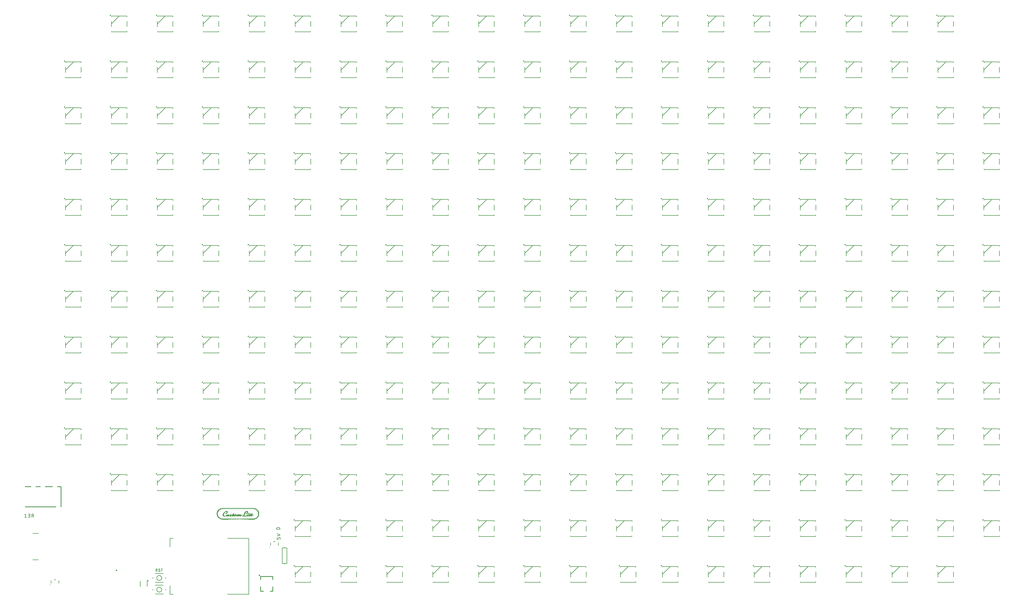
<source format=gto>
G75*
%MOIN*%
%OFA0B0*%
%FSLAX25Y25*%
%IPPOS*%
%LPD*%
%AMOC8*
5,1,8,0,0,1.08239X$1,22.5*
%
%ADD10C,0.00800*%
%ADD11C,0.00600*%
%ADD12C,0.02000*%
%ADD13C,0.00500*%
%ADD14C,0.01000*%
%ADD15C,0.01000*%
%ADD16R,0.41693X0.00157*%
%ADD17R,0.43307X0.00118*%
%ADD18R,0.01890X0.00157*%
%ADD19R,0.00433X0.00157*%
%ADD20R,0.02362X0.00157*%
%ADD21R,0.01457X0.00157*%
%ADD22R,0.01299X0.00157*%
%ADD23R,0.01181X0.00118*%
%ADD24R,0.00866X0.00118*%
%ADD25R,0.00433X0.00118*%
%ADD26R,0.00866X0.00157*%
%ADD27R,0.42598X0.00157*%
%ADD28R,0.00984X0.00157*%
%ADD29R,0.43740X0.00157*%
%ADD30R,0.09213X0.00157*%
%ADD31R,0.00276X0.00157*%
%ADD32R,0.00709X0.00157*%
%ADD33R,0.07008X0.00157*%
%ADD34R,0.00748X0.00118*%
%ADD35R,0.01457X0.00118*%
%ADD36R,0.01614X0.00118*%
%ADD37R,0.00748X0.00157*%
%ADD38R,0.01181X0.00157*%
%ADD39R,0.01024X0.00157*%
%ADD40R,0.00551X0.00118*%
%ADD41R,0.00984X0.00118*%
%ADD42R,0.00591X0.00157*%
%ADD43R,0.00906X0.00157*%
%ADD44R,0.00551X0.00157*%
%ADD45R,0.00906X0.00118*%
%ADD46R,0.00591X0.00118*%
%ADD47R,0.00472X0.00157*%
%ADD48R,0.00709X0.00118*%
%ADD49R,0.00472X0.00118*%
%ADD50R,0.02165X0.00157*%
%ADD51R,0.02638X0.00157*%
%ADD52R,0.02480X0.00157*%
%ADD53R,0.02953X0.00118*%
%ADD54R,0.02638X0.00118*%
%ADD55R,0.03228X0.00157*%
%ADD56R,0.01339X0.00157*%
%ADD57R,0.01299X0.00118*%
%ADD58R,0.01024X0.00118*%
%ADD59R,0.01142X0.00118*%
%ADD60R,0.01142X0.00157*%
%ADD61R,0.01339X0.00118*%
%ADD62R,0.00276X0.00118*%
%ADD63R,0.00315X0.00157*%
%ADD64R,0.00315X0.00118*%
%ADD65R,0.04843X0.00157*%
%ADD66R,0.02756X0.00118*%
%ADD67R,0.05236X0.00118*%
%ADD68R,0.02913X0.00157*%
%ADD69R,0.02047X0.00157*%
%ADD70R,0.05236X0.00157*%
%ADD71R,0.02795X0.00157*%
%ADD72R,0.00157X0.00157*%
%ADD73R,0.05276X0.00157*%
%ADD74R,0.04961X0.00118*%
%ADD75R,0.01772X0.00157*%
%ADD76R,0.03071X0.00157*%
%ADD77R,0.01614X0.00157*%
%ADD78R,0.02008X0.00157*%
%ADD79R,0.03504X0.00157*%
%ADD80R,0.07165X0.00157*%
%ADD81R,0.01575X0.00157*%
%ADD82R,0.01890X0.00118*%
%ADD83R,0.06850X0.00118*%
%ADD84R,0.01732X0.00118*%
%ADD85R,0.06850X0.00157*%
%ADD86R,0.01732X0.00157*%
%ADD87R,0.02323X0.00118*%
%ADD88R,0.03780X0.00118*%
%ADD89R,0.02047X0.00118*%
%ADD90R,0.05551X0.00118*%
%ADD91R,0.02205X0.00118*%
%ADD92R,0.06299X0.00157*%
%ADD93R,0.01929X0.00157*%
%ADD94R,0.08780X0.00157*%
%ADD95R,0.04213X0.00157*%
%ADD96R,0.07717X0.00157*%
%ADD97R,0.02323X0.00157*%
%ADD98R,0.02756X0.00157*%
%ADD99R,0.07283X0.00157*%
%ADD100R,0.04094X0.00118*%
%ADD101R,0.05079X0.00118*%
%ADD102R,0.02165X0.00118*%
%ADD103R,0.04961X0.00157*%
%ADD104R,0.04685X0.00157*%
%ADD105R,0.00157X0.00118*%
%ADD106R,0.01496X0.00157*%
%ADD107R,0.44173X0.00118*%
%ADD108R,0.43425X0.00157*%
%ADD109R,0.12677X0.00157*%
%ADD110R,0.14134X0.00157*%
%ADD111R,0.19528X0.00157*%
%ADD112R,0.09055X0.00157*%
%ADD113R,0.15000X0.00157*%
%ADD114R,0.42717X0.00157*%
%ADD115R,0.08307X0.00118*%
%ADD116R,0.06417X0.00118*%
%ADD117C,0.01600*%
D10*
X0054121Y0082365D02*
X0054121Y0085746D01*
X0058064Y0086846D02*
X0060177Y0086846D01*
X0064121Y0085746D02*
X0064121Y0082365D01*
X0168933Y0084505D02*
X0168933Y0078605D01*
X0169483Y0078605D01*
X0169483Y0084505D02*
X0168933Y0084505D01*
X0177183Y0084505D02*
X0177733Y0084005D01*
X0177733Y0078605D01*
X0177183Y0078605D01*
X0185066Y0074567D02*
X0185066Y0073543D01*
X0188066Y0068543D02*
X0198601Y0068543D01*
X0201601Y0073543D02*
X0201601Y0074567D01*
X0198601Y0079567D02*
X0188066Y0079567D01*
X0188066Y0083543D02*
X0198601Y0083543D01*
X0201601Y0088543D02*
X0201601Y0089567D01*
X0198601Y0094567D02*
X0188066Y0094567D01*
X0185066Y0089567D02*
X0185066Y0088543D01*
X0207282Y0079055D02*
X0207282Y0068122D01*
X0211325Y0068122D01*
X0281054Y0068122D02*
X0308676Y0068122D01*
X0308676Y0139988D01*
X0281054Y0139988D01*
X0336404Y0134525D02*
X0336404Y0131144D01*
X0340348Y0135625D02*
X0342461Y0135625D01*
X0344804Y0138868D02*
X0344804Y0141201D01*
X0344804Y0143135D02*
X0349004Y0144535D01*
X0344804Y0145935D01*
X0347604Y0141201D02*
X0348071Y0141201D01*
X0348130Y0141199D01*
X0348188Y0141194D01*
X0348246Y0141184D01*
X0348303Y0141172D01*
X0348359Y0141155D01*
X0348414Y0141135D01*
X0348468Y0141112D01*
X0348520Y0141086D01*
X0348571Y0141056D01*
X0348619Y0141023D01*
X0348666Y0140987D01*
X0348710Y0140948D01*
X0348751Y0140907D01*
X0348790Y0140863D01*
X0348826Y0140816D01*
X0348859Y0140768D01*
X0348889Y0140717D01*
X0348915Y0140665D01*
X0348938Y0140611D01*
X0348958Y0140556D01*
X0348975Y0140500D01*
X0348987Y0140443D01*
X0348997Y0140385D01*
X0349002Y0140327D01*
X0349004Y0140268D01*
X0349004Y0138868D01*
X0347604Y0141201D02*
X0347543Y0141199D01*
X0347482Y0141193D01*
X0347422Y0141183D01*
X0347363Y0141169D01*
X0347304Y0141151D01*
X0347247Y0141130D01*
X0347191Y0141105D01*
X0347138Y0141076D01*
X0347086Y0141044D01*
X0347036Y0141008D01*
X0346989Y0140969D01*
X0346944Y0140928D01*
X0346903Y0140883D01*
X0346864Y0140836D01*
X0346828Y0140786D01*
X0346796Y0140735D01*
X0346767Y0140681D01*
X0346742Y0140625D01*
X0346721Y0140568D01*
X0346703Y0140509D01*
X0346689Y0140450D01*
X0346679Y0140390D01*
X0346673Y0140329D01*
X0346671Y0140268D01*
X0346671Y0138868D01*
X0344804Y0138868D01*
X0346404Y0134525D02*
X0346404Y0131144D01*
X0351436Y0127835D02*
X0354436Y0127835D01*
X0354436Y0128835D01*
X0354436Y0127835D02*
X0357436Y0127835D01*
X0357436Y0107835D01*
X0354436Y0107835D01*
X0354436Y0106835D01*
X0354436Y0107835D02*
X0351436Y0107835D01*
X0351436Y0127835D01*
X0368246Y0142358D02*
X0368246Y0143268D01*
X0368246Y0142358D02*
X0387736Y0142358D01*
X0387736Y0142338D01*
X0387936Y0142338D01*
X0387936Y0143338D01*
X0388136Y0149438D02*
X0388136Y0156138D01*
X0388016Y0161768D02*
X0388016Y0162838D01*
X0387816Y0162838D01*
X0387816Y0162848D01*
X0368256Y0162848D01*
X0368256Y0161958D01*
X0368136Y0156038D02*
X0368136Y0152638D01*
X0378136Y0162638D01*
X0368136Y0152638D02*
X0368136Y0149238D01*
X0348504Y0151601D02*
X0348504Y0152768D01*
X0348505Y0152768D02*
X0348503Y0152833D01*
X0348498Y0152899D01*
X0348489Y0152963D01*
X0348476Y0153028D01*
X0348459Y0153091D01*
X0348440Y0153153D01*
X0348416Y0153215D01*
X0348389Y0153274D01*
X0348359Y0153332D01*
X0348326Y0153389D01*
X0348290Y0153443D01*
X0348250Y0153496D01*
X0348208Y0153546D01*
X0348163Y0153593D01*
X0348116Y0153638D01*
X0348066Y0153680D01*
X0348013Y0153720D01*
X0347959Y0153756D01*
X0347902Y0153789D01*
X0347844Y0153819D01*
X0347785Y0153846D01*
X0347723Y0153870D01*
X0347661Y0153889D01*
X0347598Y0153906D01*
X0347533Y0153919D01*
X0347469Y0153928D01*
X0347403Y0153933D01*
X0347338Y0153935D01*
X0345471Y0153935D01*
X0345406Y0153933D01*
X0345340Y0153928D01*
X0345276Y0153919D01*
X0345211Y0153906D01*
X0345148Y0153889D01*
X0345086Y0153870D01*
X0345024Y0153846D01*
X0344965Y0153819D01*
X0344907Y0153789D01*
X0344850Y0153756D01*
X0344796Y0153720D01*
X0344743Y0153680D01*
X0344693Y0153638D01*
X0344646Y0153593D01*
X0344601Y0153546D01*
X0344559Y0153496D01*
X0344519Y0153443D01*
X0344483Y0153389D01*
X0344450Y0153333D01*
X0344420Y0153274D01*
X0344393Y0153215D01*
X0344369Y0153153D01*
X0344350Y0153091D01*
X0344333Y0153028D01*
X0344320Y0152963D01*
X0344311Y0152899D01*
X0344306Y0152833D01*
X0344304Y0152768D01*
X0344304Y0151601D01*
X0348504Y0151601D01*
X0368256Y0103793D02*
X0368256Y0102903D01*
X0368256Y0103793D02*
X0387816Y0103793D01*
X0387816Y0103783D01*
X0388016Y0103783D01*
X0388016Y0102713D01*
X0388136Y0097083D02*
X0388136Y0090383D01*
X0387936Y0084283D02*
X0387936Y0083283D01*
X0387736Y0083283D01*
X0387736Y0083303D01*
X0368246Y0083303D01*
X0368246Y0084213D01*
X0368136Y0090183D02*
X0368136Y0093583D01*
X0378136Y0103583D01*
X0368136Y0096983D02*
X0368136Y0093583D01*
X0427192Y0093583D02*
X0427192Y0090183D01*
X0427192Y0093583D02*
X0437192Y0103583D01*
X0446872Y0103783D02*
X0446872Y0103793D01*
X0427312Y0103793D01*
X0427312Y0102903D01*
X0427192Y0096983D02*
X0427192Y0093583D01*
X0427302Y0084213D02*
X0427302Y0083303D01*
X0446792Y0083303D01*
X0446792Y0083283D01*
X0446992Y0083283D01*
X0446992Y0084283D01*
X0447192Y0090383D02*
X0447192Y0097083D01*
X0447072Y0102713D02*
X0447072Y0103783D01*
X0446872Y0103783D01*
X0486367Y0103793D02*
X0486367Y0102903D01*
X0486367Y0103793D02*
X0505927Y0103793D01*
X0505927Y0103783D01*
X0506127Y0103783D01*
X0506127Y0102713D01*
X0506247Y0097083D02*
X0506247Y0090383D01*
X0506047Y0084283D02*
X0506047Y0083283D01*
X0505847Y0083283D01*
X0505847Y0083303D01*
X0486357Y0083303D01*
X0486357Y0084213D01*
X0486247Y0090183D02*
X0486247Y0093583D01*
X0496247Y0103583D01*
X0486247Y0096983D02*
X0486247Y0093583D01*
X0545302Y0093583D02*
X0545302Y0090183D01*
X0545302Y0093583D02*
X0555302Y0103583D01*
X0564982Y0103783D02*
X0564982Y0103793D01*
X0545422Y0103793D01*
X0545422Y0102903D01*
X0545302Y0096983D02*
X0545302Y0093583D01*
X0545412Y0084213D02*
X0545412Y0083303D01*
X0564902Y0083303D01*
X0564902Y0083283D01*
X0565102Y0083283D01*
X0565102Y0084283D01*
X0565302Y0090383D02*
X0565302Y0097083D01*
X0565182Y0102713D02*
X0565182Y0103783D01*
X0564982Y0103783D01*
X0604477Y0103793D02*
X0604477Y0102903D01*
X0604477Y0103793D02*
X0624037Y0103793D01*
X0624037Y0103783D01*
X0624237Y0103783D01*
X0624237Y0102713D01*
X0624357Y0097083D02*
X0624357Y0090383D01*
X0624157Y0084283D02*
X0624157Y0083283D01*
X0623957Y0083283D01*
X0623957Y0083303D01*
X0604467Y0083303D01*
X0604467Y0084213D01*
X0604357Y0090183D02*
X0604357Y0093583D01*
X0614357Y0103583D01*
X0604357Y0096983D02*
X0604357Y0093583D01*
X0604467Y0142358D02*
X0604467Y0143268D01*
X0604467Y0142358D02*
X0623957Y0142358D01*
X0623957Y0142338D01*
X0624157Y0142338D01*
X0624157Y0143338D01*
X0624357Y0149438D02*
X0624357Y0156138D01*
X0624237Y0161768D02*
X0624237Y0162838D01*
X0624037Y0162838D01*
X0624037Y0162848D01*
X0604477Y0162848D01*
X0604477Y0161958D01*
X0604357Y0156038D02*
X0604357Y0152638D01*
X0614357Y0162638D01*
X0604357Y0152638D02*
X0604357Y0149238D01*
X0565302Y0149438D02*
X0565302Y0156138D01*
X0565182Y0161768D02*
X0565182Y0162838D01*
X0564982Y0162838D01*
X0564982Y0162848D01*
X0545422Y0162848D01*
X0545422Y0161958D01*
X0545302Y0156038D02*
X0545302Y0152638D01*
X0555302Y0162638D01*
X0545302Y0152638D02*
X0545302Y0149238D01*
X0545412Y0143268D02*
X0545412Y0142358D01*
X0564902Y0142358D01*
X0564902Y0142338D01*
X0565102Y0142338D01*
X0565102Y0143338D01*
X0506047Y0143338D02*
X0506047Y0142338D01*
X0505847Y0142338D01*
X0505847Y0142358D01*
X0486357Y0142358D01*
X0486357Y0143268D01*
X0486247Y0149238D02*
X0486247Y0152638D01*
X0496247Y0162638D01*
X0505927Y0162838D02*
X0505927Y0162848D01*
X0486367Y0162848D01*
X0486367Y0161958D01*
X0486247Y0156038D02*
X0486247Y0152638D01*
X0506247Y0149438D02*
X0506247Y0156138D01*
X0506127Y0161768D02*
X0506127Y0162838D01*
X0505927Y0162838D01*
X0505847Y0201393D02*
X0505847Y0201413D01*
X0486357Y0201413D01*
X0486357Y0202323D01*
X0486247Y0208293D02*
X0486247Y0211693D01*
X0496247Y0221693D01*
X0505927Y0221893D02*
X0505927Y0221903D01*
X0486367Y0221903D01*
X0486367Y0221013D01*
X0486247Y0215093D02*
X0486247Y0211693D01*
X0506247Y0208493D02*
X0506247Y0215193D01*
X0506127Y0220823D02*
X0506127Y0221893D01*
X0505927Y0221893D01*
X0506047Y0202393D02*
X0506047Y0201393D01*
X0505847Y0201393D01*
X0545412Y0201413D02*
X0545412Y0202323D01*
X0545412Y0201413D02*
X0564902Y0201413D01*
X0564902Y0201393D01*
X0565102Y0201393D01*
X0565102Y0202393D01*
X0565302Y0208493D02*
X0565302Y0215193D01*
X0565182Y0220823D02*
X0565182Y0221893D01*
X0564982Y0221893D01*
X0564982Y0221903D01*
X0545422Y0221903D01*
X0545422Y0221013D01*
X0545302Y0215093D02*
X0545302Y0211693D01*
X0555302Y0221693D01*
X0545302Y0211693D02*
X0545302Y0208293D01*
X0604357Y0208293D02*
X0604357Y0211693D01*
X0614357Y0221693D01*
X0624037Y0221893D02*
X0624037Y0221903D01*
X0604477Y0221903D01*
X0604477Y0221013D01*
X0604357Y0215093D02*
X0604357Y0211693D01*
X0624357Y0208493D02*
X0624357Y0215193D01*
X0624237Y0220823D02*
X0624237Y0221893D01*
X0624037Y0221893D01*
X0624157Y0202393D02*
X0624157Y0201393D01*
X0623957Y0201393D01*
X0623957Y0201413D01*
X0604467Y0201413D01*
X0604467Y0202323D01*
X0663522Y0202323D02*
X0663522Y0201413D01*
X0683012Y0201413D01*
X0683012Y0201393D01*
X0683212Y0201393D01*
X0683212Y0202393D01*
X0683412Y0208493D02*
X0683412Y0215193D01*
X0683292Y0220823D02*
X0683292Y0221893D01*
X0683092Y0221893D01*
X0683092Y0221903D01*
X0663532Y0221903D01*
X0663532Y0221013D01*
X0663412Y0215093D02*
X0663412Y0211693D01*
X0673412Y0221693D01*
X0663412Y0211693D02*
X0663412Y0208293D01*
X0722467Y0208293D02*
X0722467Y0211693D01*
X0732467Y0221693D01*
X0742147Y0221893D02*
X0742147Y0221903D01*
X0722587Y0221903D01*
X0722587Y0221013D01*
X0722467Y0215093D02*
X0722467Y0211693D01*
X0722577Y0202323D02*
X0722577Y0201413D01*
X0742067Y0201413D01*
X0742067Y0201393D01*
X0742267Y0201393D01*
X0742267Y0202393D01*
X0742467Y0208493D02*
X0742467Y0215193D01*
X0742347Y0220823D02*
X0742347Y0221893D01*
X0742147Y0221893D01*
X0781642Y0221903D02*
X0781642Y0221013D01*
X0781642Y0221903D02*
X0801202Y0221903D01*
X0801202Y0221893D01*
X0801402Y0221893D01*
X0801402Y0220823D01*
X0801522Y0215193D02*
X0801522Y0208493D01*
X0801322Y0202393D02*
X0801322Y0201393D01*
X0801122Y0201393D01*
X0801122Y0201413D01*
X0781632Y0201413D01*
X0781632Y0202323D01*
X0781522Y0208293D02*
X0781522Y0211693D01*
X0791522Y0221693D01*
X0781522Y0215093D02*
X0781522Y0211693D01*
X0840577Y0211693D02*
X0840577Y0208293D01*
X0840577Y0211693D02*
X0850577Y0221693D01*
X0860257Y0221893D02*
X0860257Y0221903D01*
X0840697Y0221903D01*
X0840697Y0221013D01*
X0840577Y0215093D02*
X0840577Y0211693D01*
X0840687Y0202323D02*
X0840687Y0201413D01*
X0860177Y0201413D01*
X0860177Y0201393D01*
X0860377Y0201393D01*
X0860377Y0202393D01*
X0860577Y0208493D02*
X0860577Y0215193D01*
X0860457Y0220823D02*
X0860457Y0221893D01*
X0860257Y0221893D01*
X0899753Y0221903D02*
X0899753Y0221013D01*
X0899753Y0221903D02*
X0919313Y0221903D01*
X0919313Y0221893D01*
X0919513Y0221893D01*
X0919513Y0220823D01*
X0919633Y0215193D02*
X0919633Y0208493D01*
X0919433Y0202393D02*
X0919433Y0201393D01*
X0919233Y0201393D01*
X0919233Y0201413D01*
X0899743Y0201413D01*
X0899743Y0202323D01*
X0899633Y0208293D02*
X0899633Y0211693D01*
X0909633Y0221693D01*
X0899633Y0215093D02*
X0899633Y0211693D01*
X0958688Y0211693D02*
X0958688Y0208293D01*
X0958688Y0211693D02*
X0968688Y0221693D01*
X0978368Y0221893D02*
X0978368Y0221903D01*
X0958808Y0221903D01*
X0958808Y0221013D01*
X0958688Y0215093D02*
X0958688Y0211693D01*
X0958798Y0202323D02*
X0958798Y0201413D01*
X0978288Y0201413D01*
X0978288Y0201393D01*
X0978488Y0201393D01*
X0978488Y0202393D01*
X0978688Y0208493D02*
X0978688Y0215193D01*
X0978568Y0220823D02*
X0978568Y0221893D01*
X0978368Y0221893D01*
X1017863Y0221903D02*
X1017863Y0221013D01*
X1017863Y0221903D02*
X1037423Y0221903D01*
X1037423Y0221893D01*
X1037623Y0221893D01*
X1037623Y0220823D01*
X1037743Y0215193D02*
X1037743Y0208493D01*
X1037543Y0202393D02*
X1037543Y0201393D01*
X1037343Y0201393D01*
X1037343Y0201413D01*
X1017853Y0201413D01*
X1017853Y0202323D01*
X1017743Y0208293D02*
X1017743Y0211693D01*
X1027743Y0221693D01*
X1017743Y0215093D02*
X1017743Y0211693D01*
X1076798Y0211693D02*
X1076798Y0208293D01*
X1076798Y0211693D02*
X1086798Y0221693D01*
X1096478Y0221893D02*
X1096478Y0221903D01*
X1076918Y0221903D01*
X1076918Y0221013D01*
X1076798Y0215093D02*
X1076798Y0211693D01*
X1076908Y0202323D02*
X1076908Y0201413D01*
X1096398Y0201413D01*
X1096398Y0201393D01*
X1096598Y0201393D01*
X1096598Y0202393D01*
X1096798Y0208493D02*
X1096798Y0215193D01*
X1096678Y0220823D02*
X1096678Y0221893D01*
X1096478Y0221893D01*
X1135973Y0221903D02*
X1135973Y0221013D01*
X1135973Y0221903D02*
X1155533Y0221903D01*
X1155533Y0221893D01*
X1155733Y0221893D01*
X1155733Y0220823D01*
X1155853Y0215193D02*
X1155853Y0208493D01*
X1155653Y0202393D02*
X1155653Y0201393D01*
X1155453Y0201393D01*
X1155453Y0201413D01*
X1135963Y0201413D01*
X1135963Y0202323D01*
X1135853Y0208293D02*
X1135853Y0211693D01*
X1145853Y0221693D01*
X1135853Y0215093D02*
X1135853Y0211693D01*
X1194908Y0211693D02*
X1194908Y0208293D01*
X1194908Y0211693D02*
X1204908Y0221693D01*
X1214588Y0221893D02*
X1214588Y0221903D01*
X1195028Y0221903D01*
X1195028Y0221013D01*
X1194908Y0215093D02*
X1194908Y0211693D01*
X1195018Y0202323D02*
X1195018Y0201413D01*
X1214508Y0201413D01*
X1214508Y0201393D01*
X1214708Y0201393D01*
X1214708Y0202393D01*
X1214908Y0208493D02*
X1214908Y0215193D01*
X1214788Y0220823D02*
X1214788Y0221893D01*
X1214588Y0221893D01*
X1254083Y0221903D02*
X1254083Y0221013D01*
X1254083Y0221903D02*
X1273643Y0221903D01*
X1273643Y0221893D01*
X1273843Y0221893D01*
X1273843Y0220823D01*
X1273963Y0215193D02*
X1273963Y0208493D01*
X1273763Y0202393D02*
X1273763Y0201393D01*
X1273563Y0201393D01*
X1273563Y0201413D01*
X1254073Y0201413D01*
X1254073Y0202323D01*
X1253963Y0208293D02*
X1253963Y0211693D01*
X1263963Y0221693D01*
X1253963Y0215093D02*
X1253963Y0211693D01*
X1254073Y0260468D02*
X1254073Y0261378D01*
X1254073Y0260468D02*
X1273563Y0260468D01*
X1273563Y0260448D01*
X1273763Y0260448D01*
X1273763Y0261448D01*
X1273963Y0267548D02*
X1273963Y0274248D01*
X1273843Y0279878D02*
X1273843Y0280948D01*
X1273643Y0280948D01*
X1273643Y0280958D01*
X1254083Y0280958D01*
X1254083Y0280068D01*
X1253963Y0274148D02*
X1253963Y0270748D01*
X1263963Y0280748D01*
X1253963Y0270748D02*
X1253963Y0267348D01*
X1214908Y0267548D02*
X1214908Y0274248D01*
X1214788Y0279878D02*
X1214788Y0280948D01*
X1214588Y0280948D01*
X1214588Y0280958D01*
X1195028Y0280958D01*
X1195028Y0280068D01*
X1194908Y0274148D02*
X1194908Y0270748D01*
X1204908Y0280748D01*
X1194908Y0270748D02*
X1194908Y0267348D01*
X1195018Y0261378D02*
X1195018Y0260468D01*
X1214508Y0260468D01*
X1214508Y0260448D01*
X1214708Y0260448D01*
X1214708Y0261448D01*
X1155653Y0261448D02*
X1155653Y0260448D01*
X1155453Y0260448D01*
X1155453Y0260468D01*
X1135963Y0260468D01*
X1135963Y0261378D01*
X1135853Y0267348D02*
X1135853Y0270748D01*
X1145853Y0280748D01*
X1155533Y0280948D02*
X1155533Y0280958D01*
X1135973Y0280958D01*
X1135973Y0280068D01*
X1135853Y0274148D02*
X1135853Y0270748D01*
X1155853Y0267548D02*
X1155853Y0274248D01*
X1155733Y0279878D02*
X1155733Y0280948D01*
X1155533Y0280948D01*
X1155453Y0319503D02*
X1155453Y0319523D01*
X1135963Y0319523D01*
X1135963Y0320433D01*
X1135853Y0326403D02*
X1135853Y0329803D01*
X1145853Y0339803D01*
X1155533Y0340003D02*
X1155533Y0340013D01*
X1135973Y0340013D01*
X1135973Y0339123D01*
X1135853Y0333203D02*
X1135853Y0329803D01*
X1155853Y0326603D02*
X1155853Y0333303D01*
X1155733Y0338933D02*
X1155733Y0340003D01*
X1155533Y0340003D01*
X1155653Y0320503D02*
X1155653Y0319503D01*
X1155453Y0319503D01*
X1195018Y0319523D02*
X1195018Y0320433D01*
X1195018Y0319523D02*
X1214508Y0319523D01*
X1214508Y0319503D01*
X1214708Y0319503D01*
X1214708Y0320503D01*
X1214908Y0326603D02*
X1214908Y0333303D01*
X1214788Y0338933D02*
X1214788Y0340003D01*
X1214588Y0340003D01*
X1214588Y0340013D01*
X1195028Y0340013D01*
X1195028Y0339123D01*
X1194908Y0333203D02*
X1194908Y0329803D01*
X1204908Y0339803D01*
X1194908Y0329803D02*
X1194908Y0326403D01*
X1253963Y0326403D02*
X1253963Y0329803D01*
X1263963Y0339803D01*
X1273643Y0340003D02*
X1273643Y0340013D01*
X1254083Y0340013D01*
X1254083Y0339123D01*
X1253963Y0333203D02*
X1253963Y0329803D01*
X1273963Y0326603D02*
X1273963Y0333303D01*
X1273843Y0338933D02*
X1273843Y0340003D01*
X1273643Y0340003D01*
X1273763Y0320503D02*
X1273763Y0319503D01*
X1273563Y0319503D01*
X1273563Y0319523D01*
X1254073Y0319523D01*
X1254073Y0320433D01*
X1254073Y0378578D02*
X1254073Y0379488D01*
X1254073Y0378578D02*
X1273563Y0378578D01*
X1273563Y0378558D01*
X1273763Y0378558D01*
X1273763Y0379558D01*
X1273963Y0385658D02*
X1273963Y0392358D01*
X1273843Y0397988D02*
X1273843Y0399058D01*
X1273643Y0399058D01*
X1273643Y0399068D01*
X1254083Y0399068D01*
X1254083Y0398178D01*
X1253963Y0392258D02*
X1253963Y0388858D01*
X1263963Y0398858D01*
X1253963Y0388858D02*
X1253963Y0385458D01*
X1214908Y0385658D02*
X1214908Y0392358D01*
X1214788Y0397988D02*
X1214788Y0399058D01*
X1214588Y0399058D01*
X1214588Y0399068D01*
X1195028Y0399068D01*
X1195028Y0398178D01*
X1194908Y0392258D02*
X1194908Y0388858D01*
X1204908Y0398858D01*
X1194908Y0388858D02*
X1194908Y0385458D01*
X1195018Y0379488D02*
X1195018Y0378578D01*
X1214508Y0378578D01*
X1214508Y0378558D01*
X1214708Y0378558D01*
X1214708Y0379558D01*
X1155653Y0379558D02*
X1155653Y0378558D01*
X1155453Y0378558D01*
X1155453Y0378578D01*
X1135963Y0378578D01*
X1135963Y0379488D01*
X1135853Y0385458D02*
X1135853Y0388858D01*
X1145853Y0398858D01*
X1155533Y0399058D02*
X1155533Y0399068D01*
X1135973Y0399068D01*
X1135973Y0398178D01*
X1135853Y0392258D02*
X1135853Y0388858D01*
X1155853Y0385658D02*
X1155853Y0392358D01*
X1155733Y0397988D02*
X1155733Y0399058D01*
X1155533Y0399058D01*
X1155453Y0437613D02*
X1155453Y0437633D01*
X1135963Y0437633D01*
X1135963Y0438543D01*
X1135853Y0444513D02*
X1135853Y0447913D01*
X1145853Y0457913D01*
X1155533Y0458113D02*
X1155533Y0458123D01*
X1135973Y0458123D01*
X1135973Y0457233D01*
X1135853Y0451313D02*
X1135853Y0447913D01*
X1155853Y0444713D02*
X1155853Y0451413D01*
X1155733Y0457043D02*
X1155733Y0458113D01*
X1155533Y0458113D01*
X1155653Y0438613D02*
X1155653Y0437613D01*
X1155453Y0437613D01*
X1195018Y0437633D02*
X1195018Y0438543D01*
X1195018Y0437633D02*
X1214508Y0437633D01*
X1214508Y0437613D01*
X1214708Y0437613D01*
X1214708Y0438613D01*
X1214908Y0444713D02*
X1214908Y0451413D01*
X1214788Y0457043D02*
X1214788Y0458113D01*
X1214588Y0458113D01*
X1214588Y0458123D01*
X1195028Y0458123D01*
X1195028Y0457233D01*
X1194908Y0451313D02*
X1194908Y0447913D01*
X1204908Y0457913D01*
X1194908Y0447913D02*
X1194908Y0444513D01*
X1253963Y0444513D02*
X1253963Y0447913D01*
X1263963Y0457913D01*
X1273643Y0458113D02*
X1273643Y0458123D01*
X1254083Y0458123D01*
X1254083Y0457233D01*
X1253963Y0451313D02*
X1253963Y0447913D01*
X1273963Y0444713D02*
X1273963Y0451413D01*
X1273843Y0457043D02*
X1273843Y0458113D01*
X1273643Y0458113D01*
X1273763Y0438613D02*
X1273763Y0437613D01*
X1273563Y0437613D01*
X1273563Y0437633D01*
X1254073Y0437633D01*
X1254073Y0438543D01*
X1254073Y0496688D02*
X1254073Y0497598D01*
X1254073Y0496688D02*
X1273563Y0496688D01*
X1273563Y0496668D01*
X1273763Y0496668D01*
X1273763Y0497668D01*
X1273963Y0503769D02*
X1273963Y0510469D01*
X1273843Y0516099D02*
X1273843Y0517169D01*
X1273643Y0517169D01*
X1273643Y0517179D01*
X1254083Y0517179D01*
X1254083Y0516289D01*
X1253963Y0510369D02*
X1253963Y0506969D01*
X1263963Y0516969D01*
X1253963Y0506969D02*
X1253963Y0503569D01*
X1214908Y0503769D02*
X1214908Y0510469D01*
X1214788Y0516099D02*
X1214788Y0517169D01*
X1214588Y0517169D01*
X1214588Y0517179D01*
X1195028Y0517179D01*
X1195028Y0516289D01*
X1194908Y0510369D02*
X1194908Y0506969D01*
X1204908Y0516969D01*
X1194908Y0506969D02*
X1194908Y0503569D01*
X1195018Y0497598D02*
X1195018Y0496688D01*
X1214508Y0496688D01*
X1214508Y0496668D01*
X1214708Y0496668D01*
X1214708Y0497668D01*
X1155653Y0497668D02*
X1155653Y0496668D01*
X1155453Y0496668D01*
X1155453Y0496688D01*
X1135963Y0496688D01*
X1135963Y0497598D01*
X1135853Y0503569D02*
X1135853Y0506969D01*
X1145853Y0516969D01*
X1155533Y0517169D02*
X1155533Y0517179D01*
X1135973Y0517179D01*
X1135973Y0516289D01*
X1135853Y0510369D02*
X1135853Y0506969D01*
X1155853Y0503769D02*
X1155853Y0510469D01*
X1155733Y0516099D02*
X1155733Y0517169D01*
X1155533Y0517169D01*
X1155453Y0555724D02*
X1155453Y0555744D01*
X1135963Y0555744D01*
X1135963Y0556654D01*
X1135853Y0562624D02*
X1135853Y0566024D01*
X1145853Y0576024D01*
X1155533Y0576224D02*
X1155533Y0576234D01*
X1135973Y0576234D01*
X1135973Y0575344D01*
X1135853Y0569424D02*
X1135853Y0566024D01*
X1155853Y0562824D02*
X1155853Y0569524D01*
X1155733Y0575154D02*
X1155733Y0576224D01*
X1155533Y0576224D01*
X1155653Y0556724D02*
X1155653Y0555724D01*
X1155453Y0555724D01*
X1195018Y0555744D02*
X1195018Y0556654D01*
X1195018Y0555744D02*
X1214508Y0555744D01*
X1214508Y0555724D01*
X1214708Y0555724D01*
X1214708Y0556724D01*
X1214908Y0562824D02*
X1214908Y0569524D01*
X1214788Y0575154D02*
X1214788Y0576224D01*
X1214588Y0576224D01*
X1214588Y0576234D01*
X1195028Y0576234D01*
X1195028Y0575344D01*
X1194908Y0569424D02*
X1194908Y0566024D01*
X1204908Y0576024D01*
X1194908Y0566024D02*
X1194908Y0562624D01*
X1253963Y0562624D02*
X1253963Y0566024D01*
X1263963Y0576024D01*
X1273643Y0576224D02*
X1273643Y0576234D01*
X1254083Y0576234D01*
X1254083Y0575344D01*
X1253963Y0569424D02*
X1253963Y0566024D01*
X1273963Y0562824D02*
X1273963Y0569524D01*
X1273843Y0575154D02*
X1273843Y0576224D01*
X1273643Y0576224D01*
X1273763Y0556724D02*
X1273763Y0555724D01*
X1273563Y0555724D01*
X1273563Y0555744D01*
X1254073Y0555744D01*
X1254073Y0556654D01*
X1254073Y0614799D02*
X1254073Y0615709D01*
X1254073Y0614799D02*
X1273563Y0614799D01*
X1273563Y0614779D01*
X1273763Y0614779D01*
X1273763Y0615779D01*
X1273963Y0621879D02*
X1273963Y0628579D01*
X1273843Y0634209D02*
X1273843Y0635279D01*
X1273643Y0635279D01*
X1273643Y0635289D01*
X1254083Y0635289D01*
X1254083Y0634399D01*
X1253963Y0628479D02*
X1253963Y0625079D01*
X1263963Y0635079D01*
X1253963Y0625079D02*
X1253963Y0621679D01*
X1214908Y0621879D02*
X1214908Y0628579D01*
X1214788Y0634209D02*
X1214788Y0635279D01*
X1214588Y0635279D01*
X1214588Y0635289D01*
X1195028Y0635289D01*
X1195028Y0634399D01*
X1194908Y0628479D02*
X1194908Y0625079D01*
X1204908Y0635079D01*
X1194908Y0625079D02*
X1194908Y0621679D01*
X1195018Y0615709D02*
X1195018Y0614799D01*
X1214508Y0614799D01*
X1214508Y0614779D01*
X1214708Y0614779D01*
X1214708Y0615779D01*
X1155653Y0615779D02*
X1155653Y0614779D01*
X1155453Y0614779D01*
X1155453Y0614799D01*
X1135963Y0614799D01*
X1135963Y0615709D01*
X1135853Y0621679D02*
X1135853Y0625079D01*
X1145853Y0635079D01*
X1155533Y0635279D02*
X1155533Y0635289D01*
X1135973Y0635289D01*
X1135973Y0634399D01*
X1135853Y0628479D02*
X1135853Y0625079D01*
X1155853Y0621879D02*
X1155853Y0628579D01*
X1155733Y0634209D02*
X1155733Y0635279D01*
X1155533Y0635279D01*
X1155453Y0673834D02*
X1155453Y0673854D01*
X1135963Y0673854D01*
X1135963Y0674764D01*
X1135853Y0680734D02*
X1135853Y0684134D01*
X1145853Y0694134D01*
X1155533Y0694334D02*
X1155533Y0694344D01*
X1135973Y0694344D01*
X1135973Y0693454D01*
X1135853Y0687534D02*
X1135853Y0684134D01*
X1155853Y0680934D02*
X1155853Y0687634D01*
X1155733Y0693264D02*
X1155733Y0694334D01*
X1155533Y0694334D01*
X1155653Y0674834D02*
X1155653Y0673834D01*
X1155453Y0673834D01*
X1195018Y0673854D02*
X1195018Y0674764D01*
X1195018Y0673854D02*
X1214508Y0673854D01*
X1214508Y0673834D01*
X1214708Y0673834D01*
X1214708Y0674834D01*
X1214908Y0680934D02*
X1214908Y0687634D01*
X1214788Y0693264D02*
X1214788Y0694334D01*
X1214588Y0694334D01*
X1214588Y0694344D01*
X1195028Y0694344D01*
X1195028Y0693454D01*
X1194908Y0687534D02*
X1194908Y0684134D01*
X1204908Y0694134D01*
X1194908Y0684134D02*
X1194908Y0680734D01*
X1253963Y0680734D02*
X1253963Y0684134D01*
X1263963Y0694134D01*
X1273643Y0694334D02*
X1273643Y0694344D01*
X1254083Y0694344D01*
X1254083Y0693454D01*
X1253963Y0687534D02*
X1253963Y0684134D01*
X1273963Y0680934D02*
X1273963Y0687634D01*
X1273843Y0693264D02*
X1273843Y0694334D01*
X1273643Y0694334D01*
X1273763Y0674834D02*
X1273763Y0673834D01*
X1273563Y0673834D01*
X1273563Y0673854D01*
X1254073Y0673854D01*
X1254073Y0674764D01*
X1254073Y0732909D02*
X1254073Y0733819D01*
X1254073Y0732909D02*
X1273563Y0732909D01*
X1273563Y0732889D01*
X1273763Y0732889D01*
X1273763Y0733889D01*
X1273963Y0739989D02*
X1273963Y0746689D01*
X1273843Y0752319D02*
X1273843Y0753389D01*
X1273643Y0753389D01*
X1273643Y0753399D01*
X1254083Y0753399D01*
X1254083Y0752509D01*
X1253963Y0746589D02*
X1253963Y0743189D01*
X1263963Y0753189D01*
X1253963Y0743189D02*
X1253963Y0739789D01*
X1214908Y0739989D02*
X1214908Y0746689D01*
X1214788Y0752319D02*
X1214788Y0753389D01*
X1214588Y0753389D01*
X1214588Y0753399D01*
X1195028Y0753399D01*
X1195028Y0752509D01*
X1194908Y0746589D02*
X1194908Y0743189D01*
X1204908Y0753189D01*
X1194908Y0743189D02*
X1194908Y0739789D01*
X1195018Y0733819D02*
X1195018Y0732909D01*
X1214508Y0732909D01*
X1214508Y0732889D01*
X1214708Y0732889D01*
X1214708Y0733889D01*
X1155653Y0733889D02*
X1155653Y0732889D01*
X1155453Y0732889D01*
X1155453Y0732909D01*
X1135963Y0732909D01*
X1135963Y0733819D01*
X1135853Y0739789D02*
X1135853Y0743189D01*
X1145853Y0753189D01*
X1155533Y0753389D02*
X1155533Y0753399D01*
X1135973Y0753399D01*
X1135973Y0752509D01*
X1135853Y0746589D02*
X1135853Y0743189D01*
X1155853Y0739989D02*
X1155853Y0746689D01*
X1155733Y0752319D02*
X1155733Y0753389D01*
X1155533Y0753389D01*
X1155453Y0791944D02*
X1155453Y0791964D01*
X1135963Y0791964D01*
X1135963Y0792874D01*
X1135853Y0798844D02*
X1135853Y0802244D01*
X1145853Y0812244D01*
X1155533Y0812444D02*
X1155533Y0812454D01*
X1135973Y0812454D01*
X1135973Y0811564D01*
X1135853Y0805644D02*
X1135853Y0802244D01*
X1155853Y0799044D02*
X1155853Y0805744D01*
X1155733Y0811374D02*
X1155733Y0812444D01*
X1155533Y0812444D01*
X1155653Y0792944D02*
X1155653Y0791944D01*
X1155453Y0791944D01*
X1195018Y0791964D02*
X1195018Y0792874D01*
X1195018Y0791964D02*
X1214508Y0791964D01*
X1214508Y0791944D01*
X1214708Y0791944D01*
X1214708Y0792944D01*
X1214908Y0799044D02*
X1214908Y0805744D01*
X1214788Y0811374D02*
X1214788Y0812444D01*
X1214588Y0812444D01*
X1214588Y0812454D01*
X1195028Y0812454D01*
X1195028Y0811564D01*
X1194908Y0805644D02*
X1194908Y0802244D01*
X1204908Y0812244D01*
X1194908Y0802244D02*
X1194908Y0798844D01*
X1096798Y0799044D02*
X1096798Y0805744D01*
X1096678Y0811374D02*
X1096678Y0812444D01*
X1096478Y0812444D01*
X1096478Y0812454D01*
X1076918Y0812454D01*
X1076918Y0811564D01*
X1076798Y0805644D02*
X1076798Y0802244D01*
X1086798Y0812244D01*
X1076798Y0802244D02*
X1076798Y0798844D01*
X1076908Y0792874D02*
X1076908Y0791964D01*
X1096398Y0791964D01*
X1096398Y0791944D01*
X1096598Y0791944D01*
X1096598Y0792944D01*
X1096478Y0753399D02*
X1076918Y0753399D01*
X1076918Y0752509D01*
X1076798Y0746589D02*
X1076798Y0743189D01*
X1086798Y0753189D01*
X1096478Y0753389D02*
X1096478Y0753399D01*
X1096478Y0753389D02*
X1096678Y0753389D01*
X1096678Y0752319D01*
X1096798Y0746689D02*
X1096798Y0739989D01*
X1096598Y0733889D02*
X1096598Y0732889D01*
X1096398Y0732889D01*
X1096398Y0732909D01*
X1076908Y0732909D01*
X1076908Y0733819D01*
X1076798Y0739789D02*
X1076798Y0743189D01*
X1037743Y0739989D02*
X1037743Y0746689D01*
X1037623Y0752319D02*
X1037623Y0753389D01*
X1037423Y0753389D01*
X1037423Y0753399D01*
X1017863Y0753399D01*
X1017863Y0752509D01*
X1017743Y0746589D02*
X1017743Y0743189D01*
X1027743Y0753189D01*
X1017743Y0743189D02*
X1017743Y0739789D01*
X1017853Y0733819D02*
X1017853Y0732909D01*
X1037343Y0732909D01*
X1037343Y0732889D01*
X1037543Y0732889D01*
X1037543Y0733889D01*
X1037423Y0694344D02*
X1017863Y0694344D01*
X1017863Y0693454D01*
X1017743Y0687534D02*
X1017743Y0684134D01*
X1027743Y0694134D01*
X1037423Y0694334D02*
X1037423Y0694344D01*
X1037423Y0694334D02*
X1037623Y0694334D01*
X1037623Y0693264D01*
X1037743Y0687634D02*
X1037743Y0680934D01*
X1037543Y0674834D02*
X1037543Y0673834D01*
X1037343Y0673834D01*
X1037343Y0673854D01*
X1017853Y0673854D01*
X1017853Y0674764D01*
X1017743Y0680734D02*
X1017743Y0684134D01*
X0978688Y0680934D02*
X0978688Y0687634D01*
X0978568Y0693264D02*
X0978568Y0694334D01*
X0978368Y0694334D01*
X0978368Y0694344D01*
X0958808Y0694344D01*
X0958808Y0693454D01*
X0958688Y0687534D02*
X0958688Y0684134D01*
X0968688Y0694134D01*
X0958688Y0684134D02*
X0958688Y0680734D01*
X0958798Y0674764D02*
X0958798Y0673854D01*
X0978288Y0673854D01*
X0978288Y0673834D01*
X0978488Y0673834D01*
X0978488Y0674834D01*
X0978368Y0635289D02*
X0958808Y0635289D01*
X0958808Y0634399D01*
X0958688Y0628479D02*
X0958688Y0625079D01*
X0968688Y0635079D01*
X0978368Y0635279D02*
X0978368Y0635289D01*
X0978368Y0635279D02*
X0978568Y0635279D01*
X0978568Y0634209D01*
X0978688Y0628579D02*
X0978688Y0621879D01*
X0978488Y0615779D02*
X0978488Y0614779D01*
X0978288Y0614779D01*
X0978288Y0614799D01*
X0958798Y0614799D01*
X0958798Y0615709D01*
X0958688Y0621679D02*
X0958688Y0625079D01*
X0919633Y0621879D02*
X0919633Y0628579D01*
X0919513Y0634209D02*
X0919513Y0635279D01*
X0919313Y0635279D01*
X0919313Y0635289D01*
X0899753Y0635289D01*
X0899753Y0634399D01*
X0899633Y0628479D02*
X0899633Y0625079D01*
X0909633Y0635079D01*
X0899633Y0625079D02*
X0899633Y0621679D01*
X0899743Y0615709D02*
X0899743Y0614799D01*
X0919233Y0614799D01*
X0919233Y0614779D01*
X0919433Y0614779D01*
X0919433Y0615779D01*
X0919313Y0576234D02*
X0899753Y0576234D01*
X0899753Y0575344D01*
X0899633Y0569424D02*
X0899633Y0566024D01*
X0909633Y0576024D01*
X0919313Y0576224D02*
X0919313Y0576234D01*
X0919313Y0576224D02*
X0919513Y0576224D01*
X0919513Y0575154D01*
X0919633Y0569524D02*
X0919633Y0562824D01*
X0919433Y0556724D02*
X0919433Y0555724D01*
X0919233Y0555724D01*
X0919233Y0555744D01*
X0899743Y0555744D01*
X0899743Y0556654D01*
X0899633Y0562624D02*
X0899633Y0566024D01*
X0860577Y0562824D02*
X0860577Y0569524D01*
X0860457Y0575154D02*
X0860457Y0576224D01*
X0860257Y0576224D01*
X0860257Y0576234D01*
X0840697Y0576234D01*
X0840697Y0575344D01*
X0840577Y0569424D02*
X0840577Y0566024D01*
X0850577Y0576024D01*
X0840577Y0566024D02*
X0840577Y0562624D01*
X0840687Y0556654D02*
X0840687Y0555744D01*
X0860177Y0555744D01*
X0860177Y0555724D01*
X0860377Y0555724D01*
X0860377Y0556724D01*
X0860257Y0517179D02*
X0840697Y0517179D01*
X0840697Y0516289D01*
X0840577Y0510369D02*
X0840577Y0506969D01*
X0850577Y0516969D01*
X0860257Y0517169D02*
X0860257Y0517179D01*
X0860257Y0517169D02*
X0860457Y0517169D01*
X0860457Y0516099D01*
X0860577Y0510469D02*
X0860577Y0503769D01*
X0860377Y0497668D02*
X0860377Y0496668D01*
X0860177Y0496668D01*
X0860177Y0496688D01*
X0840687Y0496688D01*
X0840687Y0497598D01*
X0840577Y0503569D02*
X0840577Y0506969D01*
X0801522Y0503769D02*
X0801522Y0510469D01*
X0801402Y0516099D02*
X0801402Y0517169D01*
X0801202Y0517169D01*
X0801202Y0517179D01*
X0781642Y0517179D01*
X0781642Y0516289D01*
X0781522Y0510369D02*
X0781522Y0506969D01*
X0791522Y0516969D01*
X0781522Y0506969D02*
X0781522Y0503569D01*
X0781632Y0497598D02*
X0781632Y0496688D01*
X0801122Y0496688D01*
X0801122Y0496668D01*
X0801322Y0496668D01*
X0801322Y0497668D01*
X0801202Y0458123D02*
X0781642Y0458123D01*
X0781642Y0457233D01*
X0781522Y0451313D02*
X0781522Y0447913D01*
X0791522Y0457913D01*
X0801202Y0458113D02*
X0801202Y0458123D01*
X0801202Y0458113D02*
X0801402Y0458113D01*
X0801402Y0457043D01*
X0801522Y0451413D02*
X0801522Y0444713D01*
X0801322Y0438613D02*
X0801322Y0437613D01*
X0801122Y0437613D01*
X0801122Y0437633D01*
X0781632Y0437633D01*
X0781632Y0438543D01*
X0781522Y0444513D02*
X0781522Y0447913D01*
X0742467Y0444713D02*
X0742467Y0451413D01*
X0742347Y0457043D02*
X0742347Y0458113D01*
X0742147Y0458113D01*
X0742147Y0458123D01*
X0722587Y0458123D01*
X0722587Y0457233D01*
X0722467Y0451313D02*
X0722467Y0447913D01*
X0732467Y0457913D01*
X0722467Y0447913D02*
X0722467Y0444513D01*
X0722577Y0438543D02*
X0722577Y0437633D01*
X0742067Y0437633D01*
X0742067Y0437613D01*
X0742267Y0437613D01*
X0742267Y0438613D01*
X0742147Y0399068D02*
X0722587Y0399068D01*
X0722587Y0398178D01*
X0722467Y0392258D02*
X0722467Y0388858D01*
X0732467Y0398858D01*
X0742147Y0399058D02*
X0742147Y0399068D01*
X0742147Y0399058D02*
X0742347Y0399058D01*
X0742347Y0397988D01*
X0742467Y0392358D02*
X0742467Y0385658D01*
X0742267Y0379558D02*
X0742267Y0378558D01*
X0742067Y0378558D01*
X0742067Y0378578D01*
X0722577Y0378578D01*
X0722577Y0379488D01*
X0722467Y0385458D02*
X0722467Y0388858D01*
X0683412Y0385658D02*
X0683412Y0392358D01*
X0683292Y0397988D02*
X0683292Y0399058D01*
X0683092Y0399058D01*
X0683092Y0399068D01*
X0663532Y0399068D01*
X0663532Y0398178D01*
X0663412Y0392258D02*
X0663412Y0388858D01*
X0673412Y0398858D01*
X0663412Y0388858D02*
X0663412Y0385458D01*
X0663522Y0379488D02*
X0663522Y0378578D01*
X0683012Y0378578D01*
X0683012Y0378558D01*
X0683212Y0378558D01*
X0683212Y0379558D01*
X0683092Y0340013D02*
X0663532Y0340013D01*
X0663532Y0339123D01*
X0663412Y0333203D02*
X0663412Y0329803D01*
X0673412Y0339803D01*
X0683092Y0340003D02*
X0683092Y0340013D01*
X0683092Y0340003D02*
X0683292Y0340003D01*
X0683292Y0338933D01*
X0683412Y0333303D02*
X0683412Y0326603D01*
X0683212Y0320503D02*
X0683212Y0319503D01*
X0683012Y0319503D01*
X0683012Y0319523D01*
X0663522Y0319523D01*
X0663522Y0320433D01*
X0663412Y0326403D02*
X0663412Y0329803D01*
X0624357Y0326603D02*
X0624357Y0333303D01*
X0624237Y0338933D02*
X0624237Y0340003D01*
X0624037Y0340003D01*
X0624037Y0340013D01*
X0604477Y0340013D01*
X0604477Y0339123D01*
X0604357Y0333203D02*
X0604357Y0329803D01*
X0614357Y0339803D01*
X0604357Y0329803D02*
X0604357Y0326403D01*
X0604467Y0320433D02*
X0604467Y0319523D01*
X0623957Y0319523D01*
X0623957Y0319503D01*
X0624157Y0319503D01*
X0624157Y0320503D01*
X0624037Y0280958D02*
X0604477Y0280958D01*
X0604477Y0280068D01*
X0604357Y0274148D02*
X0604357Y0270748D01*
X0614357Y0280748D01*
X0624037Y0280948D02*
X0624037Y0280958D01*
X0624037Y0280948D02*
X0624237Y0280948D01*
X0624237Y0279878D01*
X0624357Y0274248D02*
X0624357Y0267548D01*
X0624157Y0261448D02*
X0624157Y0260448D01*
X0623957Y0260448D01*
X0623957Y0260468D01*
X0604467Y0260468D01*
X0604467Y0261378D01*
X0604357Y0267348D02*
X0604357Y0270748D01*
X0565302Y0267548D02*
X0565302Y0274248D01*
X0565182Y0279878D02*
X0565182Y0280948D01*
X0564982Y0280948D01*
X0564982Y0280958D01*
X0545422Y0280958D01*
X0545422Y0280068D01*
X0545302Y0274148D02*
X0545302Y0270748D01*
X0555302Y0280748D01*
X0545302Y0270748D02*
X0545302Y0267348D01*
X0545412Y0261378D02*
X0545412Y0260468D01*
X0564902Y0260468D01*
X0564902Y0260448D01*
X0565102Y0260448D01*
X0565102Y0261448D01*
X0506047Y0261448D02*
X0506047Y0260448D01*
X0505847Y0260448D01*
X0505847Y0260468D01*
X0486357Y0260468D01*
X0486357Y0261378D01*
X0486247Y0267348D02*
X0486247Y0270748D01*
X0496247Y0280748D01*
X0505927Y0280948D02*
X0505927Y0280958D01*
X0486367Y0280958D01*
X0486367Y0280068D01*
X0486247Y0274148D02*
X0486247Y0270748D01*
X0506247Y0267548D02*
X0506247Y0274248D01*
X0506127Y0279878D02*
X0506127Y0280948D01*
X0505927Y0280948D01*
X0505847Y0319503D02*
X0505847Y0319523D01*
X0486357Y0319523D01*
X0486357Y0320433D01*
X0486247Y0326403D02*
X0486247Y0329803D01*
X0496247Y0339803D01*
X0505927Y0340003D02*
X0505927Y0340013D01*
X0486367Y0340013D01*
X0486367Y0339123D01*
X0486247Y0333203D02*
X0486247Y0329803D01*
X0506247Y0326603D02*
X0506247Y0333303D01*
X0506127Y0338933D02*
X0506127Y0340003D01*
X0505927Y0340003D01*
X0506047Y0320503D02*
X0506047Y0319503D01*
X0505847Y0319503D01*
X0545412Y0319523D02*
X0545412Y0320433D01*
X0545412Y0319523D02*
X0564902Y0319523D01*
X0564902Y0319503D01*
X0565102Y0319503D01*
X0565102Y0320503D01*
X0565302Y0326603D02*
X0565302Y0333303D01*
X0565182Y0338933D02*
X0565182Y0340003D01*
X0564982Y0340003D01*
X0564982Y0340013D01*
X0545422Y0340013D01*
X0545422Y0339123D01*
X0545302Y0333203D02*
X0545302Y0329803D01*
X0555302Y0339803D01*
X0545302Y0329803D02*
X0545302Y0326403D01*
X0545412Y0378578D02*
X0545412Y0379488D01*
X0545412Y0378578D02*
X0564902Y0378578D01*
X0564902Y0378558D01*
X0565102Y0378558D01*
X0565102Y0379558D01*
X0565302Y0385658D02*
X0565302Y0392358D01*
X0565182Y0397988D02*
X0565182Y0399058D01*
X0564982Y0399058D01*
X0564982Y0399068D01*
X0545422Y0399068D01*
X0545422Y0398178D01*
X0545302Y0392258D02*
X0545302Y0388858D01*
X0555302Y0398858D01*
X0545302Y0388858D02*
X0545302Y0385458D01*
X0506247Y0385658D02*
X0506247Y0392358D01*
X0506127Y0397988D02*
X0506127Y0399058D01*
X0505927Y0399058D01*
X0505927Y0399068D01*
X0486367Y0399068D01*
X0486367Y0398178D01*
X0486247Y0392258D02*
X0486247Y0388858D01*
X0496247Y0398858D01*
X0486247Y0388858D02*
X0486247Y0385458D01*
X0486357Y0379488D02*
X0486357Y0378578D01*
X0505847Y0378578D01*
X0505847Y0378558D01*
X0506047Y0378558D01*
X0506047Y0379558D01*
X0446992Y0379558D02*
X0446992Y0378558D01*
X0446792Y0378558D01*
X0446792Y0378578D01*
X0427302Y0378578D01*
X0427302Y0379488D01*
X0427192Y0385458D02*
X0427192Y0388858D01*
X0437192Y0398858D01*
X0446872Y0399058D02*
X0446872Y0399068D01*
X0427312Y0399068D01*
X0427312Y0398178D01*
X0427192Y0392258D02*
X0427192Y0388858D01*
X0447192Y0385658D02*
X0447192Y0392358D01*
X0447072Y0397988D02*
X0447072Y0399058D01*
X0446872Y0399058D01*
X0446792Y0437613D02*
X0446792Y0437633D01*
X0427302Y0437633D01*
X0427302Y0438543D01*
X0427192Y0444513D02*
X0427192Y0447913D01*
X0437192Y0457913D01*
X0446872Y0458113D02*
X0446872Y0458123D01*
X0427312Y0458123D01*
X0427312Y0457233D01*
X0427192Y0451313D02*
X0427192Y0447913D01*
X0447192Y0444713D02*
X0447192Y0451413D01*
X0447072Y0457043D02*
X0447072Y0458113D01*
X0446872Y0458113D01*
X0446992Y0438613D02*
X0446992Y0437613D01*
X0446792Y0437613D01*
X0486357Y0437633D02*
X0486357Y0438543D01*
X0486357Y0437633D02*
X0505847Y0437633D01*
X0505847Y0437613D01*
X0506047Y0437613D01*
X0506047Y0438613D01*
X0506247Y0444713D02*
X0506247Y0451413D01*
X0506127Y0457043D02*
X0506127Y0458113D01*
X0505927Y0458113D01*
X0505927Y0458123D01*
X0486367Y0458123D01*
X0486367Y0457233D01*
X0486247Y0451313D02*
X0486247Y0447913D01*
X0496247Y0457913D01*
X0486247Y0447913D02*
X0486247Y0444513D01*
X0545302Y0444513D02*
X0545302Y0447913D01*
X0555302Y0457913D01*
X0564982Y0458113D02*
X0564982Y0458123D01*
X0545422Y0458123D01*
X0545422Y0457233D01*
X0545302Y0451313D02*
X0545302Y0447913D01*
X0545412Y0438543D02*
X0545412Y0437633D01*
X0564902Y0437633D01*
X0564902Y0437613D01*
X0565102Y0437613D01*
X0565102Y0438613D01*
X0565302Y0444713D02*
X0565302Y0451413D01*
X0565182Y0457043D02*
X0565182Y0458113D01*
X0564982Y0458113D01*
X0604477Y0458123D02*
X0604477Y0457233D01*
X0604477Y0458123D02*
X0624037Y0458123D01*
X0624037Y0458113D01*
X0624237Y0458113D01*
X0624237Y0457043D01*
X0624357Y0451413D02*
X0624357Y0444713D01*
X0624157Y0438613D02*
X0624157Y0437613D01*
X0623957Y0437613D01*
X0623957Y0437633D01*
X0604467Y0437633D01*
X0604467Y0438543D01*
X0604357Y0444513D02*
X0604357Y0447913D01*
X0614357Y0457913D01*
X0604357Y0451313D02*
X0604357Y0447913D01*
X0604467Y0496688D02*
X0604467Y0497598D01*
X0604467Y0496688D02*
X0623957Y0496688D01*
X0623957Y0496668D01*
X0624157Y0496668D01*
X0624157Y0497668D01*
X0624357Y0503769D02*
X0624357Y0510469D01*
X0624237Y0516099D02*
X0624237Y0517169D01*
X0624037Y0517169D01*
X0624037Y0517179D01*
X0604477Y0517179D01*
X0604477Y0516289D01*
X0604357Y0510369D02*
X0604357Y0506969D01*
X0614357Y0516969D01*
X0604357Y0506969D02*
X0604357Y0503569D01*
X0565302Y0503769D02*
X0565302Y0510469D01*
X0565182Y0516099D02*
X0565182Y0517169D01*
X0564982Y0517169D01*
X0564982Y0517179D01*
X0545422Y0517179D01*
X0545422Y0516289D01*
X0545302Y0510369D02*
X0545302Y0506969D01*
X0555302Y0516969D01*
X0545302Y0506969D02*
X0545302Y0503569D01*
X0545412Y0497598D02*
X0545412Y0496688D01*
X0564902Y0496688D01*
X0564902Y0496668D01*
X0565102Y0496668D01*
X0565102Y0497668D01*
X0506047Y0497668D02*
X0506047Y0496668D01*
X0505847Y0496668D01*
X0505847Y0496688D01*
X0486357Y0496688D01*
X0486357Y0497598D01*
X0486247Y0503569D02*
X0486247Y0506969D01*
X0496247Y0516969D01*
X0505927Y0517169D02*
X0505927Y0517179D01*
X0486367Y0517179D01*
X0486367Y0516289D01*
X0486247Y0510369D02*
X0486247Y0506969D01*
X0506247Y0503769D02*
X0506247Y0510469D01*
X0506127Y0516099D02*
X0506127Y0517169D01*
X0505927Y0517169D01*
X0505847Y0555724D02*
X0505847Y0555744D01*
X0486357Y0555744D01*
X0486357Y0556654D01*
X0486247Y0562624D02*
X0486247Y0566024D01*
X0496247Y0576024D01*
X0505927Y0576224D02*
X0505927Y0576234D01*
X0486367Y0576234D01*
X0486367Y0575344D01*
X0486247Y0569424D02*
X0486247Y0566024D01*
X0506247Y0562824D02*
X0506247Y0569524D01*
X0506127Y0575154D02*
X0506127Y0576224D01*
X0505927Y0576224D01*
X0506047Y0556724D02*
X0506047Y0555724D01*
X0505847Y0555724D01*
X0545412Y0555744D02*
X0545412Y0556654D01*
X0545412Y0555744D02*
X0564902Y0555744D01*
X0564902Y0555724D01*
X0565102Y0555724D01*
X0565102Y0556724D01*
X0565302Y0562824D02*
X0565302Y0569524D01*
X0565182Y0575154D02*
X0565182Y0576224D01*
X0564982Y0576224D01*
X0564982Y0576234D01*
X0545422Y0576234D01*
X0545422Y0575344D01*
X0545302Y0569424D02*
X0545302Y0566024D01*
X0555302Y0576024D01*
X0545302Y0566024D02*
X0545302Y0562624D01*
X0604357Y0562624D02*
X0604357Y0566024D01*
X0614357Y0576024D01*
X0624037Y0576224D02*
X0624037Y0576234D01*
X0604477Y0576234D01*
X0604477Y0575344D01*
X0604357Y0569424D02*
X0604357Y0566024D01*
X0624357Y0562824D02*
X0624357Y0569524D01*
X0624237Y0575154D02*
X0624237Y0576224D01*
X0624037Y0576224D01*
X0624157Y0556724D02*
X0624157Y0555724D01*
X0623957Y0555724D01*
X0623957Y0555744D01*
X0604467Y0555744D01*
X0604467Y0556654D01*
X0663522Y0556654D02*
X0663522Y0555744D01*
X0683012Y0555744D01*
X0683012Y0555724D01*
X0683212Y0555724D01*
X0683212Y0556724D01*
X0683412Y0562824D02*
X0683412Y0569524D01*
X0683292Y0575154D02*
X0683292Y0576224D01*
X0683092Y0576224D01*
X0683092Y0576234D01*
X0663532Y0576234D01*
X0663532Y0575344D01*
X0663412Y0569424D02*
X0663412Y0566024D01*
X0673412Y0576024D01*
X0663412Y0566024D02*
X0663412Y0562624D01*
X0722467Y0562624D02*
X0722467Y0566024D01*
X0732467Y0576024D01*
X0742147Y0576224D02*
X0742147Y0576234D01*
X0722587Y0576234D01*
X0722587Y0575344D01*
X0722467Y0569424D02*
X0722467Y0566024D01*
X0722577Y0556654D02*
X0722577Y0555744D01*
X0742067Y0555744D01*
X0742067Y0555724D01*
X0742267Y0555724D01*
X0742267Y0556724D01*
X0742467Y0562824D02*
X0742467Y0569524D01*
X0742347Y0575154D02*
X0742347Y0576224D01*
X0742147Y0576224D01*
X0781642Y0576234D02*
X0781642Y0575344D01*
X0781642Y0576234D02*
X0801202Y0576234D01*
X0801202Y0576224D01*
X0801402Y0576224D01*
X0801402Y0575154D01*
X0801522Y0569524D02*
X0801522Y0562824D01*
X0801322Y0556724D02*
X0801322Y0555724D01*
X0801122Y0555724D01*
X0801122Y0555744D01*
X0781632Y0555744D01*
X0781632Y0556654D01*
X0781522Y0562624D02*
X0781522Y0566024D01*
X0791522Y0576024D01*
X0781522Y0569424D02*
X0781522Y0566024D01*
X0781632Y0614799D02*
X0781632Y0615709D01*
X0781632Y0614799D02*
X0801122Y0614799D01*
X0801122Y0614779D01*
X0801322Y0614779D01*
X0801322Y0615779D01*
X0801522Y0621879D02*
X0801522Y0628579D01*
X0801402Y0634209D02*
X0801402Y0635279D01*
X0801202Y0635279D01*
X0801202Y0635289D01*
X0781642Y0635289D01*
X0781642Y0634399D01*
X0781522Y0628479D02*
X0781522Y0625079D01*
X0791522Y0635079D01*
X0781522Y0625079D02*
X0781522Y0621679D01*
X0742467Y0621879D02*
X0742467Y0628579D01*
X0742347Y0634209D02*
X0742347Y0635279D01*
X0742147Y0635279D01*
X0742147Y0635289D01*
X0722587Y0635289D01*
X0722587Y0634399D01*
X0722467Y0628479D02*
X0722467Y0625079D01*
X0732467Y0635079D01*
X0722467Y0625079D02*
X0722467Y0621679D01*
X0722577Y0615709D02*
X0722577Y0614799D01*
X0742067Y0614799D01*
X0742067Y0614779D01*
X0742267Y0614779D01*
X0742267Y0615779D01*
X0683212Y0615779D02*
X0683212Y0614779D01*
X0683012Y0614779D01*
X0683012Y0614799D01*
X0663522Y0614799D01*
X0663522Y0615709D01*
X0663412Y0621679D02*
X0663412Y0625079D01*
X0673412Y0635079D01*
X0683092Y0635279D02*
X0683092Y0635289D01*
X0663532Y0635289D01*
X0663532Y0634399D01*
X0663412Y0628479D02*
X0663412Y0625079D01*
X0683412Y0621879D02*
X0683412Y0628579D01*
X0683292Y0634209D02*
X0683292Y0635279D01*
X0683092Y0635279D01*
X0683012Y0673834D02*
X0683012Y0673854D01*
X0663522Y0673854D01*
X0663522Y0674764D01*
X0663412Y0680734D02*
X0663412Y0684134D01*
X0673412Y0694134D01*
X0683092Y0694334D02*
X0683092Y0694344D01*
X0663532Y0694344D01*
X0663532Y0693454D01*
X0663412Y0687534D02*
X0663412Y0684134D01*
X0683412Y0680934D02*
X0683412Y0687634D01*
X0683292Y0693264D02*
X0683292Y0694334D01*
X0683092Y0694334D01*
X0683212Y0674834D02*
X0683212Y0673834D01*
X0683012Y0673834D01*
X0722577Y0673854D02*
X0722577Y0674764D01*
X0722577Y0673854D02*
X0742067Y0673854D01*
X0742067Y0673834D01*
X0742267Y0673834D01*
X0742267Y0674834D01*
X0742467Y0680934D02*
X0742467Y0687634D01*
X0742347Y0693264D02*
X0742347Y0694334D01*
X0742147Y0694334D01*
X0742147Y0694344D01*
X0722587Y0694344D01*
X0722587Y0693454D01*
X0722467Y0687534D02*
X0722467Y0684134D01*
X0732467Y0694134D01*
X0722467Y0684134D02*
X0722467Y0680734D01*
X0781522Y0680734D02*
X0781522Y0684134D01*
X0791522Y0694134D01*
X0801202Y0694334D02*
X0801202Y0694344D01*
X0781642Y0694344D01*
X0781642Y0693454D01*
X0781522Y0687534D02*
X0781522Y0684134D01*
X0801522Y0680934D02*
X0801522Y0687634D01*
X0801402Y0693264D02*
X0801402Y0694334D01*
X0801202Y0694334D01*
X0801322Y0674834D02*
X0801322Y0673834D01*
X0801122Y0673834D01*
X0801122Y0673854D01*
X0781632Y0673854D01*
X0781632Y0674764D01*
X0840687Y0674764D02*
X0840687Y0673854D01*
X0860177Y0673854D01*
X0860177Y0673834D01*
X0860377Y0673834D01*
X0860377Y0674834D01*
X0860577Y0680934D02*
X0860577Y0687634D01*
X0860457Y0693264D02*
X0860457Y0694334D01*
X0860257Y0694334D01*
X0860257Y0694344D01*
X0840697Y0694344D01*
X0840697Y0693454D01*
X0840577Y0687534D02*
X0840577Y0684134D01*
X0850577Y0694134D01*
X0840577Y0684134D02*
X0840577Y0680734D01*
X0840697Y0635289D02*
X0840697Y0634399D01*
X0840697Y0635289D02*
X0860257Y0635289D01*
X0860257Y0635279D01*
X0860457Y0635279D01*
X0860457Y0634209D01*
X0860577Y0628579D02*
X0860577Y0621879D01*
X0860377Y0615779D02*
X0860377Y0614779D01*
X0860177Y0614779D01*
X0860177Y0614799D01*
X0840687Y0614799D01*
X0840687Y0615709D01*
X0840577Y0621679D02*
X0840577Y0625079D01*
X0850577Y0635079D01*
X0840577Y0628479D02*
X0840577Y0625079D01*
X0899743Y0673854D02*
X0899743Y0674764D01*
X0899743Y0673854D02*
X0919233Y0673854D01*
X0919233Y0673834D01*
X0919433Y0673834D01*
X0919433Y0674834D01*
X0919633Y0680934D02*
X0919633Y0687634D01*
X0919513Y0693264D02*
X0919513Y0694334D01*
X0919313Y0694334D01*
X0919313Y0694344D01*
X0899753Y0694344D01*
X0899753Y0693454D01*
X0899633Y0687534D02*
X0899633Y0684134D01*
X0909633Y0694134D01*
X0899633Y0684134D02*
X0899633Y0680734D01*
X0899743Y0732909D02*
X0899743Y0733819D01*
X0899743Y0732909D02*
X0919233Y0732909D01*
X0919233Y0732889D01*
X0919433Y0732889D01*
X0919433Y0733889D01*
X0919633Y0739989D02*
X0919633Y0746689D01*
X0919513Y0752319D02*
X0919513Y0753389D01*
X0919313Y0753389D01*
X0919313Y0753399D01*
X0899753Y0753399D01*
X0899753Y0752509D01*
X0899633Y0746589D02*
X0899633Y0743189D01*
X0909633Y0753189D01*
X0899633Y0743189D02*
X0899633Y0739789D01*
X0860577Y0739989D02*
X0860577Y0746689D01*
X0860457Y0752319D02*
X0860457Y0753389D01*
X0860257Y0753389D01*
X0860257Y0753399D01*
X0840697Y0753399D01*
X0840697Y0752509D01*
X0840577Y0746589D02*
X0840577Y0743189D01*
X0850577Y0753189D01*
X0840577Y0743189D02*
X0840577Y0739789D01*
X0840687Y0733819D02*
X0840687Y0732909D01*
X0860177Y0732909D01*
X0860177Y0732889D01*
X0860377Y0732889D01*
X0860377Y0733889D01*
X0801322Y0733889D02*
X0801322Y0732889D01*
X0801122Y0732889D01*
X0801122Y0732909D01*
X0781632Y0732909D01*
X0781632Y0733819D01*
X0781522Y0739789D02*
X0781522Y0743189D01*
X0791522Y0753189D01*
X0801202Y0753389D02*
X0801202Y0753399D01*
X0781642Y0753399D01*
X0781642Y0752509D01*
X0781522Y0746589D02*
X0781522Y0743189D01*
X0801522Y0739989D02*
X0801522Y0746689D01*
X0801402Y0752319D02*
X0801402Y0753389D01*
X0801202Y0753389D01*
X0801122Y0791944D02*
X0801122Y0791964D01*
X0781632Y0791964D01*
X0781632Y0792874D01*
X0781522Y0798844D02*
X0781522Y0802244D01*
X0791522Y0812244D01*
X0801202Y0812444D02*
X0801202Y0812454D01*
X0781642Y0812454D01*
X0781642Y0811564D01*
X0781522Y0805644D02*
X0781522Y0802244D01*
X0801522Y0799044D02*
X0801522Y0805744D01*
X0801402Y0811374D02*
X0801402Y0812444D01*
X0801202Y0812444D01*
X0801322Y0792944D02*
X0801322Y0791944D01*
X0801122Y0791944D01*
X0840687Y0791964D02*
X0840687Y0792874D01*
X0840687Y0791964D02*
X0860177Y0791964D01*
X0860177Y0791944D01*
X0860377Y0791944D01*
X0860377Y0792944D01*
X0860577Y0799044D02*
X0860577Y0805744D01*
X0860457Y0811374D02*
X0860457Y0812444D01*
X0860257Y0812444D01*
X0860257Y0812454D01*
X0840697Y0812454D01*
X0840697Y0811564D01*
X0840577Y0805644D02*
X0840577Y0802244D01*
X0850577Y0812244D01*
X0840577Y0802244D02*
X0840577Y0798844D01*
X0899633Y0798844D02*
X0899633Y0802244D01*
X0909633Y0812244D01*
X0919313Y0812444D02*
X0919313Y0812454D01*
X0899753Y0812454D01*
X0899753Y0811564D01*
X0899633Y0805644D02*
X0899633Y0802244D01*
X0919633Y0799044D02*
X0919633Y0805744D01*
X0919513Y0811374D02*
X0919513Y0812444D01*
X0919313Y0812444D01*
X0919433Y0792944D02*
X0919433Y0791944D01*
X0919233Y0791944D01*
X0919233Y0791964D01*
X0899743Y0791964D01*
X0899743Y0792874D01*
X0958798Y0792874D02*
X0958798Y0791964D01*
X0978288Y0791964D01*
X0978288Y0791944D01*
X0978488Y0791944D01*
X0978488Y0792944D01*
X0978688Y0799044D02*
X0978688Y0805744D01*
X0978568Y0811374D02*
X0978568Y0812444D01*
X0978368Y0812444D01*
X0978368Y0812454D01*
X0958808Y0812454D01*
X0958808Y0811564D01*
X0958688Y0805644D02*
X0958688Y0802244D01*
X0968688Y0812244D01*
X0958688Y0802244D02*
X0958688Y0798844D01*
X0958808Y0753399D02*
X0958808Y0752509D01*
X0958808Y0753399D02*
X0978368Y0753399D01*
X0978368Y0753389D01*
X0978568Y0753389D01*
X0978568Y0752319D01*
X0978688Y0746689D02*
X0978688Y0739989D01*
X0978488Y0733889D02*
X0978488Y0732889D01*
X0978288Y0732889D01*
X0978288Y0732909D01*
X0958798Y0732909D01*
X0958798Y0733819D01*
X0958688Y0739789D02*
X0958688Y0743189D01*
X0968688Y0753189D01*
X0958688Y0746589D02*
X0958688Y0743189D01*
X1017853Y0791964D02*
X1017853Y0792874D01*
X1017853Y0791964D02*
X1037343Y0791964D01*
X1037343Y0791944D01*
X1037543Y0791944D01*
X1037543Y0792944D01*
X1037743Y0799044D02*
X1037743Y0805744D01*
X1037623Y0811374D02*
X1037623Y0812444D01*
X1037423Y0812444D01*
X1037423Y0812454D01*
X1017863Y0812454D01*
X1017863Y0811564D01*
X1017743Y0805644D02*
X1017743Y0802244D01*
X1027743Y0812244D01*
X1017743Y0802244D02*
X1017743Y0798844D01*
X1076918Y0694344D02*
X1076918Y0693454D01*
X1076918Y0694344D02*
X1096478Y0694344D01*
X1096478Y0694334D01*
X1096678Y0694334D01*
X1096678Y0693264D01*
X1096798Y0687634D02*
X1096798Y0680934D01*
X1096598Y0674834D02*
X1096598Y0673834D01*
X1096398Y0673834D01*
X1096398Y0673854D01*
X1076908Y0673854D01*
X1076908Y0674764D01*
X1076798Y0680734D02*
X1076798Y0684134D01*
X1086798Y0694134D01*
X1076798Y0687534D02*
X1076798Y0684134D01*
X1076918Y0635289D02*
X1076918Y0634399D01*
X1076918Y0635289D02*
X1096478Y0635289D01*
X1096478Y0635279D01*
X1096678Y0635279D01*
X1096678Y0634209D01*
X1096798Y0628579D02*
X1096798Y0621879D01*
X1096598Y0615779D02*
X1096598Y0614779D01*
X1096398Y0614779D01*
X1096398Y0614799D01*
X1076908Y0614799D01*
X1076908Y0615709D01*
X1076798Y0621679D02*
X1076798Y0625079D01*
X1086798Y0635079D01*
X1076798Y0628479D02*
X1076798Y0625079D01*
X1037743Y0621879D02*
X1037743Y0628579D01*
X1037623Y0634209D02*
X1037623Y0635279D01*
X1037423Y0635279D01*
X1037423Y0635289D01*
X1017863Y0635289D01*
X1017863Y0634399D01*
X1017743Y0628479D02*
X1017743Y0625079D01*
X1027743Y0635079D01*
X1017743Y0625079D02*
X1017743Y0621679D01*
X1017853Y0615709D02*
X1017853Y0614799D01*
X1037343Y0614799D01*
X1037343Y0614779D01*
X1037543Y0614779D01*
X1037543Y0615779D01*
X1037423Y0576234D02*
X1017863Y0576234D01*
X1017863Y0575344D01*
X1017743Y0569424D02*
X1017743Y0566024D01*
X1027743Y0576024D01*
X1037423Y0576224D02*
X1037423Y0576234D01*
X1037423Y0576224D02*
X1037623Y0576224D01*
X1037623Y0575154D01*
X1037743Y0569524D02*
X1037743Y0562824D01*
X1037543Y0556724D02*
X1037543Y0555724D01*
X1037343Y0555724D01*
X1037343Y0555744D01*
X1017853Y0555744D01*
X1017853Y0556654D01*
X1017743Y0562624D02*
X1017743Y0566024D01*
X0978688Y0562824D02*
X0978688Y0569524D01*
X0978568Y0575154D02*
X0978568Y0576224D01*
X0978368Y0576224D01*
X0978368Y0576234D01*
X0958808Y0576234D01*
X0958808Y0575344D01*
X0958688Y0569424D02*
X0958688Y0566024D01*
X0968688Y0576024D01*
X0958688Y0566024D02*
X0958688Y0562624D01*
X0958798Y0556654D02*
X0958798Y0555744D01*
X0978288Y0555744D01*
X0978288Y0555724D01*
X0978488Y0555724D01*
X0978488Y0556724D01*
X0978368Y0517179D02*
X0958808Y0517179D01*
X0958808Y0516289D01*
X0958688Y0510369D02*
X0958688Y0506969D01*
X0968688Y0516969D01*
X0978368Y0517169D02*
X0978368Y0517179D01*
X0978368Y0517169D02*
X0978568Y0517169D01*
X0978568Y0516099D01*
X0978688Y0510469D02*
X0978688Y0503769D01*
X0978488Y0497668D02*
X0978488Y0496668D01*
X0978288Y0496668D01*
X0978288Y0496688D01*
X0958798Y0496688D01*
X0958798Y0497598D01*
X0958688Y0503569D02*
X0958688Y0506969D01*
X0919633Y0503769D02*
X0919633Y0510469D01*
X0919513Y0516099D02*
X0919513Y0517169D01*
X0919313Y0517169D01*
X0919313Y0517179D01*
X0899753Y0517179D01*
X0899753Y0516289D01*
X0899633Y0510369D02*
X0899633Y0506969D01*
X0909633Y0516969D01*
X0899633Y0506969D02*
X0899633Y0503569D01*
X0899743Y0497598D02*
X0899743Y0496688D01*
X0919233Y0496688D01*
X0919233Y0496668D01*
X0919433Y0496668D01*
X0919433Y0497668D01*
X0919313Y0458123D02*
X0899753Y0458123D01*
X0899753Y0457233D01*
X0899633Y0451313D02*
X0899633Y0447913D01*
X0909633Y0457913D01*
X0919313Y0458113D02*
X0919313Y0458123D01*
X0919313Y0458113D02*
X0919513Y0458113D01*
X0919513Y0457043D01*
X0919633Y0451413D02*
X0919633Y0444713D01*
X0919433Y0438613D02*
X0919433Y0437613D01*
X0919233Y0437613D01*
X0919233Y0437633D01*
X0899743Y0437633D01*
X0899743Y0438543D01*
X0899633Y0444513D02*
X0899633Y0447913D01*
X0860577Y0444713D02*
X0860577Y0451413D01*
X0860457Y0457043D02*
X0860457Y0458113D01*
X0860257Y0458113D01*
X0860257Y0458123D01*
X0840697Y0458123D01*
X0840697Y0457233D01*
X0840577Y0451313D02*
X0840577Y0447913D01*
X0850577Y0457913D01*
X0840577Y0447913D02*
X0840577Y0444513D01*
X0840687Y0438543D02*
X0840687Y0437633D01*
X0860177Y0437633D01*
X0860177Y0437613D01*
X0860377Y0437613D01*
X0860377Y0438613D01*
X0860257Y0399068D02*
X0840697Y0399068D01*
X0840697Y0398178D01*
X0840577Y0392258D02*
X0840577Y0388858D01*
X0850577Y0398858D01*
X0860257Y0399058D02*
X0860257Y0399068D01*
X0860257Y0399058D02*
X0860457Y0399058D01*
X0860457Y0397988D01*
X0860577Y0392358D02*
X0860577Y0385658D01*
X0860377Y0379558D02*
X0860377Y0378558D01*
X0860177Y0378558D01*
X0860177Y0378578D01*
X0840687Y0378578D01*
X0840687Y0379488D01*
X0840577Y0385458D02*
X0840577Y0388858D01*
X0801522Y0385658D02*
X0801522Y0392358D01*
X0801402Y0397988D02*
X0801402Y0399058D01*
X0801202Y0399058D01*
X0801202Y0399068D01*
X0781642Y0399068D01*
X0781642Y0398178D01*
X0781522Y0392258D02*
X0781522Y0388858D01*
X0791522Y0398858D01*
X0781522Y0388858D02*
X0781522Y0385458D01*
X0781632Y0379488D02*
X0781632Y0378578D01*
X0801122Y0378578D01*
X0801122Y0378558D01*
X0801322Y0378558D01*
X0801322Y0379558D01*
X0801202Y0340013D02*
X0781642Y0340013D01*
X0781642Y0339123D01*
X0781522Y0333203D02*
X0781522Y0329803D01*
X0791522Y0339803D01*
X0801202Y0340003D02*
X0801202Y0340013D01*
X0801202Y0340003D02*
X0801402Y0340003D01*
X0801402Y0338933D01*
X0801522Y0333303D02*
X0801522Y0326603D01*
X0801322Y0320503D02*
X0801322Y0319503D01*
X0801122Y0319503D01*
X0801122Y0319523D01*
X0781632Y0319523D01*
X0781632Y0320433D01*
X0781522Y0326403D02*
X0781522Y0329803D01*
X0742467Y0326603D02*
X0742467Y0333303D01*
X0742347Y0338933D02*
X0742347Y0340003D01*
X0742147Y0340003D01*
X0742147Y0340013D01*
X0722587Y0340013D01*
X0722587Y0339123D01*
X0722467Y0333203D02*
X0722467Y0329803D01*
X0732467Y0339803D01*
X0722467Y0329803D02*
X0722467Y0326403D01*
X0722577Y0320433D02*
X0722577Y0319523D01*
X0742067Y0319523D01*
X0742067Y0319503D01*
X0742267Y0319503D01*
X0742267Y0320503D01*
X0742147Y0280958D02*
X0722587Y0280958D01*
X0722587Y0280068D01*
X0722467Y0274148D02*
X0722467Y0270748D01*
X0732467Y0280748D01*
X0742147Y0280948D02*
X0742147Y0280958D01*
X0742147Y0280948D02*
X0742347Y0280948D01*
X0742347Y0279878D01*
X0742467Y0274248D02*
X0742467Y0267548D01*
X0742267Y0261448D02*
X0742267Y0260448D01*
X0742067Y0260448D01*
X0742067Y0260468D01*
X0722577Y0260468D01*
X0722577Y0261378D01*
X0722467Y0267348D02*
X0722467Y0270748D01*
X0683412Y0267548D02*
X0683412Y0274248D01*
X0683292Y0279878D02*
X0683292Y0280948D01*
X0683092Y0280948D01*
X0683092Y0280958D01*
X0663532Y0280958D01*
X0663532Y0280068D01*
X0663412Y0274148D02*
X0663412Y0270748D01*
X0673412Y0280748D01*
X0663412Y0270748D02*
X0663412Y0267348D01*
X0663522Y0261378D02*
X0663522Y0260468D01*
X0683012Y0260468D01*
X0683012Y0260448D01*
X0683212Y0260448D01*
X0683212Y0261448D01*
X0781632Y0261378D02*
X0781632Y0260468D01*
X0801122Y0260468D01*
X0801122Y0260448D01*
X0801322Y0260448D01*
X0801322Y0261448D01*
X0801522Y0267548D02*
X0801522Y0274248D01*
X0801402Y0279878D02*
X0801402Y0280948D01*
X0801202Y0280948D01*
X0801202Y0280958D01*
X0781642Y0280958D01*
X0781642Y0280068D01*
X0781522Y0274148D02*
X0781522Y0270748D01*
X0791522Y0280748D01*
X0781522Y0270748D02*
X0781522Y0267348D01*
X0840577Y0267348D02*
X0840577Y0270748D01*
X0850577Y0280748D01*
X0860257Y0280948D02*
X0860257Y0280958D01*
X0840697Y0280958D01*
X0840697Y0280068D01*
X0840577Y0274148D02*
X0840577Y0270748D01*
X0840687Y0261378D02*
X0840687Y0260468D01*
X0860177Y0260468D01*
X0860177Y0260448D01*
X0860377Y0260448D01*
X0860377Y0261448D01*
X0860577Y0267548D02*
X0860577Y0274248D01*
X0860457Y0279878D02*
X0860457Y0280948D01*
X0860257Y0280948D01*
X0899753Y0280958D02*
X0899753Y0280068D01*
X0899753Y0280958D02*
X0919313Y0280958D01*
X0919313Y0280948D01*
X0919513Y0280948D01*
X0919513Y0279878D01*
X0919633Y0274248D02*
X0919633Y0267548D01*
X0919433Y0261448D02*
X0919433Y0260448D01*
X0919233Y0260448D01*
X0919233Y0260468D01*
X0899743Y0260468D01*
X0899743Y0261378D01*
X0899633Y0267348D02*
X0899633Y0270748D01*
X0909633Y0280748D01*
X0899633Y0274148D02*
X0899633Y0270748D01*
X0958688Y0270748D02*
X0958688Y0267348D01*
X0958688Y0270748D02*
X0968688Y0280748D01*
X0978368Y0280948D02*
X0978368Y0280958D01*
X0958808Y0280958D01*
X0958808Y0280068D01*
X0958688Y0274148D02*
X0958688Y0270748D01*
X0958798Y0261378D02*
X0958798Y0260468D01*
X0978288Y0260468D01*
X0978288Y0260448D01*
X0978488Y0260448D01*
X0978488Y0261448D01*
X0978688Y0267548D02*
X0978688Y0274248D01*
X0978568Y0279878D02*
X0978568Y0280948D01*
X0978368Y0280948D01*
X1017863Y0280958D02*
X1017863Y0280068D01*
X1017863Y0280958D02*
X1037423Y0280958D01*
X1037423Y0280948D01*
X1037623Y0280948D01*
X1037623Y0279878D01*
X1037743Y0274248D02*
X1037743Y0267548D01*
X1037543Y0261448D02*
X1037543Y0260448D01*
X1037343Y0260448D01*
X1037343Y0260468D01*
X1017853Y0260468D01*
X1017853Y0261378D01*
X1017743Y0267348D02*
X1017743Y0270748D01*
X1027743Y0280748D01*
X1017743Y0274148D02*
X1017743Y0270748D01*
X1076798Y0270748D02*
X1076798Y0267348D01*
X1076798Y0270748D02*
X1086798Y0280748D01*
X1096478Y0280948D02*
X1096478Y0280958D01*
X1076918Y0280958D01*
X1076918Y0280068D01*
X1076798Y0274148D02*
X1076798Y0270748D01*
X1076908Y0261378D02*
X1076908Y0260468D01*
X1096398Y0260468D01*
X1096398Y0260448D01*
X1096598Y0260448D01*
X1096598Y0261448D01*
X1096798Y0267548D02*
X1096798Y0274248D01*
X1096678Y0279878D02*
X1096678Y0280948D01*
X1096478Y0280948D01*
X1096398Y0319503D02*
X1096398Y0319523D01*
X1076908Y0319523D01*
X1076908Y0320433D01*
X1076798Y0326403D02*
X1076798Y0329803D01*
X1086798Y0339803D01*
X1096478Y0340003D02*
X1096478Y0340013D01*
X1076918Y0340013D01*
X1076918Y0339123D01*
X1076798Y0333203D02*
X1076798Y0329803D01*
X1096798Y0326603D02*
X1096798Y0333303D01*
X1096678Y0338933D02*
X1096678Y0340003D01*
X1096478Y0340003D01*
X1096598Y0320503D02*
X1096598Y0319503D01*
X1096398Y0319503D01*
X1037543Y0319503D02*
X1037343Y0319503D01*
X1037343Y0319523D01*
X1017853Y0319523D01*
X1017853Y0320433D01*
X1017743Y0326403D02*
X1017743Y0329803D01*
X1027743Y0339803D01*
X1037423Y0340003D02*
X1037423Y0340013D01*
X1017863Y0340013D01*
X1017863Y0339123D01*
X1017743Y0333203D02*
X1017743Y0329803D01*
X1037743Y0326603D02*
X1037743Y0333303D01*
X1037623Y0338933D02*
X1037623Y0340003D01*
X1037423Y0340003D01*
X1037543Y0320503D02*
X1037543Y0319503D01*
X0978488Y0319503D02*
X0978288Y0319503D01*
X0978288Y0319523D01*
X0958798Y0319523D01*
X0958798Y0320433D01*
X0958688Y0326403D02*
X0958688Y0329803D01*
X0968688Y0339803D01*
X0978368Y0340003D02*
X0978368Y0340013D01*
X0958808Y0340013D01*
X0958808Y0339123D01*
X0958688Y0333203D02*
X0958688Y0329803D01*
X0978688Y0326603D02*
X0978688Y0333303D01*
X0978568Y0338933D02*
X0978568Y0340003D01*
X0978368Y0340003D01*
X0978488Y0320503D02*
X0978488Y0319503D01*
X0919433Y0319503D02*
X0919233Y0319503D01*
X0919233Y0319523D01*
X0899743Y0319523D01*
X0899743Y0320433D01*
X0899633Y0326403D02*
X0899633Y0329803D01*
X0909633Y0339803D01*
X0919313Y0340003D02*
X0919313Y0340013D01*
X0899753Y0340013D01*
X0899753Y0339123D01*
X0899633Y0333203D02*
X0899633Y0329803D01*
X0919633Y0326603D02*
X0919633Y0333303D01*
X0919513Y0338933D02*
X0919513Y0340003D01*
X0919313Y0340003D01*
X0919433Y0320503D02*
X0919433Y0319503D01*
X0860377Y0319503D02*
X0860177Y0319503D01*
X0860177Y0319523D01*
X0840687Y0319523D01*
X0840687Y0320433D01*
X0840577Y0326403D02*
X0840577Y0329803D01*
X0850577Y0339803D01*
X0860257Y0340003D02*
X0860257Y0340013D01*
X0840697Y0340013D01*
X0840697Y0339123D01*
X0840577Y0333203D02*
X0840577Y0329803D01*
X0860577Y0326603D02*
X0860577Y0333303D01*
X0860457Y0338933D02*
X0860457Y0340003D01*
X0860257Y0340003D01*
X0860377Y0320503D02*
X0860377Y0319503D01*
X0899743Y0378578D02*
X0899743Y0379488D01*
X0899743Y0378578D02*
X0919233Y0378578D01*
X0919233Y0378558D01*
X0919433Y0378558D01*
X0919433Y0379558D01*
X0919633Y0385658D02*
X0919633Y0392358D01*
X0919513Y0397988D02*
X0919513Y0399058D01*
X0919313Y0399058D01*
X0919313Y0399068D01*
X0899753Y0399068D01*
X0899753Y0398178D01*
X0899633Y0392258D02*
X0899633Y0388858D01*
X0909633Y0398858D01*
X0899633Y0388858D02*
X0899633Y0385458D01*
X0958688Y0385458D02*
X0958688Y0388858D01*
X0968688Y0398858D01*
X0978368Y0399058D02*
X0978368Y0399068D01*
X0958808Y0399068D01*
X0958808Y0398178D01*
X0958688Y0392258D02*
X0958688Y0388858D01*
X0958798Y0379488D02*
X0958798Y0378578D01*
X0978288Y0378578D01*
X0978288Y0378558D01*
X0978488Y0378558D01*
X0978488Y0379558D01*
X0978688Y0385658D02*
X0978688Y0392358D01*
X0978568Y0397988D02*
X0978568Y0399058D01*
X0978368Y0399058D01*
X1017863Y0399068D02*
X1017863Y0398178D01*
X1017863Y0399068D02*
X1037423Y0399068D01*
X1037423Y0399058D01*
X1037623Y0399058D01*
X1037623Y0397988D01*
X1037743Y0392358D02*
X1037743Y0385658D01*
X1037543Y0379558D02*
X1037543Y0378558D01*
X1037343Y0378558D01*
X1037343Y0378578D01*
X1017853Y0378578D01*
X1017853Y0379488D01*
X1017743Y0385458D02*
X1017743Y0388858D01*
X1027743Y0398858D01*
X1017743Y0392258D02*
X1017743Y0388858D01*
X1076798Y0388858D02*
X1076798Y0385458D01*
X1076798Y0388858D02*
X1086798Y0398858D01*
X1096478Y0399058D02*
X1096478Y0399068D01*
X1076918Y0399068D01*
X1076918Y0398178D01*
X1076798Y0392258D02*
X1076798Y0388858D01*
X1076908Y0379488D02*
X1076908Y0378578D01*
X1096398Y0378578D01*
X1096398Y0378558D01*
X1096598Y0378558D01*
X1096598Y0379558D01*
X1096798Y0385658D02*
X1096798Y0392358D01*
X1096678Y0397988D02*
X1096678Y0399058D01*
X1096478Y0399058D01*
X1096398Y0437613D02*
X1096398Y0437633D01*
X1076908Y0437633D01*
X1076908Y0438543D01*
X1076798Y0444513D02*
X1076798Y0447913D01*
X1086798Y0457913D01*
X1096478Y0458113D02*
X1096478Y0458123D01*
X1076918Y0458123D01*
X1076918Y0457233D01*
X1076798Y0451313D02*
X1076798Y0447913D01*
X1096798Y0444713D02*
X1096798Y0451413D01*
X1096678Y0457043D02*
X1096678Y0458113D01*
X1096478Y0458113D01*
X1096598Y0438613D02*
X1096598Y0437613D01*
X1096398Y0437613D01*
X1037543Y0437613D02*
X1037343Y0437613D01*
X1037343Y0437633D01*
X1017853Y0437633D01*
X1017853Y0438543D01*
X1017743Y0444513D02*
X1017743Y0447913D01*
X1027743Y0457913D01*
X1037423Y0458113D02*
X1037423Y0458123D01*
X1017863Y0458123D01*
X1017863Y0457233D01*
X1017743Y0451313D02*
X1017743Y0447913D01*
X1037743Y0444713D02*
X1037743Y0451413D01*
X1037623Y0457043D02*
X1037623Y0458113D01*
X1037423Y0458113D01*
X1037543Y0438613D02*
X1037543Y0437613D01*
X0978488Y0437613D02*
X0978288Y0437613D01*
X0978288Y0437633D01*
X0958798Y0437633D01*
X0958798Y0438543D01*
X0958688Y0444513D02*
X0958688Y0447913D01*
X0968688Y0457913D01*
X0978368Y0458113D02*
X0978368Y0458123D01*
X0958808Y0458123D01*
X0958808Y0457233D01*
X0958688Y0451313D02*
X0958688Y0447913D01*
X0978688Y0444713D02*
X0978688Y0451413D01*
X0978568Y0457043D02*
X0978568Y0458113D01*
X0978368Y0458113D01*
X0978488Y0438613D02*
X0978488Y0437613D01*
X1017853Y0496688D02*
X1017853Y0497598D01*
X1017853Y0496688D02*
X1037343Y0496688D01*
X1037343Y0496668D01*
X1037543Y0496668D01*
X1037543Y0497668D01*
X1037743Y0503769D02*
X1037743Y0510469D01*
X1037623Y0516099D02*
X1037623Y0517169D01*
X1037423Y0517169D01*
X1037423Y0517179D01*
X1017863Y0517179D01*
X1017863Y0516289D01*
X1017743Y0510369D02*
X1017743Y0506969D01*
X1027743Y0516969D01*
X1017743Y0506969D02*
X1017743Y0503569D01*
X1076798Y0503569D02*
X1076798Y0506969D01*
X1086798Y0516969D01*
X1096478Y0517169D02*
X1096478Y0517179D01*
X1076918Y0517179D01*
X1076918Y0516289D01*
X1076798Y0510369D02*
X1076798Y0506969D01*
X1076908Y0497598D02*
X1076908Y0496688D01*
X1096398Y0496688D01*
X1096398Y0496668D01*
X1096598Y0496668D01*
X1096598Y0497668D01*
X1096798Y0503769D02*
X1096798Y0510469D01*
X1096678Y0516099D02*
X1096678Y0517169D01*
X1096478Y0517169D01*
X1096398Y0555724D02*
X1096398Y0555744D01*
X1076908Y0555744D01*
X1076908Y0556654D01*
X1076798Y0562624D02*
X1076798Y0566024D01*
X1086798Y0576024D01*
X1096478Y0576224D02*
X1096478Y0576234D01*
X1076918Y0576234D01*
X1076918Y0575344D01*
X1076798Y0569424D02*
X1076798Y0566024D01*
X1096798Y0562824D02*
X1096798Y0569524D01*
X1096678Y0575154D02*
X1096678Y0576224D01*
X1096478Y0576224D01*
X1096598Y0556724D02*
X1096598Y0555724D01*
X1096398Y0555724D01*
X0742347Y0517169D02*
X0742147Y0517169D01*
X0742147Y0517179D01*
X0722587Y0517179D01*
X0722587Y0516289D01*
X0722467Y0510369D02*
X0722467Y0506969D01*
X0732467Y0516969D01*
X0742347Y0517169D02*
X0742347Y0516099D01*
X0742467Y0510469D02*
X0742467Y0503769D01*
X0742267Y0497668D02*
X0742267Y0496668D01*
X0742067Y0496668D01*
X0742067Y0496688D01*
X0722577Y0496688D01*
X0722577Y0497598D01*
X0722467Y0503569D02*
X0722467Y0506969D01*
X0683412Y0503769D02*
X0683412Y0510469D01*
X0683292Y0516099D02*
X0683292Y0517169D01*
X0683092Y0517169D01*
X0683092Y0517179D01*
X0663532Y0517179D01*
X0663532Y0516289D01*
X0663412Y0510369D02*
X0663412Y0506969D01*
X0673412Y0516969D01*
X0663412Y0506969D02*
X0663412Y0503569D01*
X0663522Y0497598D02*
X0663522Y0496688D01*
X0683012Y0496688D01*
X0683012Y0496668D01*
X0683212Y0496668D01*
X0683212Y0497668D01*
X0683092Y0458123D02*
X0663532Y0458123D01*
X0663532Y0457233D01*
X0663412Y0451313D02*
X0663412Y0447913D01*
X0673412Y0457913D01*
X0683092Y0458113D02*
X0683092Y0458123D01*
X0683092Y0458113D02*
X0683292Y0458113D01*
X0683292Y0457043D01*
X0683412Y0451413D02*
X0683412Y0444713D01*
X0683212Y0438613D02*
X0683212Y0437613D01*
X0683012Y0437613D01*
X0683012Y0437633D01*
X0663522Y0437633D01*
X0663522Y0438543D01*
X0663412Y0444513D02*
X0663412Y0447913D01*
X0624237Y0399058D02*
X0624037Y0399058D01*
X0624037Y0399068D01*
X0604477Y0399068D01*
X0604477Y0398178D01*
X0604357Y0392258D02*
X0604357Y0388858D01*
X0614357Y0398858D01*
X0624237Y0399058D02*
X0624237Y0397988D01*
X0624357Y0392358D02*
X0624357Y0385658D01*
X0624157Y0379558D02*
X0624157Y0378558D01*
X0623957Y0378558D01*
X0623957Y0378578D01*
X0604467Y0378578D01*
X0604467Y0379488D01*
X0604357Y0385458D02*
X0604357Y0388858D01*
X0447072Y0340003D02*
X0446872Y0340003D01*
X0446872Y0340013D01*
X0427312Y0340013D01*
X0427312Y0339123D01*
X0427192Y0333203D02*
X0427192Y0329803D01*
X0437192Y0339803D01*
X0447072Y0340003D02*
X0447072Y0338933D01*
X0447192Y0333303D02*
X0447192Y0326603D01*
X0446992Y0320503D02*
X0446992Y0319503D01*
X0446792Y0319503D01*
X0446792Y0319523D01*
X0427302Y0319523D01*
X0427302Y0320433D01*
X0427192Y0326403D02*
X0427192Y0329803D01*
X0388136Y0326603D02*
X0388136Y0333303D01*
X0388016Y0338933D02*
X0388016Y0340003D01*
X0387816Y0340003D01*
X0387816Y0340013D01*
X0368256Y0340013D01*
X0368256Y0339123D01*
X0368136Y0333203D02*
X0368136Y0329803D01*
X0378136Y0339803D01*
X0368136Y0329803D02*
X0368136Y0326403D01*
X0368246Y0320433D02*
X0368246Y0319523D01*
X0387736Y0319523D01*
X0387736Y0319503D01*
X0387936Y0319503D01*
X0387936Y0320503D01*
X0387816Y0280958D02*
X0368256Y0280958D01*
X0368256Y0280068D01*
X0368136Y0274148D02*
X0368136Y0270748D01*
X0378136Y0280748D01*
X0387816Y0280948D02*
X0387816Y0280958D01*
X0387816Y0280948D02*
X0388016Y0280948D01*
X0388016Y0279878D01*
X0388136Y0274248D02*
X0388136Y0267548D01*
X0387936Y0261448D02*
X0387936Y0260448D01*
X0387736Y0260448D01*
X0387736Y0260468D01*
X0368246Y0260468D01*
X0368246Y0261378D01*
X0368136Y0267348D02*
X0368136Y0270748D01*
X0329081Y0267548D02*
X0329081Y0274248D01*
X0328961Y0279878D02*
X0328961Y0280948D01*
X0328761Y0280948D01*
X0328761Y0280958D01*
X0309201Y0280958D01*
X0309201Y0280068D01*
X0309081Y0274148D02*
X0309081Y0270748D01*
X0319081Y0280748D01*
X0309081Y0270748D02*
X0309081Y0267348D01*
X0309191Y0261378D02*
X0309191Y0260468D01*
X0328681Y0260468D01*
X0328681Y0260448D01*
X0328881Y0260448D01*
X0328881Y0261448D01*
X0328761Y0221903D02*
X0309201Y0221903D01*
X0309201Y0221013D01*
X0309081Y0215093D02*
X0309081Y0211693D01*
X0319081Y0221693D01*
X0328761Y0221893D02*
X0328761Y0221903D01*
X0328761Y0221893D02*
X0328961Y0221893D01*
X0328961Y0220823D01*
X0329081Y0215193D02*
X0329081Y0208493D01*
X0328881Y0202393D02*
X0328881Y0201393D01*
X0328681Y0201393D01*
X0328681Y0201413D01*
X0309191Y0201413D01*
X0309191Y0202323D01*
X0309081Y0208293D02*
X0309081Y0211693D01*
X0270026Y0208493D02*
X0270026Y0215193D01*
X0269906Y0220823D02*
X0269906Y0221893D01*
X0269706Y0221893D01*
X0269706Y0221903D01*
X0250146Y0221903D01*
X0250146Y0221013D01*
X0250026Y0215093D02*
X0250026Y0211693D01*
X0260026Y0221693D01*
X0250026Y0211693D02*
X0250026Y0208293D01*
X0250136Y0202323D02*
X0250136Y0201413D01*
X0269626Y0201413D01*
X0269626Y0201393D01*
X0269826Y0201393D01*
X0269826Y0202393D01*
X0210771Y0202393D02*
X0210771Y0201393D01*
X0210571Y0201393D01*
X0210571Y0201413D01*
X0191081Y0201413D01*
X0191081Y0202323D01*
X0190971Y0208293D02*
X0190971Y0211693D01*
X0200971Y0221693D01*
X0210651Y0221893D02*
X0210651Y0221903D01*
X0191091Y0221903D01*
X0191091Y0221013D01*
X0190971Y0215093D02*
X0190971Y0211693D01*
X0210971Y0208493D02*
X0210971Y0215193D01*
X0210851Y0220823D02*
X0210851Y0221893D01*
X0210651Y0221893D01*
X0210571Y0260448D02*
X0210571Y0260468D01*
X0191081Y0260468D01*
X0191081Y0261378D01*
X0190971Y0267348D02*
X0190971Y0270748D01*
X0200971Y0280748D01*
X0210651Y0280948D02*
X0210651Y0280958D01*
X0191091Y0280958D01*
X0191091Y0280068D01*
X0190971Y0274148D02*
X0190971Y0270748D01*
X0210971Y0267548D02*
X0210971Y0274248D01*
X0210851Y0279878D02*
X0210851Y0280948D01*
X0210651Y0280948D01*
X0210771Y0261448D02*
X0210771Y0260448D01*
X0210571Y0260448D01*
X0250136Y0260468D02*
X0250136Y0261378D01*
X0250136Y0260468D02*
X0269626Y0260468D01*
X0269626Y0260448D01*
X0269826Y0260448D01*
X0269826Y0261448D01*
X0270026Y0267548D02*
X0270026Y0274248D01*
X0269906Y0279878D02*
X0269906Y0280948D01*
X0269706Y0280948D01*
X0269706Y0280958D01*
X0250146Y0280958D01*
X0250146Y0280068D01*
X0250026Y0274148D02*
X0250026Y0270748D01*
X0260026Y0280748D01*
X0250026Y0270748D02*
X0250026Y0267348D01*
X0250136Y0319523D02*
X0250136Y0320433D01*
X0250136Y0319523D02*
X0269626Y0319523D01*
X0269626Y0319503D01*
X0269826Y0319503D01*
X0269826Y0320503D01*
X0270026Y0326603D02*
X0270026Y0333303D01*
X0269906Y0338933D02*
X0269906Y0340003D01*
X0269706Y0340003D01*
X0269706Y0340013D01*
X0250146Y0340013D01*
X0250146Y0339123D01*
X0250026Y0333203D02*
X0250026Y0329803D01*
X0260026Y0339803D01*
X0250026Y0329803D02*
X0250026Y0326403D01*
X0210971Y0326603D02*
X0210971Y0333303D01*
X0210851Y0338933D02*
X0210851Y0340003D01*
X0210651Y0340003D01*
X0210651Y0340013D01*
X0191091Y0340013D01*
X0191091Y0339123D01*
X0190971Y0333203D02*
X0190971Y0329803D01*
X0200971Y0339803D01*
X0190971Y0329803D02*
X0190971Y0326403D01*
X0191081Y0320433D02*
X0191081Y0319523D01*
X0210571Y0319523D01*
X0210571Y0319503D01*
X0210771Y0319503D01*
X0210771Y0320503D01*
X0151716Y0320503D02*
X0151716Y0319503D01*
X0151516Y0319503D01*
X0151516Y0319523D01*
X0132026Y0319523D01*
X0132026Y0320433D01*
X0131916Y0326403D02*
X0131916Y0329803D01*
X0141916Y0339803D01*
X0151596Y0340003D02*
X0151596Y0340013D01*
X0132036Y0340013D01*
X0132036Y0339123D01*
X0131916Y0333203D02*
X0131916Y0329803D01*
X0151916Y0326603D02*
X0151916Y0333303D01*
X0151796Y0338933D02*
X0151796Y0340003D01*
X0151596Y0340003D01*
X0151516Y0378558D02*
X0151516Y0378578D01*
X0132026Y0378578D01*
X0132026Y0379488D01*
X0131916Y0385458D02*
X0131916Y0388858D01*
X0141916Y0398858D01*
X0151596Y0399058D02*
X0151596Y0399068D01*
X0132036Y0399068D01*
X0132036Y0398178D01*
X0131916Y0392258D02*
X0131916Y0388858D01*
X0151916Y0385658D02*
X0151916Y0392358D01*
X0151796Y0397988D02*
X0151796Y0399058D01*
X0151596Y0399058D01*
X0151716Y0379558D02*
X0151716Y0378558D01*
X0151516Y0378558D01*
X0191081Y0378578D02*
X0191081Y0379488D01*
X0191081Y0378578D02*
X0210571Y0378578D01*
X0210571Y0378558D01*
X0210771Y0378558D01*
X0210771Y0379558D01*
X0210971Y0385658D02*
X0210971Y0392358D01*
X0210851Y0397988D02*
X0210851Y0399058D01*
X0210651Y0399058D01*
X0210651Y0399068D01*
X0191091Y0399068D01*
X0191091Y0398178D01*
X0190971Y0392258D02*
X0190971Y0388858D01*
X0200971Y0398858D01*
X0190971Y0388858D02*
X0190971Y0385458D01*
X0250026Y0385458D02*
X0250026Y0388858D01*
X0260026Y0398858D01*
X0269706Y0399058D02*
X0269706Y0399068D01*
X0250146Y0399068D01*
X0250146Y0398178D01*
X0250026Y0392258D02*
X0250026Y0388858D01*
X0270026Y0385658D02*
X0270026Y0392358D01*
X0269906Y0397988D02*
X0269906Y0399058D01*
X0269706Y0399058D01*
X0269826Y0379558D02*
X0269826Y0378558D01*
X0269626Y0378558D01*
X0269626Y0378578D01*
X0250136Y0378578D01*
X0250136Y0379488D01*
X0309191Y0379488D02*
X0309191Y0378578D01*
X0328681Y0378578D01*
X0328681Y0378558D01*
X0328881Y0378558D01*
X0328881Y0379558D01*
X0329081Y0385658D02*
X0329081Y0392358D01*
X0328961Y0397988D02*
X0328961Y0399058D01*
X0328761Y0399058D01*
X0328761Y0399068D01*
X0309201Y0399068D01*
X0309201Y0398178D01*
X0309081Y0392258D02*
X0309081Y0388858D01*
X0319081Y0398858D01*
X0309081Y0388858D02*
X0309081Y0385458D01*
X0309201Y0340013D02*
X0309201Y0339123D01*
X0309201Y0340013D02*
X0328761Y0340013D01*
X0328761Y0340003D01*
X0328961Y0340003D01*
X0328961Y0338933D01*
X0329081Y0333303D02*
X0329081Y0326603D01*
X0328881Y0320503D02*
X0328881Y0319503D01*
X0328681Y0319503D01*
X0328681Y0319523D01*
X0309191Y0319523D01*
X0309191Y0320433D01*
X0309081Y0326403D02*
X0309081Y0329803D01*
X0319081Y0339803D01*
X0309081Y0333203D02*
X0309081Y0329803D01*
X0368246Y0378578D02*
X0368246Y0379488D01*
X0368246Y0378578D02*
X0387736Y0378578D01*
X0387736Y0378558D01*
X0387936Y0378558D01*
X0387936Y0379558D01*
X0388136Y0385658D02*
X0388136Y0392358D01*
X0388016Y0397988D02*
X0388016Y0399058D01*
X0387816Y0399058D01*
X0387816Y0399068D01*
X0368256Y0399068D01*
X0368256Y0398178D01*
X0368136Y0392258D02*
X0368136Y0388858D01*
X0378136Y0398858D01*
X0368136Y0388858D02*
X0368136Y0385458D01*
X0368246Y0437633D02*
X0368246Y0438543D01*
X0368246Y0437633D02*
X0387736Y0437633D01*
X0387736Y0437613D01*
X0387936Y0437613D01*
X0387936Y0438613D01*
X0388136Y0444713D02*
X0388136Y0451413D01*
X0388016Y0457043D02*
X0388016Y0458113D01*
X0387816Y0458113D01*
X0387816Y0458123D01*
X0368256Y0458123D01*
X0368256Y0457233D01*
X0368136Y0451313D02*
X0368136Y0447913D01*
X0378136Y0457913D01*
X0368136Y0447913D02*
X0368136Y0444513D01*
X0329081Y0444713D02*
X0329081Y0451413D01*
X0328961Y0457043D02*
X0328961Y0458113D01*
X0328761Y0458113D01*
X0328761Y0458123D01*
X0309201Y0458123D01*
X0309201Y0457233D01*
X0309081Y0451313D02*
X0309081Y0447913D01*
X0319081Y0457913D01*
X0309081Y0447913D02*
X0309081Y0444513D01*
X0309191Y0438543D02*
X0309191Y0437633D01*
X0328681Y0437633D01*
X0328681Y0437613D01*
X0328881Y0437613D01*
X0328881Y0438613D01*
X0269826Y0438613D02*
X0269826Y0437613D01*
X0269626Y0437613D01*
X0269626Y0437633D01*
X0250136Y0437633D01*
X0250136Y0438543D01*
X0250026Y0444513D02*
X0250026Y0447913D01*
X0260026Y0457913D01*
X0269706Y0458113D02*
X0269706Y0458123D01*
X0250146Y0458123D01*
X0250146Y0457233D01*
X0250026Y0451313D02*
X0250026Y0447913D01*
X0270026Y0444713D02*
X0270026Y0451413D01*
X0269906Y0457043D02*
X0269906Y0458113D01*
X0269706Y0458113D01*
X0269626Y0496668D02*
X0269626Y0496688D01*
X0250136Y0496688D01*
X0250136Y0497598D01*
X0250026Y0503569D02*
X0250026Y0506969D01*
X0260026Y0516969D01*
X0269706Y0517169D02*
X0269706Y0517179D01*
X0250146Y0517179D01*
X0250146Y0516289D01*
X0250026Y0510369D02*
X0250026Y0506969D01*
X0270026Y0503769D02*
X0270026Y0510469D01*
X0269906Y0516099D02*
X0269906Y0517169D01*
X0269706Y0517169D01*
X0269826Y0497668D02*
X0269826Y0496668D01*
X0269626Y0496668D01*
X0309191Y0496688D02*
X0309191Y0497598D01*
X0309191Y0496688D02*
X0328681Y0496688D01*
X0328681Y0496668D01*
X0328881Y0496668D01*
X0328881Y0497668D01*
X0329081Y0503769D02*
X0329081Y0510469D01*
X0328961Y0516099D02*
X0328961Y0517169D01*
X0328761Y0517169D01*
X0328761Y0517179D01*
X0309201Y0517179D01*
X0309201Y0516289D01*
X0309081Y0510369D02*
X0309081Y0506969D01*
X0319081Y0516969D01*
X0309081Y0506969D02*
X0309081Y0503569D01*
X0368136Y0503569D02*
X0368136Y0506969D01*
X0378136Y0516969D01*
X0387816Y0517169D02*
X0387816Y0517179D01*
X0368256Y0517179D01*
X0368256Y0516289D01*
X0368136Y0510369D02*
X0368136Y0506969D01*
X0388136Y0503769D02*
X0388136Y0510469D01*
X0388016Y0516099D02*
X0388016Y0517169D01*
X0387816Y0517169D01*
X0387936Y0497668D02*
X0387936Y0496668D01*
X0387736Y0496668D01*
X0387736Y0496688D01*
X0368246Y0496688D01*
X0368246Y0497598D01*
X0427302Y0497598D02*
X0427302Y0496688D01*
X0446792Y0496688D01*
X0446792Y0496668D01*
X0446992Y0496668D01*
X0446992Y0497668D01*
X0447192Y0503769D02*
X0447192Y0510469D01*
X0447072Y0516099D02*
X0447072Y0517169D01*
X0446872Y0517169D01*
X0446872Y0517179D01*
X0427312Y0517179D01*
X0427312Y0516289D01*
X0427192Y0510369D02*
X0427192Y0506969D01*
X0437192Y0516969D01*
X0427192Y0506969D02*
X0427192Y0503569D01*
X0427302Y0555744D02*
X0427302Y0556654D01*
X0427302Y0555744D02*
X0446792Y0555744D01*
X0446792Y0555724D01*
X0446992Y0555724D01*
X0446992Y0556724D01*
X0447192Y0562824D02*
X0447192Y0569524D01*
X0447072Y0575154D02*
X0447072Y0576224D01*
X0446872Y0576224D01*
X0446872Y0576234D01*
X0427312Y0576234D01*
X0427312Y0575344D01*
X0427192Y0569424D02*
X0427192Y0566024D01*
X0437192Y0576024D01*
X0427192Y0566024D02*
X0427192Y0562624D01*
X0388136Y0562824D02*
X0388136Y0569524D01*
X0388016Y0575154D02*
X0388016Y0576224D01*
X0387816Y0576224D01*
X0387816Y0576234D01*
X0368256Y0576234D01*
X0368256Y0575344D01*
X0368136Y0569424D02*
X0368136Y0566024D01*
X0378136Y0576024D01*
X0368136Y0566024D02*
X0368136Y0562624D01*
X0368246Y0556654D02*
X0368246Y0555744D01*
X0387736Y0555744D01*
X0387736Y0555724D01*
X0387936Y0555724D01*
X0387936Y0556724D01*
X0328881Y0556724D02*
X0328881Y0555724D01*
X0328681Y0555724D01*
X0328681Y0555744D01*
X0309191Y0555744D01*
X0309191Y0556654D01*
X0309081Y0562624D02*
X0309081Y0566024D01*
X0319081Y0576024D01*
X0328761Y0576224D02*
X0328761Y0576234D01*
X0309201Y0576234D01*
X0309201Y0575344D01*
X0309081Y0569424D02*
X0309081Y0566024D01*
X0329081Y0562824D02*
X0329081Y0569524D01*
X0328961Y0575154D02*
X0328961Y0576224D01*
X0328761Y0576224D01*
X0328681Y0614779D02*
X0328681Y0614799D01*
X0309191Y0614799D01*
X0309191Y0615709D01*
X0309081Y0621679D02*
X0309081Y0625079D01*
X0319081Y0635079D01*
X0328761Y0635279D02*
X0328761Y0635289D01*
X0309201Y0635289D01*
X0309201Y0634399D01*
X0309081Y0628479D02*
X0309081Y0625079D01*
X0329081Y0621879D02*
X0329081Y0628579D01*
X0328961Y0634209D02*
X0328961Y0635279D01*
X0328761Y0635279D01*
X0328881Y0615779D02*
X0328881Y0614779D01*
X0328681Y0614779D01*
X0368246Y0614799D02*
X0368246Y0615709D01*
X0368246Y0614799D02*
X0387736Y0614799D01*
X0387736Y0614779D01*
X0387936Y0614779D01*
X0387936Y0615779D01*
X0388136Y0621879D02*
X0388136Y0628579D01*
X0388016Y0634209D02*
X0388016Y0635279D01*
X0387816Y0635279D01*
X0387816Y0635289D01*
X0368256Y0635289D01*
X0368256Y0634399D01*
X0368136Y0628479D02*
X0368136Y0625079D01*
X0378136Y0635079D01*
X0368136Y0625079D02*
X0368136Y0621679D01*
X0427192Y0621679D02*
X0427192Y0625079D01*
X0437192Y0635079D01*
X0446872Y0635279D02*
X0446872Y0635289D01*
X0427312Y0635289D01*
X0427312Y0634399D01*
X0427192Y0628479D02*
X0427192Y0625079D01*
X0427302Y0615709D02*
X0427302Y0614799D01*
X0446792Y0614799D01*
X0446792Y0614779D01*
X0446992Y0614779D01*
X0446992Y0615779D01*
X0447192Y0621879D02*
X0447192Y0628579D01*
X0447072Y0634209D02*
X0447072Y0635279D01*
X0446872Y0635279D01*
X0486367Y0635289D02*
X0486367Y0634399D01*
X0486367Y0635289D02*
X0505927Y0635289D01*
X0505927Y0635279D01*
X0506127Y0635279D01*
X0506127Y0634209D01*
X0506247Y0628579D02*
X0506247Y0621879D01*
X0506047Y0615779D02*
X0506047Y0614779D01*
X0505847Y0614779D01*
X0505847Y0614799D01*
X0486357Y0614799D01*
X0486357Y0615709D01*
X0486247Y0621679D02*
X0486247Y0625079D01*
X0496247Y0635079D01*
X0486247Y0628479D02*
X0486247Y0625079D01*
X0545302Y0625079D02*
X0545302Y0621679D01*
X0545302Y0625079D02*
X0555302Y0635079D01*
X0564982Y0635279D02*
X0564982Y0635289D01*
X0545422Y0635289D01*
X0545422Y0634399D01*
X0545302Y0628479D02*
X0545302Y0625079D01*
X0545412Y0615709D02*
X0545412Y0614799D01*
X0564902Y0614799D01*
X0564902Y0614779D01*
X0565102Y0614779D01*
X0565102Y0615779D01*
X0565302Y0621879D02*
X0565302Y0628579D01*
X0565182Y0634209D02*
X0565182Y0635279D01*
X0564982Y0635279D01*
X0604477Y0635289D02*
X0604477Y0634399D01*
X0604477Y0635289D02*
X0624037Y0635289D01*
X0624037Y0635279D01*
X0624237Y0635279D01*
X0624237Y0634209D01*
X0624357Y0628579D02*
X0624357Y0621879D01*
X0624157Y0615779D02*
X0624157Y0614779D01*
X0623957Y0614779D01*
X0623957Y0614799D01*
X0604467Y0614799D01*
X0604467Y0615709D01*
X0604357Y0621679D02*
X0604357Y0625079D01*
X0614357Y0635079D01*
X0604357Y0628479D02*
X0604357Y0625079D01*
X0604467Y0673854D02*
X0604467Y0674764D01*
X0604467Y0673854D02*
X0623957Y0673854D01*
X0623957Y0673834D01*
X0624157Y0673834D01*
X0624157Y0674834D01*
X0624357Y0680934D02*
X0624357Y0687634D01*
X0624237Y0693264D02*
X0624237Y0694334D01*
X0624037Y0694334D01*
X0624037Y0694344D01*
X0604477Y0694344D01*
X0604477Y0693454D01*
X0604357Y0687534D02*
X0604357Y0684134D01*
X0614357Y0694134D01*
X0604357Y0684134D02*
X0604357Y0680734D01*
X0565302Y0680934D02*
X0565302Y0687634D01*
X0565182Y0693264D02*
X0565182Y0694334D01*
X0564982Y0694334D01*
X0564982Y0694344D01*
X0545422Y0694344D01*
X0545422Y0693454D01*
X0545302Y0687534D02*
X0545302Y0684134D01*
X0555302Y0694134D01*
X0545302Y0684134D02*
X0545302Y0680734D01*
X0545412Y0674764D02*
X0545412Y0673854D01*
X0564902Y0673854D01*
X0564902Y0673834D01*
X0565102Y0673834D01*
X0565102Y0674834D01*
X0506047Y0674834D02*
X0506047Y0673834D01*
X0505847Y0673834D01*
X0505847Y0673854D01*
X0486357Y0673854D01*
X0486357Y0674764D01*
X0486247Y0680734D02*
X0486247Y0684134D01*
X0496247Y0694134D01*
X0505927Y0694334D02*
X0505927Y0694344D01*
X0486367Y0694344D01*
X0486367Y0693454D01*
X0486247Y0687534D02*
X0486247Y0684134D01*
X0506247Y0680934D02*
X0506247Y0687634D01*
X0506127Y0693264D02*
X0506127Y0694334D01*
X0505927Y0694334D01*
X0505847Y0732889D02*
X0505847Y0732909D01*
X0486357Y0732909D01*
X0486357Y0733819D01*
X0486247Y0739789D02*
X0486247Y0743189D01*
X0496247Y0753189D01*
X0505927Y0753389D02*
X0505927Y0753399D01*
X0486367Y0753399D01*
X0486367Y0752509D01*
X0486247Y0746589D02*
X0486247Y0743189D01*
X0506247Y0739989D02*
X0506247Y0746689D01*
X0506127Y0752319D02*
X0506127Y0753389D01*
X0505927Y0753389D01*
X0506047Y0733889D02*
X0506047Y0732889D01*
X0505847Y0732889D01*
X0545412Y0732909D02*
X0545412Y0733819D01*
X0545412Y0732909D02*
X0564902Y0732909D01*
X0564902Y0732889D01*
X0565102Y0732889D01*
X0565102Y0733889D01*
X0565302Y0739989D02*
X0565302Y0746689D01*
X0565182Y0752319D02*
X0565182Y0753389D01*
X0564982Y0753389D01*
X0564982Y0753399D01*
X0545422Y0753399D01*
X0545422Y0752509D01*
X0545302Y0746589D02*
X0545302Y0743189D01*
X0555302Y0753189D01*
X0545302Y0743189D02*
X0545302Y0739789D01*
X0604357Y0739789D02*
X0604357Y0743189D01*
X0614357Y0753189D01*
X0624037Y0753389D02*
X0624037Y0753399D01*
X0604477Y0753399D01*
X0604477Y0752509D01*
X0604357Y0746589D02*
X0604357Y0743189D01*
X0624357Y0739989D02*
X0624357Y0746689D01*
X0624237Y0752319D02*
X0624237Y0753389D01*
X0624037Y0753389D01*
X0624157Y0733889D02*
X0624157Y0732889D01*
X0623957Y0732889D01*
X0623957Y0732909D01*
X0604467Y0732909D01*
X0604467Y0733819D01*
X0663522Y0733819D02*
X0663522Y0732909D01*
X0683012Y0732909D01*
X0683012Y0732889D01*
X0683212Y0732889D01*
X0683212Y0733889D01*
X0683412Y0739989D02*
X0683412Y0746689D01*
X0683292Y0752319D02*
X0683292Y0753389D01*
X0683092Y0753389D01*
X0683092Y0753399D01*
X0663532Y0753399D01*
X0663532Y0752509D01*
X0663412Y0746589D02*
X0663412Y0743189D01*
X0673412Y0753189D01*
X0663412Y0743189D02*
X0663412Y0739789D01*
X0722467Y0739789D02*
X0722467Y0743189D01*
X0732467Y0753189D01*
X0742147Y0753389D02*
X0742147Y0753399D01*
X0722587Y0753399D01*
X0722587Y0752509D01*
X0722467Y0746589D02*
X0722467Y0743189D01*
X0722577Y0733819D02*
X0722577Y0732909D01*
X0742067Y0732909D01*
X0742067Y0732889D01*
X0742267Y0732889D01*
X0742267Y0733889D01*
X0742467Y0739989D02*
X0742467Y0746689D01*
X0742347Y0752319D02*
X0742347Y0753389D01*
X0742147Y0753389D01*
X0742067Y0791944D02*
X0742067Y0791964D01*
X0722577Y0791964D01*
X0722577Y0792874D01*
X0722467Y0798844D02*
X0722467Y0802244D01*
X0732467Y0812244D01*
X0742147Y0812444D02*
X0742147Y0812454D01*
X0722587Y0812454D01*
X0722587Y0811564D01*
X0722467Y0805644D02*
X0722467Y0802244D01*
X0742467Y0799044D02*
X0742467Y0805744D01*
X0742347Y0811374D02*
X0742347Y0812444D01*
X0742147Y0812444D01*
X0742267Y0792944D02*
X0742267Y0791944D01*
X0742067Y0791944D01*
X0683212Y0791944D02*
X0683012Y0791944D01*
X0683012Y0791964D01*
X0663522Y0791964D01*
X0663522Y0792874D01*
X0663412Y0798844D02*
X0663412Y0802244D01*
X0673412Y0812244D01*
X0683092Y0812444D02*
X0683092Y0812454D01*
X0663532Y0812454D01*
X0663532Y0811564D01*
X0663412Y0805644D02*
X0663412Y0802244D01*
X0683412Y0799044D02*
X0683412Y0805744D01*
X0683292Y0811374D02*
X0683292Y0812444D01*
X0683092Y0812444D01*
X0683212Y0792944D02*
X0683212Y0791944D01*
X0624157Y0791944D02*
X0623957Y0791944D01*
X0623957Y0791964D01*
X0604467Y0791964D01*
X0604467Y0792874D01*
X0604357Y0798844D02*
X0604357Y0802244D01*
X0614357Y0812244D01*
X0624037Y0812444D02*
X0624037Y0812454D01*
X0604477Y0812454D01*
X0604477Y0811564D01*
X0604357Y0805644D02*
X0604357Y0802244D01*
X0624357Y0799044D02*
X0624357Y0805744D01*
X0624237Y0811374D02*
X0624237Y0812444D01*
X0624037Y0812444D01*
X0624157Y0792944D02*
X0624157Y0791944D01*
X0565102Y0791944D02*
X0564902Y0791944D01*
X0564902Y0791964D01*
X0545412Y0791964D01*
X0545412Y0792874D01*
X0545302Y0798844D02*
X0545302Y0802244D01*
X0555302Y0812244D01*
X0564982Y0812444D02*
X0564982Y0812454D01*
X0545422Y0812454D01*
X0545422Y0811564D01*
X0545302Y0805644D02*
X0545302Y0802244D01*
X0565302Y0799044D02*
X0565302Y0805744D01*
X0565182Y0811374D02*
X0565182Y0812444D01*
X0564982Y0812444D01*
X0565102Y0792944D02*
X0565102Y0791944D01*
X0506047Y0791944D02*
X0505847Y0791944D01*
X0505847Y0791964D01*
X0486357Y0791964D01*
X0486357Y0792874D01*
X0486247Y0798844D02*
X0486247Y0802244D01*
X0496247Y0812244D01*
X0505927Y0812444D02*
X0505927Y0812454D01*
X0486367Y0812454D01*
X0486367Y0811564D01*
X0486247Y0805644D02*
X0486247Y0802244D01*
X0506247Y0799044D02*
X0506247Y0805744D01*
X0506127Y0811374D02*
X0506127Y0812444D01*
X0505927Y0812444D01*
X0506047Y0792944D02*
X0506047Y0791944D01*
X0446992Y0791944D02*
X0446792Y0791944D01*
X0446792Y0791964D01*
X0427302Y0791964D01*
X0427302Y0792874D01*
X0427192Y0798844D02*
X0427192Y0802244D01*
X0437192Y0812244D01*
X0446872Y0812444D02*
X0446872Y0812454D01*
X0427312Y0812454D01*
X0427312Y0811564D01*
X0427192Y0805644D02*
X0427192Y0802244D01*
X0447192Y0799044D02*
X0447192Y0805744D01*
X0447072Y0811374D02*
X0447072Y0812444D01*
X0446872Y0812444D01*
X0446992Y0792944D02*
X0446992Y0791944D01*
X0446872Y0753399D02*
X0427312Y0753399D01*
X0427312Y0752509D01*
X0427192Y0746589D02*
X0427192Y0743189D01*
X0437192Y0753189D01*
X0446872Y0753389D02*
X0446872Y0753399D01*
X0446872Y0753389D02*
X0447072Y0753389D01*
X0447072Y0752319D01*
X0447192Y0746689D02*
X0447192Y0739989D01*
X0446992Y0733889D02*
X0446992Y0732889D01*
X0446792Y0732889D01*
X0446792Y0732909D01*
X0427302Y0732909D01*
X0427302Y0733819D01*
X0427192Y0739789D02*
X0427192Y0743189D01*
X0388136Y0739989D02*
X0388136Y0746689D01*
X0388016Y0752319D02*
X0388016Y0753389D01*
X0387816Y0753389D01*
X0387816Y0753399D01*
X0368256Y0753399D01*
X0368256Y0752509D01*
X0368136Y0746589D02*
X0368136Y0743189D01*
X0378136Y0753189D01*
X0368136Y0743189D02*
X0368136Y0739789D01*
X0368246Y0733819D02*
X0368246Y0732909D01*
X0387736Y0732909D01*
X0387736Y0732889D01*
X0387936Y0732889D01*
X0387936Y0733889D01*
X0387816Y0694344D02*
X0368256Y0694344D01*
X0368256Y0693454D01*
X0368136Y0687534D02*
X0368136Y0684134D01*
X0378136Y0694134D01*
X0387816Y0694334D02*
X0387816Y0694344D01*
X0387816Y0694334D02*
X0388016Y0694334D01*
X0388016Y0693264D01*
X0388136Y0687634D02*
X0388136Y0680934D01*
X0387936Y0674834D02*
X0387936Y0673834D01*
X0387736Y0673834D01*
X0387736Y0673854D01*
X0368246Y0673854D01*
X0368246Y0674764D01*
X0368136Y0680734D02*
X0368136Y0684134D01*
X0329081Y0680934D02*
X0329081Y0687634D01*
X0328961Y0693264D02*
X0328961Y0694334D01*
X0328761Y0694334D01*
X0328761Y0694344D01*
X0309201Y0694344D01*
X0309201Y0693454D01*
X0309081Y0687534D02*
X0309081Y0684134D01*
X0319081Y0694134D01*
X0309081Y0684134D02*
X0309081Y0680734D01*
X0309191Y0674764D02*
X0309191Y0673854D01*
X0328681Y0673854D01*
X0328681Y0673834D01*
X0328881Y0673834D01*
X0328881Y0674834D01*
X0269826Y0674834D02*
X0269826Y0673834D01*
X0269626Y0673834D01*
X0269626Y0673854D01*
X0250136Y0673854D01*
X0250136Y0674764D01*
X0250026Y0680734D02*
X0250026Y0684134D01*
X0260026Y0694134D01*
X0269706Y0694334D02*
X0269706Y0694344D01*
X0250146Y0694344D01*
X0250146Y0693454D01*
X0250026Y0687534D02*
X0250026Y0684134D01*
X0270026Y0680934D02*
X0270026Y0687634D01*
X0269906Y0693264D02*
X0269906Y0694334D01*
X0269706Y0694334D01*
X0269626Y0732889D02*
X0269626Y0732909D01*
X0250136Y0732909D01*
X0250136Y0733819D01*
X0250026Y0739789D02*
X0250026Y0743189D01*
X0260026Y0753189D01*
X0269706Y0753389D02*
X0269706Y0753399D01*
X0250146Y0753399D01*
X0250146Y0752509D01*
X0250026Y0746589D02*
X0250026Y0743189D01*
X0270026Y0739989D02*
X0270026Y0746689D01*
X0269906Y0752319D02*
X0269906Y0753389D01*
X0269706Y0753389D01*
X0269826Y0733889D02*
X0269826Y0732889D01*
X0269626Y0732889D01*
X0309191Y0732909D02*
X0309191Y0733819D01*
X0309191Y0732909D02*
X0328681Y0732909D01*
X0328681Y0732889D01*
X0328881Y0732889D01*
X0328881Y0733889D01*
X0329081Y0739989D02*
X0329081Y0746689D01*
X0328961Y0752319D02*
X0328961Y0753389D01*
X0328761Y0753389D01*
X0328761Y0753399D01*
X0309201Y0753399D01*
X0309201Y0752509D01*
X0309081Y0746589D02*
X0309081Y0743189D01*
X0319081Y0753189D01*
X0309081Y0743189D02*
X0309081Y0739789D01*
X0309191Y0791964D02*
X0309191Y0792874D01*
X0309191Y0791964D02*
X0328681Y0791964D01*
X0328681Y0791944D01*
X0328881Y0791944D01*
X0328881Y0792944D01*
X0329081Y0799044D02*
X0329081Y0805744D01*
X0328961Y0811374D02*
X0328961Y0812444D01*
X0328761Y0812444D01*
X0328761Y0812454D01*
X0309201Y0812454D01*
X0309201Y0811564D01*
X0309081Y0805644D02*
X0309081Y0802244D01*
X0319081Y0812244D01*
X0309081Y0802244D02*
X0309081Y0798844D01*
X0270026Y0799044D02*
X0270026Y0805744D01*
X0269906Y0811374D02*
X0269906Y0812444D01*
X0269706Y0812444D01*
X0269706Y0812454D01*
X0250146Y0812454D01*
X0250146Y0811564D01*
X0250026Y0805644D02*
X0250026Y0802244D01*
X0260026Y0812244D01*
X0250026Y0802244D02*
X0250026Y0798844D01*
X0250136Y0792874D02*
X0250136Y0791964D01*
X0269626Y0791964D01*
X0269626Y0791944D01*
X0269826Y0791944D01*
X0269826Y0792944D01*
X0210771Y0792944D02*
X0210771Y0791944D01*
X0210571Y0791944D01*
X0210571Y0791964D01*
X0191081Y0791964D01*
X0191081Y0792874D01*
X0190971Y0798844D02*
X0190971Y0802244D01*
X0200971Y0812244D01*
X0210651Y0812444D02*
X0210651Y0812454D01*
X0191091Y0812454D01*
X0191091Y0811564D01*
X0190971Y0805644D02*
X0190971Y0802244D01*
X0210971Y0799044D02*
X0210971Y0805744D01*
X0210851Y0811374D02*
X0210851Y0812444D01*
X0210651Y0812444D01*
X0151796Y0812444D02*
X0151596Y0812444D01*
X0151596Y0812454D01*
X0132036Y0812454D01*
X0132036Y0811564D01*
X0131916Y0805644D02*
X0131916Y0802244D01*
X0141916Y0812244D01*
X0151796Y0812444D02*
X0151796Y0811374D01*
X0151916Y0805744D02*
X0151916Y0799044D01*
X0151716Y0792944D02*
X0151716Y0791944D01*
X0151516Y0791944D01*
X0151516Y0791964D01*
X0132026Y0791964D01*
X0132026Y0792874D01*
X0131916Y0798844D02*
X0131916Y0802244D01*
X0132036Y0753399D02*
X0132036Y0752509D01*
X0132036Y0753399D02*
X0151596Y0753399D01*
X0151596Y0753389D01*
X0151796Y0753389D01*
X0151796Y0752319D01*
X0151916Y0746689D02*
X0151916Y0739989D01*
X0151716Y0733889D02*
X0151716Y0732889D01*
X0151516Y0732889D01*
X0151516Y0732909D01*
X0132026Y0732909D01*
X0132026Y0733819D01*
X0131916Y0739789D02*
X0131916Y0743189D01*
X0141916Y0753189D01*
X0131916Y0746589D02*
X0131916Y0743189D01*
X0092861Y0739989D02*
X0092861Y0746689D01*
X0092741Y0752319D02*
X0092741Y0753389D01*
X0092541Y0753389D01*
X0092541Y0753399D01*
X0072981Y0753399D01*
X0072981Y0752509D01*
X0072861Y0746589D02*
X0072861Y0743189D01*
X0082861Y0753189D01*
X0072861Y0743189D02*
X0072861Y0739789D01*
X0072971Y0733819D02*
X0072971Y0732909D01*
X0092461Y0732909D01*
X0092461Y0732889D01*
X0092661Y0732889D01*
X0092661Y0733889D01*
X0092541Y0694344D02*
X0072981Y0694344D01*
X0072981Y0693454D01*
X0072861Y0687534D02*
X0072861Y0684134D01*
X0082861Y0694134D01*
X0092541Y0694334D02*
X0092541Y0694344D01*
X0092541Y0694334D02*
X0092741Y0694334D01*
X0092741Y0693264D01*
X0092861Y0687634D02*
X0092861Y0680934D01*
X0092661Y0674834D02*
X0092661Y0673834D01*
X0092461Y0673834D01*
X0092461Y0673854D01*
X0072971Y0673854D01*
X0072971Y0674764D01*
X0072861Y0680734D02*
X0072861Y0684134D01*
X0131916Y0684134D02*
X0131916Y0680734D01*
X0131916Y0684134D02*
X0141916Y0694134D01*
X0151596Y0694334D02*
X0151596Y0694344D01*
X0132036Y0694344D01*
X0132036Y0693454D01*
X0131916Y0687534D02*
X0131916Y0684134D01*
X0151916Y0680934D02*
X0151916Y0687634D01*
X0151796Y0693264D02*
X0151796Y0694334D01*
X0151596Y0694334D01*
X0151716Y0674834D02*
X0151716Y0673834D01*
X0151516Y0673834D01*
X0151516Y0673854D01*
X0132026Y0673854D01*
X0132026Y0674764D01*
X0132036Y0635289D02*
X0132036Y0634399D01*
X0132036Y0635289D02*
X0151596Y0635289D01*
X0151596Y0635279D01*
X0151796Y0635279D01*
X0151796Y0634209D01*
X0151916Y0628579D02*
X0151916Y0621879D01*
X0151716Y0615779D02*
X0151716Y0614779D01*
X0151516Y0614779D01*
X0151516Y0614799D01*
X0132026Y0614799D01*
X0132026Y0615709D01*
X0131916Y0621679D02*
X0131916Y0625079D01*
X0141916Y0635079D01*
X0131916Y0628479D02*
X0131916Y0625079D01*
X0092861Y0621879D02*
X0092861Y0628579D01*
X0092741Y0634209D02*
X0092741Y0635279D01*
X0092541Y0635279D01*
X0092541Y0635289D01*
X0072981Y0635289D01*
X0072981Y0634399D01*
X0072861Y0628479D02*
X0072861Y0625079D01*
X0082861Y0635079D01*
X0072861Y0625079D02*
X0072861Y0621679D01*
X0072971Y0615709D02*
X0072971Y0614799D01*
X0092461Y0614799D01*
X0092461Y0614779D01*
X0092661Y0614779D01*
X0092661Y0615779D01*
X0092541Y0576234D02*
X0072981Y0576234D01*
X0072981Y0575344D01*
X0072861Y0569424D02*
X0072861Y0566024D01*
X0082861Y0576024D01*
X0092541Y0576224D02*
X0092541Y0576234D01*
X0092541Y0576224D02*
X0092741Y0576224D01*
X0092741Y0575154D01*
X0092861Y0569524D02*
X0092861Y0562824D01*
X0092661Y0556724D02*
X0092661Y0555724D01*
X0092461Y0555724D01*
X0092461Y0555744D01*
X0072971Y0555744D01*
X0072971Y0556654D01*
X0072861Y0562624D02*
X0072861Y0566024D01*
X0131916Y0566024D02*
X0131916Y0562624D01*
X0131916Y0566024D02*
X0141916Y0576024D01*
X0151596Y0576224D02*
X0151596Y0576234D01*
X0132036Y0576234D01*
X0132036Y0575344D01*
X0131916Y0569424D02*
X0131916Y0566024D01*
X0151916Y0562824D02*
X0151916Y0569524D01*
X0151796Y0575154D02*
X0151796Y0576224D01*
X0151596Y0576224D01*
X0151716Y0556724D02*
X0151716Y0555724D01*
X0151516Y0555724D01*
X0151516Y0555744D01*
X0132026Y0555744D01*
X0132026Y0556654D01*
X0132036Y0517179D02*
X0132036Y0516289D01*
X0132036Y0517179D02*
X0151596Y0517179D01*
X0151596Y0517169D01*
X0151796Y0517169D01*
X0151796Y0516099D01*
X0151916Y0510469D02*
X0151916Y0503769D01*
X0151716Y0497668D02*
X0151716Y0496668D01*
X0151516Y0496668D01*
X0151516Y0496688D01*
X0132026Y0496688D01*
X0132026Y0497598D01*
X0131916Y0503569D02*
X0131916Y0506969D01*
X0141916Y0516969D01*
X0131916Y0510369D02*
X0131916Y0506969D01*
X0092861Y0503769D02*
X0092861Y0510469D01*
X0092741Y0516099D02*
X0092741Y0517169D01*
X0092541Y0517169D01*
X0092541Y0517179D01*
X0072981Y0517179D01*
X0072981Y0516289D01*
X0072861Y0510369D02*
X0072861Y0506969D01*
X0082861Y0516969D01*
X0072861Y0506969D02*
X0072861Y0503569D01*
X0072971Y0497598D02*
X0072971Y0496688D01*
X0092461Y0496688D01*
X0092461Y0496668D01*
X0092661Y0496668D01*
X0092661Y0497668D01*
X0092541Y0458123D02*
X0072981Y0458123D01*
X0072981Y0457233D01*
X0072861Y0451313D02*
X0072861Y0447913D01*
X0082861Y0457913D01*
X0092541Y0458113D02*
X0092541Y0458123D01*
X0092541Y0458113D02*
X0092741Y0458113D01*
X0092741Y0457043D01*
X0092861Y0451413D02*
X0092861Y0444713D01*
X0092661Y0438613D02*
X0092661Y0437613D01*
X0092461Y0437613D01*
X0092461Y0437633D01*
X0072971Y0437633D01*
X0072971Y0438543D01*
X0072861Y0444513D02*
X0072861Y0447913D01*
X0131916Y0447913D02*
X0131916Y0444513D01*
X0131916Y0447913D02*
X0141916Y0457913D01*
X0151596Y0458113D02*
X0151596Y0458123D01*
X0132036Y0458123D01*
X0132036Y0457233D01*
X0131916Y0451313D02*
X0131916Y0447913D01*
X0151916Y0444713D02*
X0151916Y0451413D01*
X0151796Y0457043D02*
X0151796Y0458113D01*
X0151596Y0458113D01*
X0151716Y0438613D02*
X0151716Y0437613D01*
X0151516Y0437613D01*
X0151516Y0437633D01*
X0132026Y0437633D01*
X0132026Y0438543D01*
X0092741Y0399058D02*
X0092541Y0399058D01*
X0092541Y0399068D01*
X0072981Y0399068D01*
X0072981Y0398178D01*
X0072861Y0392258D02*
X0072861Y0388858D01*
X0082861Y0398858D01*
X0092741Y0399058D02*
X0092741Y0397988D01*
X0092861Y0392358D02*
X0092861Y0385658D01*
X0092661Y0379558D02*
X0092661Y0378558D01*
X0092461Y0378558D01*
X0092461Y0378578D01*
X0072971Y0378578D01*
X0072971Y0379488D01*
X0072861Y0385458D02*
X0072861Y0388858D01*
X0072981Y0340013D02*
X0072981Y0339123D01*
X0072981Y0340013D02*
X0092541Y0340013D01*
X0092541Y0340003D01*
X0092741Y0340003D01*
X0092741Y0338933D01*
X0092861Y0333303D02*
X0092861Y0326603D01*
X0092661Y0320503D02*
X0092661Y0319503D01*
X0092461Y0319503D01*
X0092461Y0319523D01*
X0072971Y0319523D01*
X0072971Y0320433D01*
X0072861Y0326403D02*
X0072861Y0329803D01*
X0082861Y0339803D01*
X0072861Y0333203D02*
X0072861Y0329803D01*
X0072981Y0280958D02*
X0072981Y0280068D01*
X0072981Y0280958D02*
X0092541Y0280958D01*
X0092541Y0280948D01*
X0092741Y0280948D01*
X0092741Y0279878D01*
X0092861Y0274248D02*
X0092861Y0267548D01*
X0092661Y0261448D02*
X0092661Y0260448D01*
X0092461Y0260448D01*
X0092461Y0260468D01*
X0072971Y0260468D01*
X0072971Y0261378D01*
X0072861Y0267348D02*
X0072861Y0270748D01*
X0082861Y0280748D01*
X0072861Y0274148D02*
X0072861Y0270748D01*
X0131916Y0270748D02*
X0131916Y0267348D01*
X0131916Y0270748D02*
X0141916Y0280748D01*
X0151596Y0280948D02*
X0151596Y0280958D01*
X0132036Y0280958D01*
X0132036Y0280068D01*
X0131916Y0274148D02*
X0131916Y0270748D01*
X0151916Y0267548D02*
X0151916Y0274248D01*
X0151796Y0279878D02*
X0151796Y0280948D01*
X0151596Y0280948D01*
X0151716Y0261448D02*
X0151716Y0260448D01*
X0151516Y0260448D01*
X0151516Y0260468D01*
X0132026Y0260468D01*
X0132026Y0261378D01*
X0132036Y0221903D02*
X0132036Y0221013D01*
X0132036Y0221903D02*
X0151596Y0221903D01*
X0151596Y0221893D01*
X0151796Y0221893D01*
X0151796Y0220823D01*
X0151916Y0215193D02*
X0151916Y0208493D01*
X0151716Y0202393D02*
X0151716Y0201393D01*
X0151516Y0201393D01*
X0151516Y0201413D01*
X0132026Y0201413D01*
X0132026Y0202323D01*
X0131916Y0208293D02*
X0131916Y0211693D01*
X0141916Y0221693D01*
X0131916Y0215093D02*
X0131916Y0211693D01*
X0030664Y0171234D02*
X0029498Y0171234D01*
X0029498Y0167034D01*
X0029498Y0168901D02*
X0030664Y0168901D01*
X0030898Y0168901D02*
X0031831Y0167034D01*
X0030664Y0168900D02*
X0030731Y0168902D01*
X0030797Y0168908D01*
X0030863Y0168917D01*
X0030928Y0168930D01*
X0030993Y0168947D01*
X0031056Y0168968D01*
X0031118Y0168992D01*
X0031179Y0169020D01*
X0031238Y0169051D01*
X0031295Y0169085D01*
X0031350Y0169123D01*
X0031403Y0169164D01*
X0031453Y0169207D01*
X0031501Y0169254D01*
X0031546Y0169303D01*
X0031588Y0169354D01*
X0031627Y0169408D01*
X0031663Y0169464D01*
X0031696Y0169522D01*
X0031726Y0169582D01*
X0031751Y0169644D01*
X0031774Y0169706D01*
X0031793Y0169770D01*
X0031808Y0169835D01*
X0031819Y0169901D01*
X0031827Y0169967D01*
X0031831Y0170034D01*
X0031831Y0170100D01*
X0031827Y0170167D01*
X0031819Y0170233D01*
X0031808Y0170299D01*
X0031793Y0170364D01*
X0031774Y0170428D01*
X0031751Y0170490D01*
X0031726Y0170552D01*
X0031696Y0170612D01*
X0031663Y0170670D01*
X0031627Y0170726D01*
X0031588Y0170780D01*
X0031546Y0170831D01*
X0031501Y0170880D01*
X0031453Y0170927D01*
X0031403Y0170970D01*
X0031350Y0171011D01*
X0031295Y0171049D01*
X0031238Y0171083D01*
X0031179Y0171114D01*
X0031118Y0171142D01*
X0031056Y0171166D01*
X0030993Y0171187D01*
X0030928Y0171204D01*
X0030863Y0171217D01*
X0030797Y0171226D01*
X0030731Y0171232D01*
X0030664Y0171234D01*
X0026204Y0171234D02*
X0024804Y0171234D01*
X0026204Y0171234D02*
X0026264Y0171232D01*
X0026323Y0171226D01*
X0026382Y0171217D01*
X0026441Y0171203D01*
X0026498Y0171186D01*
X0026554Y0171166D01*
X0026609Y0171142D01*
X0026662Y0171114D01*
X0026713Y0171083D01*
X0026762Y0171049D01*
X0026809Y0171011D01*
X0026853Y0170971D01*
X0026895Y0170928D01*
X0026933Y0170883D01*
X0026969Y0170835D01*
X0027002Y0170785D01*
X0027031Y0170733D01*
X0027057Y0170679D01*
X0027080Y0170623D01*
X0027098Y0170566D01*
X0027114Y0170509D01*
X0027125Y0170450D01*
X0027133Y0170391D01*
X0027137Y0170331D01*
X0027137Y0170271D01*
X0027133Y0170211D01*
X0027125Y0170152D01*
X0027114Y0170093D01*
X0027098Y0170036D01*
X0027080Y0169979D01*
X0027057Y0169923D01*
X0027031Y0169869D01*
X0027002Y0169817D01*
X0026969Y0169767D01*
X0026933Y0169719D01*
X0026895Y0169674D01*
X0026853Y0169631D01*
X0026809Y0169591D01*
X0026762Y0169553D01*
X0026713Y0169519D01*
X0026662Y0169488D01*
X0026609Y0169460D01*
X0026554Y0169436D01*
X0026498Y0169416D01*
X0026441Y0169399D01*
X0026382Y0169385D01*
X0026323Y0169376D01*
X0026264Y0169370D01*
X0026204Y0169368D01*
X0026204Y0169367D02*
X0025271Y0169367D01*
X0025971Y0169368D02*
X0026038Y0169366D01*
X0026104Y0169360D01*
X0026170Y0169351D01*
X0026235Y0169338D01*
X0026300Y0169321D01*
X0026363Y0169300D01*
X0026425Y0169276D01*
X0026486Y0169248D01*
X0026545Y0169217D01*
X0026602Y0169183D01*
X0026657Y0169145D01*
X0026710Y0169104D01*
X0026760Y0169061D01*
X0026808Y0169014D01*
X0026853Y0168965D01*
X0026895Y0168914D01*
X0026934Y0168860D01*
X0026970Y0168804D01*
X0027003Y0168746D01*
X0027033Y0168686D01*
X0027058Y0168624D01*
X0027081Y0168562D01*
X0027100Y0168498D01*
X0027115Y0168433D01*
X0027126Y0168367D01*
X0027134Y0168301D01*
X0027138Y0168234D01*
X0027138Y0168168D01*
X0027134Y0168101D01*
X0027126Y0168035D01*
X0027115Y0167969D01*
X0027100Y0167904D01*
X0027081Y0167840D01*
X0027058Y0167778D01*
X0027033Y0167716D01*
X0027003Y0167656D01*
X0026970Y0167598D01*
X0026934Y0167542D01*
X0026895Y0167488D01*
X0026853Y0167437D01*
X0026808Y0167388D01*
X0026760Y0167341D01*
X0026710Y0167298D01*
X0026657Y0167257D01*
X0026602Y0167219D01*
X0026545Y0167185D01*
X0026486Y0167154D01*
X0026425Y0167126D01*
X0026363Y0167102D01*
X0026300Y0167081D01*
X0026235Y0167064D01*
X0026170Y0167051D01*
X0026104Y0167042D01*
X0026038Y0167036D01*
X0025971Y0167034D01*
X0024804Y0167034D01*
X0022638Y0167034D02*
X0020304Y0167034D01*
X0021471Y0167034D02*
X0021471Y0171234D01*
X0020304Y0170301D01*
X0207282Y0139988D02*
X0207282Y0129055D01*
X0207282Y0139988D02*
X0211325Y0139988D01*
X0368246Y0201413D02*
X0368246Y0202323D01*
X0368246Y0201413D02*
X0387736Y0201413D01*
X0387736Y0201393D01*
X0387936Y0201393D01*
X0387936Y0202393D01*
X0388136Y0208493D02*
X0388136Y0215193D01*
X0388016Y0220823D02*
X0388016Y0221893D01*
X0387816Y0221893D01*
X0387816Y0221903D01*
X0368256Y0221903D01*
X0368256Y0221013D01*
X0368136Y0215093D02*
X0368136Y0211693D01*
X0378136Y0221693D01*
X0368136Y0211693D02*
X0368136Y0208293D01*
X0427192Y0208293D02*
X0427192Y0211693D01*
X0437192Y0221693D01*
X0446872Y0221893D02*
X0446872Y0221903D01*
X0427312Y0221903D01*
X0427312Y0221013D01*
X0427192Y0215093D02*
X0427192Y0211693D01*
X0427302Y0202323D02*
X0427302Y0201413D01*
X0446792Y0201413D01*
X0446792Y0201393D01*
X0446992Y0201393D01*
X0446992Y0202393D01*
X0447192Y0208493D02*
X0447192Y0215193D01*
X0447072Y0220823D02*
X0447072Y0221893D01*
X0446872Y0221893D01*
X0446792Y0260448D02*
X0446792Y0260468D01*
X0427302Y0260468D01*
X0427302Y0261378D01*
X0427192Y0267348D02*
X0427192Y0270748D01*
X0437192Y0280748D01*
X0446872Y0280948D02*
X0446872Y0280958D01*
X0427312Y0280958D01*
X0427312Y0280068D01*
X0427192Y0274148D02*
X0427192Y0270748D01*
X0447192Y0267548D02*
X0447192Y0274248D01*
X0447072Y0279878D02*
X0447072Y0280948D01*
X0446872Y0280948D01*
X0446992Y0261448D02*
X0446992Y0260448D01*
X0446792Y0260448D01*
X0446872Y0162848D02*
X0427312Y0162848D01*
X0427312Y0161958D01*
X0427192Y0156038D02*
X0427192Y0152638D01*
X0437192Y0162638D01*
X0446872Y0162838D02*
X0446872Y0162848D01*
X0446872Y0162838D02*
X0447072Y0162838D01*
X0447072Y0161768D01*
X0447192Y0156138D02*
X0447192Y0149438D01*
X0446992Y0143338D02*
X0446992Y0142338D01*
X0446792Y0142338D01*
X0446792Y0142358D01*
X0427302Y0142358D01*
X0427302Y0143268D01*
X0427192Y0149238D02*
X0427192Y0152638D01*
X0663412Y0152638D02*
X0663412Y0149238D01*
X0663412Y0152638D02*
X0673412Y0162638D01*
X0683092Y0162838D02*
X0683092Y0162848D01*
X0663532Y0162848D01*
X0663532Y0161958D01*
X0663412Y0156038D02*
X0663412Y0152638D01*
X0683412Y0149438D02*
X0683412Y0156138D01*
X0683292Y0161768D02*
X0683292Y0162838D01*
X0683092Y0162838D01*
X0683212Y0143338D02*
X0683212Y0142338D01*
X0683012Y0142338D01*
X0683012Y0142358D01*
X0663522Y0142358D01*
X0663522Y0143268D01*
X0663532Y0103793D02*
X0663532Y0102903D01*
X0663532Y0103793D02*
X0683092Y0103793D01*
X0683092Y0103783D01*
X0683292Y0103783D01*
X0683292Y0102713D01*
X0683412Y0097083D02*
X0683412Y0090383D01*
X0683212Y0084283D02*
X0683212Y0083283D01*
X0683012Y0083283D01*
X0683012Y0083303D01*
X0663522Y0083303D01*
X0663522Y0084213D01*
X0663412Y0090183D02*
X0663412Y0093583D01*
X0673412Y0103583D01*
X0663412Y0096983D02*
X0663412Y0093583D01*
X0722467Y0093583D02*
X0722467Y0090183D01*
X0722467Y0093583D02*
X0732467Y0103583D01*
X0742147Y0103783D02*
X0742147Y0103793D01*
X0722587Y0103793D01*
X0722587Y0102903D01*
X0722467Y0096983D02*
X0722467Y0093583D01*
X0722577Y0084213D02*
X0722577Y0083303D01*
X0742067Y0083303D01*
X0742067Y0083283D01*
X0742267Y0083283D01*
X0742267Y0084283D01*
X0742467Y0090383D02*
X0742467Y0097083D01*
X0742347Y0102713D02*
X0742347Y0103783D01*
X0742147Y0103783D01*
X0786564Y0103793D02*
X0786564Y0102903D01*
X0786564Y0103793D02*
X0806124Y0103793D01*
X0806124Y0103783D01*
X0806324Y0103783D01*
X0806324Y0102713D01*
X0806444Y0097083D02*
X0806444Y0090383D01*
X0806244Y0084283D02*
X0806244Y0083283D01*
X0806044Y0083283D01*
X0806044Y0083303D01*
X0786554Y0083303D01*
X0786554Y0084213D01*
X0786444Y0090183D02*
X0786444Y0093583D01*
X0796444Y0103583D01*
X0786444Y0096983D02*
X0786444Y0093583D01*
X0840577Y0093583D02*
X0840577Y0090183D01*
X0840577Y0093583D02*
X0850577Y0103583D01*
X0860257Y0103783D02*
X0860257Y0103793D01*
X0840697Y0103793D01*
X0840697Y0102903D01*
X0840577Y0096983D02*
X0840577Y0093583D01*
X0840687Y0084213D02*
X0840687Y0083303D01*
X0860177Y0083303D01*
X0860177Y0083283D01*
X0860377Y0083283D01*
X0860377Y0084283D01*
X0860577Y0090383D02*
X0860577Y0097083D01*
X0860457Y0102713D02*
X0860457Y0103783D01*
X0860257Y0103783D01*
X0899753Y0103793D02*
X0899753Y0102903D01*
X0899753Y0103793D02*
X0919313Y0103793D01*
X0919313Y0103783D01*
X0919513Y0103783D01*
X0919513Y0102713D01*
X0919633Y0097083D02*
X0919633Y0090383D01*
X0919433Y0084283D02*
X0919433Y0083283D01*
X0919233Y0083283D01*
X0919233Y0083303D01*
X0899743Y0083303D01*
X0899743Y0084213D01*
X0899633Y0090183D02*
X0899633Y0093583D01*
X0909633Y0103583D01*
X0899633Y0096983D02*
X0899633Y0093583D01*
X0958688Y0093583D02*
X0958688Y0090183D01*
X0958688Y0093583D02*
X0968688Y0103583D01*
X0978368Y0103783D02*
X0978368Y0103793D01*
X0958808Y0103793D01*
X0958808Y0102903D01*
X0958688Y0096983D02*
X0958688Y0093583D01*
X0958798Y0084213D02*
X0958798Y0083303D01*
X0978288Y0083303D01*
X0978288Y0083283D01*
X0978488Y0083283D01*
X0978488Y0084283D01*
X0978688Y0090383D02*
X0978688Y0097083D01*
X0978568Y0102713D02*
X0978568Y0103783D01*
X0978368Y0103783D01*
X1017863Y0103793D02*
X1017863Y0102903D01*
X1017863Y0103793D02*
X1037423Y0103793D01*
X1037423Y0103783D01*
X1037623Y0103783D01*
X1037623Y0102713D01*
X1037743Y0097083D02*
X1037743Y0090383D01*
X1037543Y0084283D02*
X1037543Y0083283D01*
X1037343Y0083283D01*
X1037343Y0083303D01*
X1017853Y0083303D01*
X1017853Y0084213D01*
X1017743Y0090183D02*
X1017743Y0093583D01*
X1027743Y0103583D01*
X1017743Y0096983D02*
X1017743Y0093583D01*
X1076798Y0093583D02*
X1076798Y0090183D01*
X1076798Y0093583D02*
X1086798Y0103583D01*
X1096478Y0103783D02*
X1096478Y0103793D01*
X1076918Y0103793D01*
X1076918Y0102903D01*
X1076798Y0096983D02*
X1076798Y0093583D01*
X1076908Y0084213D02*
X1076908Y0083303D01*
X1096398Y0083303D01*
X1096398Y0083283D01*
X1096598Y0083283D01*
X1096598Y0084283D01*
X1096798Y0090383D02*
X1096798Y0097083D01*
X1096678Y0102713D02*
X1096678Y0103783D01*
X1096478Y0103783D01*
X1135973Y0103793D02*
X1135973Y0102903D01*
X1135973Y0103793D02*
X1155533Y0103793D01*
X1155533Y0103783D01*
X1155733Y0103783D01*
X1155733Y0102713D01*
X1155853Y0097083D02*
X1155853Y0090383D01*
X1155653Y0084283D02*
X1155653Y0083283D01*
X1155453Y0083283D01*
X1155453Y0083303D01*
X1135963Y0083303D01*
X1135963Y0084213D01*
X1135853Y0090183D02*
X1135853Y0093583D01*
X1145853Y0103583D01*
X1135853Y0096983D02*
X1135853Y0093583D01*
X1194908Y0093583D02*
X1194908Y0090183D01*
X1194908Y0093583D02*
X1204908Y0103583D01*
X1214588Y0103783D02*
X1214588Y0103793D01*
X1195028Y0103793D01*
X1195028Y0102903D01*
X1194908Y0096983D02*
X1194908Y0093583D01*
X1195018Y0084213D02*
X1195018Y0083303D01*
X1214508Y0083303D01*
X1214508Y0083283D01*
X1214708Y0083283D01*
X1214708Y0084283D01*
X1214908Y0090383D02*
X1214908Y0097083D01*
X1214788Y0102713D02*
X1214788Y0103783D01*
X1214588Y0103783D01*
X1214508Y0142338D02*
X1214508Y0142358D01*
X1195018Y0142358D01*
X1195018Y0143268D01*
X1194908Y0149238D02*
X1194908Y0152638D01*
X1204908Y0162638D01*
X1214588Y0162838D02*
X1214588Y0162848D01*
X1195028Y0162848D01*
X1195028Y0161958D01*
X1194908Y0156038D02*
X1194908Y0152638D01*
X1214908Y0149438D02*
X1214908Y0156138D01*
X1214788Y0161768D02*
X1214788Y0162838D01*
X1214588Y0162838D01*
X1214708Y0143338D02*
X1214708Y0142338D01*
X1214508Y0142338D01*
X1254073Y0142358D02*
X1254073Y0143268D01*
X1254073Y0142358D02*
X1273563Y0142358D01*
X1273563Y0142338D01*
X1273763Y0142338D01*
X1273763Y0143338D01*
X1273963Y0149438D02*
X1273963Y0156138D01*
X1273843Y0161768D02*
X1273843Y0162838D01*
X1273643Y0162838D01*
X1273643Y0162848D01*
X1254083Y0162848D01*
X1254083Y0161958D01*
X1253963Y0156038D02*
X1253963Y0152638D01*
X1263963Y0162638D01*
X1253963Y0152638D02*
X1253963Y0149238D01*
X1155853Y0149438D02*
X1155853Y0156138D01*
X1155733Y0161768D02*
X1155733Y0162838D01*
X1155533Y0162838D01*
X1155533Y0162848D01*
X1135973Y0162848D01*
X1135973Y0161958D01*
X1135853Y0156038D02*
X1135853Y0152638D01*
X1145853Y0162638D01*
X1135853Y0152638D02*
X1135853Y0149238D01*
X1135963Y0143268D02*
X1135963Y0142358D01*
X1155453Y0142358D01*
X1155453Y0142338D01*
X1155653Y0142338D01*
X1155653Y0143338D01*
X1096598Y0143338D02*
X1096598Y0142338D01*
X1096398Y0142338D01*
X1096398Y0142358D01*
X1076908Y0142358D01*
X1076908Y0143268D01*
X1076798Y0149238D02*
X1076798Y0152638D01*
X1086798Y0162638D01*
X1096478Y0162838D02*
X1096478Y0162848D01*
X1076918Y0162848D01*
X1076918Y0161958D01*
X1076798Y0156038D02*
X1076798Y0152638D01*
X1096798Y0149438D02*
X1096798Y0156138D01*
X1096678Y0161768D02*
X1096678Y0162838D01*
X1096478Y0162838D01*
X1037623Y0162838D02*
X1037423Y0162838D01*
X1037423Y0162848D01*
X1017863Y0162848D01*
X1017863Y0161958D01*
X1017743Y0156038D02*
X1017743Y0152638D01*
X1027743Y0162638D01*
X1037623Y0162838D02*
X1037623Y0161768D01*
X1037743Y0156138D02*
X1037743Y0149438D01*
X1037543Y0143338D02*
X1037543Y0142338D01*
X1037343Y0142338D01*
X1037343Y0142358D01*
X1017853Y0142358D01*
X1017853Y0143268D01*
X1017743Y0149238D02*
X1017743Y0152638D01*
X0978688Y0149438D02*
X0978688Y0156138D01*
X0978568Y0161768D02*
X0978568Y0162838D01*
X0978368Y0162838D01*
X0978368Y0162848D01*
X0958808Y0162848D01*
X0958808Y0161958D01*
X0958688Y0156038D02*
X0958688Y0152638D01*
X0968688Y0162638D01*
X0958688Y0152638D02*
X0958688Y0149238D01*
X0958798Y0143268D02*
X0958798Y0142358D01*
X0978288Y0142358D01*
X0978288Y0142338D01*
X0978488Y0142338D01*
X0978488Y0143338D01*
X0919433Y0143338D02*
X0919433Y0142338D01*
X0919233Y0142338D01*
X0919233Y0142358D01*
X0899743Y0142358D01*
X0899743Y0143268D01*
X0899633Y0149238D02*
X0899633Y0152638D01*
X0909633Y0162638D01*
X0919313Y0162838D02*
X0919313Y0162848D01*
X0899753Y0162848D01*
X0899753Y0161958D01*
X0899633Y0156038D02*
X0899633Y0152638D01*
X0919633Y0149438D02*
X0919633Y0156138D01*
X0919513Y0161768D02*
X0919513Y0162838D01*
X0919313Y0162838D01*
X0860457Y0162838D02*
X0860257Y0162838D01*
X0860257Y0162848D01*
X0840697Y0162848D01*
X0840697Y0161958D01*
X0840577Y0156038D02*
X0840577Y0152638D01*
X0850577Y0162638D01*
X0860457Y0162838D02*
X0860457Y0161768D01*
X0860577Y0156138D02*
X0860577Y0149438D01*
X0860377Y0143338D02*
X0860377Y0142338D01*
X0860177Y0142338D01*
X0860177Y0142358D01*
X0840687Y0142358D01*
X0840687Y0143268D01*
X0840577Y0149238D02*
X0840577Y0152638D01*
X0801522Y0149438D02*
X0801522Y0156138D01*
X0801402Y0161768D02*
X0801402Y0162838D01*
X0801202Y0162838D01*
X0801202Y0162848D01*
X0781642Y0162848D01*
X0781642Y0161958D01*
X0781522Y0156038D02*
X0781522Y0152638D01*
X0791522Y0162638D01*
X0781522Y0152638D02*
X0781522Y0149238D01*
X0781632Y0143268D02*
X0781632Y0142358D01*
X0801122Y0142358D01*
X0801122Y0142338D01*
X0801322Y0142338D01*
X0801322Y0143338D01*
X0742267Y0143338D02*
X0742267Y0142338D01*
X0742067Y0142338D01*
X0742067Y0142358D01*
X0722577Y0142358D01*
X0722577Y0143268D01*
X0722467Y0149238D02*
X0722467Y0152638D01*
X0732467Y0162638D01*
X0742147Y0162838D02*
X0742147Y0162848D01*
X0722587Y0162848D01*
X0722587Y0161958D01*
X0722467Y0156038D02*
X0722467Y0152638D01*
X0742467Y0149438D02*
X0742467Y0156138D01*
X0742347Y0161768D02*
X0742347Y0162838D01*
X0742147Y0162838D01*
X0210771Y0437613D02*
X0210571Y0437613D01*
X0210571Y0437633D01*
X0191081Y0437633D01*
X0191081Y0438543D01*
X0190971Y0444513D02*
X0190971Y0447913D01*
X0200971Y0457913D01*
X0210651Y0458113D02*
X0210651Y0458123D01*
X0191091Y0458123D01*
X0191091Y0457233D01*
X0190971Y0451313D02*
X0190971Y0447913D01*
X0210971Y0444713D02*
X0210971Y0451413D01*
X0210851Y0457043D02*
X0210851Y0458113D01*
X0210651Y0458113D01*
X0210771Y0438613D02*
X0210771Y0437613D01*
X0210771Y0496668D02*
X0210571Y0496668D01*
X0210571Y0496688D01*
X0191081Y0496688D01*
X0191081Y0497598D01*
X0190971Y0503569D02*
X0190971Y0506969D01*
X0200971Y0516969D01*
X0210651Y0517169D02*
X0210651Y0517179D01*
X0191091Y0517179D01*
X0191091Y0516289D01*
X0190971Y0510369D02*
X0190971Y0506969D01*
X0210971Y0503769D02*
X0210971Y0510469D01*
X0210851Y0516099D02*
X0210851Y0517169D01*
X0210651Y0517169D01*
X0210771Y0497668D02*
X0210771Y0496668D01*
X0210771Y0555724D02*
X0210571Y0555724D01*
X0210571Y0555744D01*
X0191081Y0555744D01*
X0191081Y0556654D01*
X0190971Y0562624D02*
X0190971Y0566024D01*
X0200971Y0576024D01*
X0210651Y0576224D02*
X0210651Y0576234D01*
X0191091Y0576234D01*
X0191091Y0575344D01*
X0190971Y0569424D02*
X0190971Y0566024D01*
X0210971Y0562824D02*
X0210971Y0569524D01*
X0210851Y0575154D02*
X0210851Y0576224D01*
X0210651Y0576224D01*
X0210771Y0556724D02*
X0210771Y0555724D01*
X0250136Y0555744D02*
X0250136Y0556654D01*
X0250136Y0555744D02*
X0269626Y0555744D01*
X0269626Y0555724D01*
X0269826Y0555724D01*
X0269826Y0556724D01*
X0270026Y0562824D02*
X0270026Y0569524D01*
X0269906Y0575154D02*
X0269906Y0576224D01*
X0269706Y0576224D01*
X0269706Y0576234D01*
X0250146Y0576234D01*
X0250146Y0575344D01*
X0250026Y0569424D02*
X0250026Y0566024D01*
X0260026Y0576024D01*
X0250026Y0566024D02*
X0250026Y0562624D01*
X0250136Y0614799D02*
X0250136Y0615709D01*
X0250136Y0614799D02*
X0269626Y0614799D01*
X0269626Y0614779D01*
X0269826Y0614779D01*
X0269826Y0615779D01*
X0270026Y0621879D02*
X0270026Y0628579D01*
X0269906Y0634209D02*
X0269906Y0635279D01*
X0269706Y0635279D01*
X0269706Y0635289D01*
X0250146Y0635289D01*
X0250146Y0634399D01*
X0250026Y0628479D02*
X0250026Y0625079D01*
X0260026Y0635079D01*
X0250026Y0625079D02*
X0250026Y0621679D01*
X0210971Y0621879D02*
X0210971Y0628579D01*
X0210851Y0634209D02*
X0210851Y0635279D01*
X0210651Y0635279D01*
X0210651Y0635289D01*
X0191091Y0635289D01*
X0191091Y0634399D01*
X0190971Y0628479D02*
X0190971Y0625079D01*
X0200971Y0635079D01*
X0190971Y0625079D02*
X0190971Y0621679D01*
X0191081Y0615709D02*
X0191081Y0614799D01*
X0210571Y0614799D01*
X0210571Y0614779D01*
X0210771Y0614779D01*
X0210771Y0615779D01*
X0210771Y0673834D02*
X0210571Y0673834D01*
X0210571Y0673854D01*
X0191081Y0673854D01*
X0191081Y0674764D01*
X0190971Y0680734D02*
X0190971Y0684134D01*
X0200971Y0694134D01*
X0210651Y0694334D02*
X0210651Y0694344D01*
X0191091Y0694344D01*
X0191091Y0693454D01*
X0190971Y0687534D02*
X0190971Y0684134D01*
X0210971Y0680934D02*
X0210971Y0687634D01*
X0210851Y0693264D02*
X0210851Y0694334D01*
X0210651Y0694334D01*
X0210771Y0674834D02*
X0210771Y0673834D01*
X0210771Y0732889D02*
X0210571Y0732889D01*
X0210571Y0732909D01*
X0191081Y0732909D01*
X0191081Y0733819D01*
X0190971Y0739789D02*
X0190971Y0743189D01*
X0200971Y0753189D01*
X0210651Y0753389D02*
X0210651Y0753399D01*
X0191091Y0753399D01*
X0191091Y0752509D01*
X0190971Y0746589D02*
X0190971Y0743189D01*
X0210971Y0739989D02*
X0210971Y0746689D01*
X0210851Y0752319D02*
X0210851Y0753389D01*
X0210651Y0753389D01*
X0210771Y0733889D02*
X0210771Y0732889D01*
X0368246Y0791964D02*
X0368246Y0792874D01*
X0368246Y0791964D02*
X0387736Y0791964D01*
X0387736Y0791944D01*
X0387936Y0791944D01*
X0387936Y0792944D01*
X0388136Y0799044D02*
X0388136Y0805744D01*
X0388016Y0811374D02*
X0388016Y0812444D01*
X0387816Y0812444D01*
X0387816Y0812454D01*
X0368256Y0812454D01*
X0368256Y0811564D01*
X0368136Y0805644D02*
X0368136Y0802244D01*
X0378136Y0812244D01*
X0368136Y0802244D02*
X0368136Y0798844D01*
X0427312Y0694344D02*
X0427312Y0693454D01*
X0427312Y0694344D02*
X0446872Y0694344D01*
X0446872Y0694334D01*
X0447072Y0694334D01*
X0447072Y0693264D01*
X0447192Y0687634D02*
X0447192Y0680934D01*
X0446992Y0674834D02*
X0446992Y0673834D01*
X0446792Y0673834D01*
X0446792Y0673854D01*
X0427302Y0673854D01*
X0427302Y0674764D01*
X0427192Y0680734D02*
X0427192Y0684134D01*
X0437192Y0694134D01*
X0427192Y0687534D02*
X0427192Y0684134D01*
D11*
X0037723Y0146248D02*
X0030636Y0146248D01*
X0030636Y0112232D02*
X0037723Y0112232D01*
X0189046Y0100755D02*
X0189990Y0100755D01*
X0190050Y0100753D01*
X0190111Y0100747D01*
X0190170Y0100738D01*
X0190229Y0100724D01*
X0190287Y0100707D01*
X0190344Y0100686D01*
X0190400Y0100662D01*
X0190453Y0100634D01*
X0190505Y0100602D01*
X0190555Y0100568D01*
X0190602Y0100530D01*
X0190647Y0100489D01*
X0190689Y0100446D01*
X0190728Y0100400D01*
X0190764Y0100351D01*
X0190797Y0100300D01*
X0190827Y0100248D01*
X0190853Y0100193D01*
X0190876Y0100137D01*
X0190895Y0100080D01*
X0190910Y0100021D01*
X0190922Y0099962D01*
X0190930Y0099902D01*
X0190934Y0099841D01*
X0190934Y0099781D01*
X0190930Y0099720D01*
X0190922Y0099660D01*
X0190910Y0099601D01*
X0190895Y0099542D01*
X0190876Y0099485D01*
X0190853Y0099429D01*
X0190827Y0099374D01*
X0190797Y0099322D01*
X0190764Y0099271D01*
X0190728Y0099222D01*
X0190689Y0099176D01*
X0190647Y0099133D01*
X0190602Y0099092D01*
X0190555Y0099054D01*
X0190505Y0099020D01*
X0190453Y0098988D01*
X0190400Y0098960D01*
X0190344Y0098936D01*
X0190287Y0098915D01*
X0190229Y0098898D01*
X0190170Y0098884D01*
X0190111Y0098875D01*
X0190050Y0098869D01*
X0189990Y0098867D01*
X0189990Y0098866D02*
X0189046Y0098866D01*
X0190179Y0098866D02*
X0190934Y0097355D01*
X0189046Y0097355D02*
X0189046Y0100755D01*
X0192964Y0099338D02*
X0194003Y0098772D01*
X0193626Y0097355D02*
X0193547Y0097357D01*
X0193469Y0097363D01*
X0193391Y0097372D01*
X0193313Y0097386D01*
X0193236Y0097403D01*
X0193160Y0097424D01*
X0193086Y0097449D01*
X0193012Y0097478D01*
X0192940Y0097510D01*
X0192870Y0097545D01*
X0192802Y0097584D01*
X0192735Y0097627D01*
X0192671Y0097672D01*
X0192609Y0097721D01*
X0192550Y0097773D01*
X0192493Y0097827D01*
X0194003Y0098772D02*
X0194048Y0098743D01*
X0194091Y0098712D01*
X0194131Y0098677D01*
X0194169Y0098640D01*
X0194204Y0098601D01*
X0194237Y0098559D01*
X0194266Y0098514D01*
X0194293Y0098468D01*
X0194316Y0098420D01*
X0194336Y0098371D01*
X0194352Y0098321D01*
X0194365Y0098269D01*
X0194374Y0098217D01*
X0194379Y0098164D01*
X0194381Y0098111D01*
X0194382Y0098111D02*
X0194380Y0098057D01*
X0194374Y0098003D01*
X0194365Y0097950D01*
X0194351Y0097898D01*
X0194334Y0097847D01*
X0194314Y0097797D01*
X0194290Y0097749D01*
X0194262Y0097702D01*
X0194231Y0097658D01*
X0194197Y0097616D01*
X0194161Y0097576D01*
X0194121Y0097540D01*
X0194079Y0097506D01*
X0194035Y0097475D01*
X0193988Y0097447D01*
X0193940Y0097423D01*
X0193890Y0097403D01*
X0193839Y0097386D01*
X0193787Y0097372D01*
X0193734Y0097363D01*
X0193680Y0097357D01*
X0193626Y0097355D01*
X0194192Y0100472D02*
X0194135Y0100512D01*
X0194076Y0100550D01*
X0194015Y0100585D01*
X0193953Y0100617D01*
X0193889Y0100645D01*
X0193823Y0100671D01*
X0193757Y0100693D01*
X0193689Y0100712D01*
X0193621Y0100727D01*
X0193552Y0100739D01*
X0193482Y0100748D01*
X0193412Y0100753D01*
X0193342Y0100755D01*
X0193342Y0100756D02*
X0193288Y0100754D01*
X0193234Y0100748D01*
X0193181Y0100739D01*
X0193129Y0100725D01*
X0193078Y0100708D01*
X0193028Y0100688D01*
X0192980Y0100664D01*
X0192933Y0100636D01*
X0192889Y0100605D01*
X0192847Y0100571D01*
X0192807Y0100535D01*
X0192771Y0100495D01*
X0192737Y0100453D01*
X0192706Y0100409D01*
X0192678Y0100362D01*
X0192654Y0100314D01*
X0192634Y0100264D01*
X0192617Y0100213D01*
X0192603Y0100161D01*
X0192594Y0100108D01*
X0192588Y0100054D01*
X0192586Y0100000D01*
X0192587Y0100000D02*
X0192589Y0099947D01*
X0192594Y0099894D01*
X0192603Y0099842D01*
X0192616Y0099790D01*
X0192632Y0099740D01*
X0192652Y0099691D01*
X0192675Y0099643D01*
X0192702Y0099597D01*
X0192731Y0099552D01*
X0192764Y0099510D01*
X0192799Y0099471D01*
X0192837Y0099434D01*
X0192877Y0099399D01*
X0192920Y0099368D01*
X0192965Y0099339D01*
X0195732Y0100755D02*
X0197621Y0100755D01*
X0196677Y0100755D02*
X0196677Y0097355D01*
D12*
X0178583Y0085555D03*
X0322192Y0092441D03*
D13*
X0190164Y0089055D02*
X0190166Y0089167D01*
X0190172Y0089280D01*
X0190182Y0089392D01*
X0190196Y0089503D01*
X0190214Y0089615D01*
X0190236Y0089725D01*
X0190261Y0089834D01*
X0190291Y0089943D01*
X0190324Y0090050D01*
X0190362Y0090156D01*
X0190403Y0090261D01*
X0190447Y0090364D01*
X0190495Y0090466D01*
X0190547Y0090566D01*
X0190603Y0090664D01*
X0190662Y0090760D01*
X0190724Y0090853D01*
X0190789Y0090945D01*
X0190858Y0091034D01*
X0190930Y0091121D01*
X0191005Y0091205D01*
X0191082Y0091286D01*
X0191163Y0091364D01*
X0191246Y0091440D01*
X0191332Y0091512D01*
X0191421Y0091582D01*
X0191511Y0091648D01*
X0191605Y0091711D01*
X0191700Y0091771D01*
X0191797Y0091827D01*
X0191897Y0091880D01*
X0191998Y0091929D01*
X0192101Y0091975D01*
X0192205Y0092017D01*
X0192311Y0092055D01*
X0192418Y0092089D01*
X0192526Y0092120D01*
X0192636Y0092146D01*
X0192746Y0092169D01*
X0192857Y0092188D01*
X0192968Y0092203D01*
X0193080Y0092214D01*
X0193192Y0092221D01*
X0193305Y0092224D01*
X0193417Y0092223D01*
X0193530Y0092218D01*
X0193642Y0092209D01*
X0193754Y0092196D01*
X0193865Y0092179D01*
X0193975Y0092158D01*
X0194085Y0092133D01*
X0194194Y0092105D01*
X0194302Y0092072D01*
X0194408Y0092036D01*
X0194513Y0091996D01*
X0194617Y0091952D01*
X0194719Y0091905D01*
X0194819Y0091854D01*
X0194917Y0091799D01*
X0195014Y0091741D01*
X0195108Y0091680D01*
X0195200Y0091615D01*
X0195290Y0091548D01*
X0195377Y0091477D01*
X0195462Y0091402D01*
X0195544Y0091325D01*
X0195623Y0091246D01*
X0195699Y0091163D01*
X0195773Y0091078D01*
X0195843Y0090990D01*
X0195910Y0090899D01*
X0195974Y0090807D01*
X0196034Y0090712D01*
X0196091Y0090615D01*
X0196145Y0090516D01*
X0196195Y0090415D01*
X0196242Y0090313D01*
X0196284Y0090209D01*
X0196324Y0090104D01*
X0196359Y0089997D01*
X0196390Y0089889D01*
X0196418Y0089780D01*
X0196442Y0089670D01*
X0196462Y0089559D01*
X0196478Y0089448D01*
X0196490Y0089336D01*
X0196498Y0089224D01*
X0196502Y0089111D01*
X0196502Y0088999D01*
X0196498Y0088886D01*
X0196490Y0088774D01*
X0196478Y0088662D01*
X0196462Y0088551D01*
X0196442Y0088440D01*
X0196418Y0088330D01*
X0196390Y0088221D01*
X0196359Y0088113D01*
X0196324Y0088006D01*
X0196284Y0087901D01*
X0196242Y0087797D01*
X0196195Y0087695D01*
X0196145Y0087594D01*
X0196091Y0087495D01*
X0196034Y0087398D01*
X0195974Y0087303D01*
X0195910Y0087211D01*
X0195843Y0087120D01*
X0195773Y0087032D01*
X0195699Y0086947D01*
X0195623Y0086864D01*
X0195544Y0086785D01*
X0195462Y0086708D01*
X0195377Y0086633D01*
X0195290Y0086562D01*
X0195200Y0086495D01*
X0195108Y0086430D01*
X0195014Y0086369D01*
X0194918Y0086311D01*
X0194819Y0086256D01*
X0194719Y0086205D01*
X0194617Y0086158D01*
X0194513Y0086114D01*
X0194408Y0086074D01*
X0194302Y0086038D01*
X0194194Y0086005D01*
X0194085Y0085977D01*
X0193975Y0085952D01*
X0193865Y0085931D01*
X0193754Y0085914D01*
X0193642Y0085901D01*
X0193530Y0085892D01*
X0193417Y0085887D01*
X0193305Y0085886D01*
X0193192Y0085889D01*
X0193080Y0085896D01*
X0192968Y0085907D01*
X0192857Y0085922D01*
X0192746Y0085941D01*
X0192636Y0085964D01*
X0192526Y0085990D01*
X0192418Y0086021D01*
X0192311Y0086055D01*
X0192205Y0086093D01*
X0192101Y0086135D01*
X0191998Y0086181D01*
X0191897Y0086230D01*
X0191797Y0086283D01*
X0191700Y0086339D01*
X0191605Y0086399D01*
X0191511Y0086462D01*
X0191421Y0086528D01*
X0191332Y0086598D01*
X0191246Y0086670D01*
X0191163Y0086746D01*
X0191082Y0086824D01*
X0191005Y0086905D01*
X0190930Y0086989D01*
X0190858Y0087076D01*
X0190789Y0087165D01*
X0190724Y0087257D01*
X0190662Y0087350D01*
X0190603Y0087446D01*
X0190547Y0087544D01*
X0190495Y0087644D01*
X0190447Y0087746D01*
X0190403Y0087849D01*
X0190362Y0087954D01*
X0190324Y0088060D01*
X0190291Y0088167D01*
X0190261Y0088276D01*
X0190236Y0088385D01*
X0190214Y0088495D01*
X0190196Y0088607D01*
X0190182Y0088718D01*
X0190172Y0088830D01*
X0190166Y0088943D01*
X0190164Y0089055D01*
X0190164Y0074055D02*
X0190166Y0074167D01*
X0190172Y0074280D01*
X0190182Y0074392D01*
X0190196Y0074503D01*
X0190214Y0074615D01*
X0190236Y0074725D01*
X0190261Y0074834D01*
X0190291Y0074943D01*
X0190324Y0075050D01*
X0190362Y0075156D01*
X0190403Y0075261D01*
X0190447Y0075364D01*
X0190495Y0075466D01*
X0190547Y0075566D01*
X0190603Y0075664D01*
X0190662Y0075760D01*
X0190724Y0075853D01*
X0190789Y0075945D01*
X0190858Y0076034D01*
X0190930Y0076121D01*
X0191005Y0076205D01*
X0191082Y0076286D01*
X0191163Y0076364D01*
X0191246Y0076440D01*
X0191332Y0076512D01*
X0191421Y0076582D01*
X0191511Y0076648D01*
X0191605Y0076711D01*
X0191700Y0076771D01*
X0191797Y0076827D01*
X0191897Y0076880D01*
X0191998Y0076929D01*
X0192101Y0076975D01*
X0192205Y0077017D01*
X0192311Y0077055D01*
X0192418Y0077089D01*
X0192526Y0077120D01*
X0192636Y0077146D01*
X0192746Y0077169D01*
X0192857Y0077188D01*
X0192968Y0077203D01*
X0193080Y0077214D01*
X0193192Y0077221D01*
X0193305Y0077224D01*
X0193417Y0077223D01*
X0193530Y0077218D01*
X0193642Y0077209D01*
X0193754Y0077196D01*
X0193865Y0077179D01*
X0193975Y0077158D01*
X0194085Y0077133D01*
X0194194Y0077105D01*
X0194302Y0077072D01*
X0194408Y0077036D01*
X0194513Y0076996D01*
X0194617Y0076952D01*
X0194719Y0076905D01*
X0194819Y0076854D01*
X0194917Y0076799D01*
X0195014Y0076741D01*
X0195108Y0076680D01*
X0195200Y0076615D01*
X0195290Y0076548D01*
X0195377Y0076477D01*
X0195462Y0076402D01*
X0195544Y0076325D01*
X0195623Y0076246D01*
X0195699Y0076163D01*
X0195773Y0076078D01*
X0195843Y0075990D01*
X0195910Y0075899D01*
X0195974Y0075807D01*
X0196034Y0075712D01*
X0196091Y0075615D01*
X0196145Y0075516D01*
X0196195Y0075415D01*
X0196242Y0075313D01*
X0196284Y0075209D01*
X0196324Y0075104D01*
X0196359Y0074997D01*
X0196390Y0074889D01*
X0196418Y0074780D01*
X0196442Y0074670D01*
X0196462Y0074559D01*
X0196478Y0074448D01*
X0196490Y0074336D01*
X0196498Y0074224D01*
X0196502Y0074111D01*
X0196502Y0073999D01*
X0196498Y0073886D01*
X0196490Y0073774D01*
X0196478Y0073662D01*
X0196462Y0073551D01*
X0196442Y0073440D01*
X0196418Y0073330D01*
X0196390Y0073221D01*
X0196359Y0073113D01*
X0196324Y0073006D01*
X0196284Y0072901D01*
X0196242Y0072797D01*
X0196195Y0072695D01*
X0196145Y0072594D01*
X0196091Y0072495D01*
X0196034Y0072398D01*
X0195974Y0072303D01*
X0195910Y0072211D01*
X0195843Y0072120D01*
X0195773Y0072032D01*
X0195699Y0071947D01*
X0195623Y0071864D01*
X0195544Y0071785D01*
X0195462Y0071708D01*
X0195377Y0071633D01*
X0195290Y0071562D01*
X0195200Y0071495D01*
X0195108Y0071430D01*
X0195014Y0071369D01*
X0194918Y0071311D01*
X0194819Y0071256D01*
X0194719Y0071205D01*
X0194617Y0071158D01*
X0194513Y0071114D01*
X0194408Y0071074D01*
X0194302Y0071038D01*
X0194194Y0071005D01*
X0194085Y0070977D01*
X0193975Y0070952D01*
X0193865Y0070931D01*
X0193754Y0070914D01*
X0193642Y0070901D01*
X0193530Y0070892D01*
X0193417Y0070887D01*
X0193305Y0070886D01*
X0193192Y0070889D01*
X0193080Y0070896D01*
X0192968Y0070907D01*
X0192857Y0070922D01*
X0192746Y0070941D01*
X0192636Y0070964D01*
X0192526Y0070990D01*
X0192418Y0071021D01*
X0192311Y0071055D01*
X0192205Y0071093D01*
X0192101Y0071135D01*
X0191998Y0071181D01*
X0191897Y0071230D01*
X0191797Y0071283D01*
X0191700Y0071339D01*
X0191605Y0071399D01*
X0191511Y0071462D01*
X0191421Y0071528D01*
X0191332Y0071598D01*
X0191246Y0071670D01*
X0191163Y0071746D01*
X0191082Y0071824D01*
X0191005Y0071905D01*
X0190930Y0071989D01*
X0190858Y0072076D01*
X0190789Y0072165D01*
X0190724Y0072257D01*
X0190662Y0072350D01*
X0190603Y0072446D01*
X0190547Y0072544D01*
X0190495Y0072644D01*
X0190447Y0072746D01*
X0190403Y0072849D01*
X0190362Y0072954D01*
X0190324Y0073060D01*
X0190291Y0073167D01*
X0190261Y0073276D01*
X0190236Y0073385D01*
X0190214Y0073495D01*
X0190196Y0073607D01*
X0190182Y0073718D01*
X0190172Y0073830D01*
X0190166Y0073943D01*
X0190164Y0074055D01*
X0137800Y0098898D02*
X0137802Y0098947D01*
X0137808Y0098996D01*
X0137818Y0099044D01*
X0137831Y0099092D01*
X0137849Y0099138D01*
X0137870Y0099182D01*
X0137895Y0099225D01*
X0137923Y0099266D01*
X0137954Y0099304D01*
X0137988Y0099339D01*
X0138025Y0099372D01*
X0138064Y0099402D01*
X0138106Y0099428D01*
X0138150Y0099451D01*
X0138195Y0099470D01*
X0138242Y0099486D01*
X0138290Y0099498D01*
X0138338Y0099506D01*
X0138387Y0099510D01*
X0138437Y0099510D01*
X0138486Y0099506D01*
X0138534Y0099498D01*
X0138582Y0099486D01*
X0138629Y0099470D01*
X0138674Y0099451D01*
X0138718Y0099428D01*
X0138760Y0099402D01*
X0138799Y0099372D01*
X0138836Y0099339D01*
X0138870Y0099304D01*
X0138901Y0099266D01*
X0138929Y0099225D01*
X0138954Y0099182D01*
X0138975Y0099138D01*
X0138993Y0099092D01*
X0139006Y0099044D01*
X0139016Y0098996D01*
X0139022Y0098947D01*
X0139024Y0098898D01*
X0139022Y0098849D01*
X0139016Y0098800D01*
X0139006Y0098752D01*
X0138993Y0098704D01*
X0138975Y0098658D01*
X0138954Y0098614D01*
X0138929Y0098571D01*
X0138901Y0098530D01*
X0138870Y0098492D01*
X0138836Y0098457D01*
X0138799Y0098424D01*
X0138760Y0098394D01*
X0138718Y0098368D01*
X0138674Y0098345D01*
X0138629Y0098326D01*
X0138582Y0098310D01*
X0138534Y0098298D01*
X0138486Y0098290D01*
X0138437Y0098286D01*
X0138387Y0098286D01*
X0138338Y0098290D01*
X0138290Y0098298D01*
X0138242Y0098310D01*
X0138195Y0098326D01*
X0138150Y0098345D01*
X0138106Y0098368D01*
X0138064Y0098394D01*
X0138025Y0098424D01*
X0137988Y0098457D01*
X0137954Y0098492D01*
X0137923Y0098530D01*
X0137895Y0098571D01*
X0137870Y0098614D01*
X0137849Y0098658D01*
X0137831Y0098704D01*
X0137818Y0098752D01*
X0137808Y0098800D01*
X0137802Y0098849D01*
X0137800Y0098898D01*
D14*
X0052821Y0080055D03*
X0335104Y0128835D03*
D15*
X0339278Y0091220D02*
X0323530Y0091220D01*
X0323530Y0086890D01*
X0323530Y0077835D02*
X0323530Y0071929D01*
X0327073Y0071929D01*
X0335735Y0071929D02*
X0339278Y0071929D01*
X0339278Y0077835D01*
X0339278Y0086890D02*
X0339278Y0091220D01*
X0066916Y0180591D02*
X0066916Y0206575D01*
X0062192Y0206575D01*
X0055892Y0206575D02*
X0046444Y0206575D01*
X0040144Y0206575D02*
X0034633Y0206575D01*
X0028333Y0206575D02*
X0020853Y0206575D01*
X0020853Y0180591D02*
X0060223Y0180591D01*
D16*
X0294692Y0178583D03*
D17*
X0294633Y0178445D03*
D18*
X0287625Y0169409D03*
X0287467Y0169252D03*
X0288058Y0168543D03*
X0290696Y0168386D03*
X0285302Y0168386D03*
X0280617Y0168543D03*
X0280341Y0169409D03*
X0276247Y0168819D03*
X0273333Y0178307D03*
X0306444Y0169409D03*
X0306877Y0168543D03*
X0308766Y0169252D03*
X0311247Y0169252D03*
D19*
X0320007Y0166929D03*
X0320440Y0167520D03*
X0320715Y0167953D03*
X0320873Y0168228D03*
X0321030Y0168386D03*
X0321030Y0168543D03*
X0321148Y0168819D03*
X0321148Y0168976D03*
X0321306Y0169252D03*
X0321306Y0169409D03*
X0321463Y0169685D03*
X0321463Y0169843D03*
X0321463Y0170000D03*
X0320873Y0170276D03*
X0320873Y0170433D03*
X0320873Y0170709D03*
X0320873Y0170866D03*
X0320873Y0171024D03*
X0320873Y0171732D03*
X0320873Y0171890D03*
X0320873Y0172165D03*
X0320873Y0172323D03*
X0320873Y0172480D03*
X0320715Y0172756D03*
X0320715Y0172913D03*
X0321306Y0173346D03*
X0321463Y0173189D03*
X0321463Y0172913D03*
X0321463Y0172756D03*
X0321581Y0172480D03*
X0321581Y0172323D03*
X0321581Y0172165D03*
X0321581Y0171890D03*
X0321581Y0171732D03*
X0321581Y0171024D03*
X0321581Y0170866D03*
X0321581Y0170709D03*
X0320715Y0170000D03*
X0320715Y0169843D03*
X0320715Y0169685D03*
X0320440Y0168976D03*
X0320282Y0168543D03*
X0321306Y0173622D03*
X0321148Y0173780D03*
X0321148Y0173937D03*
X0321030Y0174213D03*
X0321030Y0174370D03*
X0320715Y0174803D03*
X0320715Y0174961D03*
X0320440Y0175394D03*
X0319849Y0174961D03*
X0320282Y0174213D03*
X0320440Y0173937D03*
X0313589Y0178307D03*
X0301030Y0167953D03*
X0291424Y0164882D03*
X0269534Y0166496D03*
X0269101Y0167087D03*
X0268825Y0167520D03*
X0268510Y0167795D03*
X0268510Y0167953D03*
X0268235Y0168386D03*
X0268235Y0168543D03*
X0268077Y0168819D03*
X0268077Y0168976D03*
X0267920Y0169252D03*
X0267802Y0169685D03*
X0267802Y0169843D03*
X0267644Y0170276D03*
X0267644Y0170433D03*
X0267644Y0170709D03*
X0267644Y0170866D03*
X0267644Y0171024D03*
X0267644Y0171732D03*
X0267644Y0171890D03*
X0267644Y0172165D03*
X0267644Y0172323D03*
X0267644Y0172480D03*
X0267802Y0172756D03*
X0267802Y0172913D03*
X0267802Y0173189D03*
X0267920Y0173346D03*
X0267920Y0173622D03*
X0268077Y0173937D03*
X0268235Y0174213D03*
X0268235Y0174370D03*
X0268510Y0174803D03*
X0268510Y0174961D03*
X0268825Y0175394D03*
X0268944Y0174213D03*
X0268825Y0173937D03*
X0268668Y0173622D03*
X0268510Y0173189D03*
X0268510Y0172913D03*
X0268510Y0169843D03*
X0268510Y0169685D03*
X0268668Y0169252D03*
X0268825Y0168976D03*
X0268825Y0168819D03*
X0268944Y0168543D03*
X0269101Y0168228D03*
X0269692Y0176417D03*
X0269967Y0176693D03*
D20*
X0291483Y0170276D03*
X0315696Y0178307D03*
D21*
X0311621Y0169685D03*
X0311621Y0168386D03*
X0309140Y0168386D03*
X0307802Y0171732D03*
X0307802Y0171890D03*
X0306070Y0174961D03*
X0301109Y0168228D03*
X0297605Y0168386D03*
X0295715Y0168819D03*
X0290597Y0168228D03*
X0285203Y0168228D03*
X0282290Y0169409D03*
X0280243Y0174961D03*
X0275755Y0169409D03*
X0272684Y0178150D03*
D22*
X0275951Y0171024D03*
X0275676Y0170000D03*
X0275676Y0169843D03*
X0275676Y0169685D03*
X0280912Y0170000D03*
X0282526Y0169685D03*
X0282369Y0168386D03*
X0288196Y0170000D03*
X0290243Y0169685D03*
X0293589Y0168543D03*
X0294337Y0170276D03*
X0290400Y0164882D03*
X0302211Y0169409D03*
X0302487Y0170000D03*
X0302644Y0170433D03*
X0302920Y0171024D03*
X0303077Y0171299D03*
X0303077Y0171457D03*
X0303235Y0171732D03*
X0303510Y0172323D03*
X0304967Y0174370D03*
X0307881Y0172165D03*
X0306857Y0169843D03*
X0311818Y0170000D03*
X0316503Y0178150D03*
D23*
X0316995Y0178012D03*
X0307822Y0171594D03*
X0306207Y0172618D03*
X0305774Y0172028D03*
X0305184Y0171594D03*
X0303885Y0173051D03*
X0304160Y0173484D03*
X0302703Y0170571D03*
X0302270Y0169547D03*
X0289003Y0171594D03*
X0284475Y0169547D03*
X0277625Y0173484D03*
X0277192Y0173051D03*
X0276168Y0171594D03*
X0275735Y0170138D03*
X0271955Y0165610D03*
X0272388Y0164744D03*
X0272231Y0178012D03*
D24*
X0270932Y0176555D03*
X0275144Y0178012D03*
X0283018Y0170571D03*
X0285656Y0170571D03*
X0285066Y0168091D03*
X0294396Y0170571D03*
X0271365Y0165177D03*
X0270932Y0166201D03*
X0317585Y0176988D03*
D25*
X0320282Y0175531D03*
X0320873Y0174508D03*
X0321148Y0174075D03*
X0321306Y0173484D03*
X0321463Y0173051D03*
X0321581Y0172618D03*
X0321581Y0172028D03*
X0321581Y0171594D03*
X0320873Y0171161D03*
X0320873Y0170571D03*
X0321581Y0170571D03*
X0321463Y0170138D03*
X0321306Y0169114D03*
X0320873Y0168091D03*
X0320282Y0168681D03*
X0320282Y0167224D03*
X0320873Y0172028D03*
X0320715Y0173051D03*
X0314298Y0178012D03*
X0300164Y0170138D03*
X0293471Y0168091D03*
X0268944Y0167224D03*
X0268668Y0167657D03*
X0268077Y0168681D03*
X0267920Y0169114D03*
X0267802Y0169547D03*
X0268510Y0169547D03*
X0268668Y0169114D03*
X0267644Y0170571D03*
X0267644Y0172028D03*
X0267644Y0172618D03*
X0267802Y0173051D03*
X0267920Y0173484D03*
X0268077Y0174075D03*
X0268668Y0173484D03*
X0268510Y0173051D03*
X0269101Y0174508D03*
X0268668Y0175098D03*
X0268944Y0175531D03*
X0269849Y0176555D03*
D26*
X0271365Y0176850D03*
X0271207Y0177559D03*
X0271522Y0177717D03*
X0271798Y0177874D03*
X0280696Y0173189D03*
X0289003Y0171732D03*
X0293530Y0168228D03*
X0295420Y0168386D03*
X0299948Y0169843D03*
X0303451Y0167953D03*
X0307231Y0170433D03*
X0310302Y0171732D03*
X0312782Y0171732D03*
X0317310Y0177126D03*
X0317743Y0177717D03*
X0318018Y0177559D03*
X0318451Y0166339D03*
X0318018Y0166063D03*
X0318176Y0165315D03*
X0317585Y0165039D03*
X0271955Y0164882D03*
X0271640Y0165039D03*
X0271207Y0166063D03*
D27*
X0294554Y0177874D03*
D28*
X0285873Y0169685D03*
X0285873Y0169409D03*
X0285873Y0169252D03*
X0317369Y0177874D03*
D29*
X0294534Y0177717D03*
D30*
X0276837Y0177559D03*
D31*
X0267566Y0171457D03*
X0267566Y0171299D03*
X0267723Y0170000D03*
X0285794Y0170866D03*
X0298196Y0164882D03*
X0306936Y0177559D03*
X0321660Y0171457D03*
X0321660Y0171299D03*
D32*
X0319554Y0175394D03*
X0319121Y0175827D03*
X0318688Y0176260D03*
X0318530Y0176417D03*
X0318688Y0177126D03*
X0308766Y0177559D03*
X0307743Y0171299D03*
X0318688Y0166496D03*
X0318963Y0166772D03*
X0319121Y0166929D03*
X0318963Y0165906D03*
X0295341Y0168228D03*
X0289081Y0171890D03*
X0279160Y0171299D03*
X0270420Y0176102D03*
X0269987Y0167087D03*
X0270262Y0166772D03*
X0270420Y0165748D03*
X0270853Y0165472D03*
D33*
X0313373Y0177559D03*
D34*
X0318235Y0177421D03*
X0318825Y0176988D03*
X0319416Y0175531D03*
X0318825Y0166634D03*
X0318235Y0166201D03*
X0308038Y0172618D03*
X0270991Y0177421D03*
D35*
X0272684Y0177421D03*
X0275873Y0169114D03*
X0277054Y0168091D03*
X0285518Y0170138D03*
X0293668Y0168681D03*
X0295873Y0170138D03*
X0301975Y0169114D03*
X0311463Y0169547D03*
D36*
X0309062Y0169547D03*
X0316503Y0177421D03*
X0297841Y0170138D03*
X0280479Y0169547D03*
D37*
X0270715Y0166339D03*
X0270558Y0166496D03*
X0270125Y0166929D03*
X0270991Y0165315D03*
X0269692Y0175394D03*
X0269534Y0176260D03*
X0270558Y0176260D03*
X0270715Y0176417D03*
X0271148Y0176693D03*
X0270558Y0177126D03*
X0270715Y0177283D03*
X0300755Y0164882D03*
X0314022Y0169843D03*
X0319259Y0167087D03*
X0318825Y0165748D03*
X0318392Y0165472D03*
X0319259Y0175669D03*
X0318825Y0176102D03*
X0318392Y0177283D03*
D38*
X0316995Y0177283D03*
X0312349Y0170866D03*
X0313215Y0169252D03*
X0309869Y0170866D03*
X0309278Y0169843D03*
X0305932Y0172165D03*
X0306365Y0172756D03*
X0306640Y0173189D03*
X0306798Y0174370D03*
X0304751Y0174213D03*
X0304475Y0173937D03*
X0304318Y0173622D03*
X0303727Y0172756D03*
X0303451Y0172165D03*
X0303294Y0171890D03*
X0302861Y0170866D03*
X0302428Y0169843D03*
X0299514Y0169409D03*
X0297467Y0168228D03*
X0295577Y0168543D03*
X0293530Y0168386D03*
X0294396Y0170433D03*
X0290459Y0169843D03*
X0288727Y0170866D03*
X0288727Y0171024D03*
X0285656Y0170433D03*
X0284199Y0169409D03*
X0284042Y0169252D03*
X0282743Y0170000D03*
X0278215Y0173937D03*
X0277349Y0173189D03*
X0276759Y0172480D03*
X0276601Y0172323D03*
X0276325Y0171890D03*
X0276325Y0171732D03*
X0276168Y0171457D03*
X0275892Y0170866D03*
X0275892Y0170709D03*
X0275735Y0170433D03*
X0275735Y0170276D03*
X0272388Y0165472D03*
X0272231Y0177283D03*
X0317585Y0165748D03*
D39*
X0317822Y0165906D03*
X0317231Y0164882D03*
X0313885Y0169685D03*
X0312428Y0171024D03*
X0312546Y0171299D03*
X0312703Y0171457D03*
X0310223Y0171457D03*
X0310066Y0171299D03*
X0309948Y0171024D03*
X0307743Y0171457D03*
X0308018Y0172480D03*
X0306719Y0173346D03*
X0306877Y0173622D03*
X0306877Y0173780D03*
X0306877Y0173937D03*
X0306877Y0174213D03*
X0306444Y0172913D03*
X0306129Y0172480D03*
X0305105Y0171457D03*
X0307152Y0170276D03*
X0306562Y0168228D03*
X0308924Y0168228D03*
X0311404Y0168228D03*
X0304396Y0173780D03*
X0299869Y0169685D03*
X0297979Y0170433D03*
X0296089Y0170433D03*
X0291719Y0168976D03*
X0288924Y0171457D03*
X0284711Y0169685D03*
X0282940Y0170433D03*
X0281050Y0170433D03*
X0279593Y0171732D03*
X0279751Y0171890D03*
X0280026Y0172323D03*
X0280184Y0172480D03*
X0280459Y0172756D03*
X0280459Y0172913D03*
X0280774Y0173346D03*
X0280932Y0173622D03*
X0280932Y0173780D03*
X0280932Y0173937D03*
X0280932Y0174213D03*
X0277861Y0173622D03*
X0277113Y0172913D03*
X0276995Y0172756D03*
X0279318Y0171457D03*
X0282231Y0168228D03*
X0271719Y0165748D03*
X0271444Y0165906D03*
X0271877Y0177126D03*
X0318097Y0176693D03*
D40*
X0320066Y0174508D03*
X0320066Y0168091D03*
X0318609Y0165610D03*
X0269908Y0166201D03*
X0269908Y0167224D03*
X0268885Y0168681D03*
X0268885Y0174075D03*
X0270341Y0176988D03*
D41*
X0271581Y0176988D03*
X0285873Y0169547D03*
D42*
X0285794Y0170709D03*
X0270203Y0165906D03*
X0270046Y0166063D03*
X0269770Y0166339D03*
X0269337Y0166772D03*
X0269180Y0166929D03*
X0269770Y0167362D03*
X0269613Y0167520D03*
X0269337Y0167953D03*
X0269022Y0168386D03*
X0268589Y0169409D03*
X0268314Y0171299D03*
X0268589Y0173346D03*
X0268747Y0173780D03*
X0269022Y0174370D03*
X0269180Y0174646D03*
X0269337Y0174803D03*
X0269337Y0174961D03*
X0269613Y0175236D03*
X0270046Y0175827D03*
X0269180Y0175827D03*
X0269022Y0175669D03*
X0268747Y0175236D03*
X0267999Y0173780D03*
X0270203Y0176850D03*
X0300085Y0170000D03*
X0310164Y0171890D03*
X0314101Y0170000D03*
X0319495Y0167362D03*
X0319613Y0167520D03*
X0319770Y0167795D03*
X0319928Y0167953D03*
X0320203Y0168386D03*
X0320361Y0168819D03*
X0320361Y0167362D03*
X0319928Y0166772D03*
X0319613Y0166496D03*
X0319495Y0166339D03*
X0319180Y0166063D03*
X0320951Y0171299D03*
X0320951Y0171457D03*
X0320636Y0173189D03*
X0320518Y0173622D03*
X0320518Y0173780D03*
X0320203Y0174370D03*
X0319928Y0174803D03*
X0319613Y0175236D03*
X0320203Y0175669D03*
X0320518Y0175236D03*
X0320794Y0174646D03*
X0319770Y0176102D03*
X0319613Y0176260D03*
X0319495Y0176417D03*
X0319180Y0176693D03*
D43*
X0317881Y0176850D03*
X0305046Y0171299D03*
D44*
X0319042Y0176850D03*
X0320066Y0175827D03*
X0320066Y0174646D03*
X0320066Y0168228D03*
X0320066Y0167087D03*
X0269908Y0175669D03*
X0268885Y0167362D03*
D45*
X0280991Y0170571D03*
X0317881Y0165177D03*
X0318314Y0176555D03*
D46*
X0319337Y0176555D03*
X0319928Y0175965D03*
X0319770Y0175098D03*
X0320361Y0174075D03*
X0320794Y0172618D03*
X0320951Y0171594D03*
X0320794Y0170138D03*
X0320636Y0169547D03*
X0320518Y0169114D03*
X0319770Y0167657D03*
X0319337Y0167224D03*
X0319770Y0166634D03*
X0319337Y0166201D03*
X0298038Y0170571D03*
X0296148Y0170571D03*
X0280243Y0168091D03*
X0270636Y0165610D03*
X0269455Y0166634D03*
X0269455Y0167657D03*
X0269180Y0168091D03*
X0268314Y0171161D03*
X0269455Y0175098D03*
X0269770Y0175531D03*
X0269337Y0175965D03*
X0270203Y0175965D03*
D47*
X0269396Y0176102D03*
X0268373Y0174646D03*
X0268373Y0172756D03*
X0268373Y0172480D03*
X0268373Y0172323D03*
X0268373Y0172165D03*
X0268373Y0171890D03*
X0268373Y0171732D03*
X0268373Y0171024D03*
X0268373Y0170866D03*
X0268373Y0170709D03*
X0268373Y0170433D03*
X0268373Y0170276D03*
X0268373Y0168228D03*
X0269396Y0167795D03*
X0299869Y0164882D03*
X0312703Y0171890D03*
X0320577Y0173346D03*
X0320577Y0169409D03*
X0320577Y0169252D03*
D48*
X0318963Y0175965D03*
X0307152Y0170571D03*
X0308333Y0164154D03*
X0291995Y0170571D03*
X0291129Y0170571D03*
X0290538Y0168091D03*
X0270420Y0166634D03*
D49*
X0268373Y0168091D03*
X0268373Y0170138D03*
X0268373Y0170571D03*
X0268373Y0171594D03*
X0268373Y0172028D03*
X0268373Y0172618D03*
X0268373Y0174508D03*
X0320577Y0175098D03*
X0320577Y0173484D03*
X0320577Y0167657D03*
D50*
X0311975Y0168819D03*
X0305991Y0174803D03*
X0290676Y0168543D03*
X0280046Y0174803D03*
D51*
X0279967Y0174646D03*
X0303432Y0168228D03*
D52*
X0298117Y0168976D03*
X0305991Y0174646D03*
X0288510Y0170709D03*
X0279731Y0168976D03*
D53*
X0279967Y0174508D03*
D54*
X0285518Y0168681D03*
X0288274Y0170138D03*
X0291345Y0170138D03*
X0305912Y0174508D03*
D55*
X0279829Y0174370D03*
D56*
X0278727Y0174213D03*
X0280774Y0169843D03*
X0282664Y0169843D03*
X0285577Y0170276D03*
X0288058Y0169843D03*
X0290538Y0170000D03*
X0291995Y0170000D03*
X0291995Y0169843D03*
X0295932Y0170276D03*
X0297979Y0170276D03*
X0302349Y0169685D03*
X0302782Y0170709D03*
X0303806Y0172913D03*
X0309199Y0169685D03*
X0311680Y0169843D03*
X0275814Y0169252D03*
D57*
X0275676Y0169547D03*
X0280912Y0170138D03*
X0282526Y0169547D03*
X0283825Y0169114D03*
X0278432Y0174075D03*
X0294337Y0170138D03*
X0295636Y0168681D03*
X0298983Y0169114D03*
X0302487Y0170138D03*
X0302920Y0171161D03*
X0303668Y0172618D03*
X0307881Y0172028D03*
D58*
X0306562Y0173051D03*
X0306719Y0173484D03*
X0306877Y0174075D03*
X0310223Y0171594D03*
X0312546Y0171161D03*
X0312703Y0171594D03*
X0313727Y0169547D03*
X0312979Y0169114D03*
X0280932Y0174075D03*
X0280774Y0173484D03*
X0280617Y0173051D03*
X0280341Y0172618D03*
X0279908Y0172028D03*
X0276837Y0172618D03*
D59*
X0276463Y0172028D03*
X0276030Y0171161D03*
X0279377Y0171594D03*
X0282881Y0170138D03*
X0288865Y0171161D03*
X0297605Y0169114D03*
X0299652Y0169547D03*
X0301109Y0168091D03*
X0303156Y0171594D03*
X0304613Y0174075D03*
X0307093Y0170138D03*
X0310007Y0171161D03*
X0317290Y0165610D03*
X0316857Y0164744D03*
D60*
X0316857Y0165472D03*
X0313510Y0169409D03*
X0309416Y0170000D03*
X0307093Y0170000D03*
X0305479Y0171732D03*
X0305636Y0171890D03*
X0306070Y0172323D03*
X0307959Y0172323D03*
X0304022Y0173189D03*
X0304022Y0173346D03*
X0303589Y0172480D03*
X0302566Y0170276D03*
X0302133Y0169252D03*
X0299219Y0169252D03*
X0288865Y0171299D03*
X0287841Y0168228D03*
X0282881Y0170276D03*
X0280991Y0170276D03*
X0280400Y0168228D03*
X0279967Y0172165D03*
X0278077Y0173780D03*
X0277487Y0173346D03*
X0276463Y0172165D03*
X0276030Y0171299D03*
D61*
X0275814Y0170571D03*
X0290105Y0169547D03*
X0303373Y0172028D03*
D62*
X0287684Y0168091D03*
X0267723Y0170138D03*
X0267566Y0171161D03*
X0267566Y0171594D03*
X0321385Y0169547D03*
X0321660Y0171161D03*
D63*
X0321522Y0170433D03*
X0321522Y0170276D03*
X0320656Y0167795D03*
X0299357Y0164882D03*
X0294396Y0170709D03*
X0268451Y0170000D03*
X0267861Y0169409D03*
X0268294Y0171457D03*
D64*
X0279239Y0171161D03*
X0314239Y0170138D03*
X0321089Y0168681D03*
D65*
X0310951Y0170709D03*
D66*
X0288491Y0170571D03*
D67*
X0310873Y0170571D03*
D68*
X0288412Y0170433D03*
D69*
X0291483Y0170433D03*
X0280105Y0169252D03*
X0306365Y0169252D03*
D70*
X0310873Y0170433D03*
D71*
X0288353Y0170276D03*
D72*
X0291837Y0164882D03*
X0300302Y0170276D03*
D73*
X0310735Y0170276D03*
D74*
X0310735Y0170138D03*
D75*
X0316266Y0164606D03*
X0297762Y0168543D03*
X0297605Y0169843D03*
X0293825Y0168819D03*
X0289888Y0169252D03*
X0285361Y0170000D03*
D76*
X0282664Y0168976D03*
X0277113Y0168386D03*
X0295066Y0170000D03*
D77*
X0295794Y0168976D03*
X0297684Y0170000D03*
X0293747Y0164882D03*
X0289967Y0169409D03*
X0287920Y0169685D03*
X0287920Y0168386D03*
X0280636Y0169685D03*
X0280479Y0168386D03*
X0275951Y0168976D03*
X0272881Y0164606D03*
X0316345Y0165315D03*
D78*
X0285361Y0169843D03*
D79*
X0277211Y0168543D03*
X0294849Y0169843D03*
D80*
X0294908Y0169685D03*
D81*
X0306719Y0169685D03*
X0306719Y0168386D03*
X0282231Y0169252D03*
X0278727Y0168819D03*
D82*
X0287782Y0169547D03*
X0303530Y0168091D03*
D83*
X0294908Y0169547D03*
D84*
X0306640Y0169547D03*
X0282152Y0169114D03*
D85*
X0294908Y0169252D03*
X0294908Y0169409D03*
D86*
X0293963Y0168976D03*
X0282585Y0168543D03*
X0308845Y0169409D03*
X0309278Y0168543D03*
X0311325Y0169409D03*
X0311759Y0168543D03*
D87*
X0306070Y0169114D03*
X0290755Y0168681D03*
X0279967Y0169114D03*
D88*
X0277349Y0168681D03*
X0286522Y0169114D03*
D89*
X0289751Y0169114D03*
X0297900Y0168681D03*
X0311010Y0169114D03*
X0311916Y0168681D03*
D90*
X0294101Y0169114D03*
D91*
X0288215Y0168681D03*
X0308609Y0169114D03*
X0309357Y0168681D03*
D92*
X0287625Y0168976D03*
D93*
X0288353Y0164882D03*
X0301621Y0168976D03*
D94*
X0308983Y0168976D03*
D95*
X0281778Y0168819D03*
D96*
X0288215Y0168819D03*
D97*
X0285361Y0168543D03*
X0277054Y0168228D03*
X0298038Y0168819D03*
D98*
X0301916Y0168819D03*
D99*
X0307093Y0168819D03*
D100*
X0281719Y0168681D03*
D101*
X0303077Y0168681D03*
D102*
X0307014Y0168681D03*
D103*
X0302861Y0168543D03*
D104*
X0302723Y0168386D03*
D105*
X0297388Y0168091D03*
X0307152Y0164154D03*
D106*
X0272822Y0165315D03*
D107*
X0294633Y0165177D03*
D108*
X0294692Y0165039D03*
D109*
X0279908Y0164882D03*
D110*
X0308629Y0164882D03*
D111*
X0282310Y0164449D03*
D112*
X0296877Y0164449D03*
D113*
X0309062Y0164449D03*
D114*
X0294613Y0164291D03*
D115*
X0278156Y0164154D03*
D116*
X0312054Y0164154D03*
D117*
X0366886Y0163888D03*
X0425942Y0163888D03*
X0484997Y0163888D03*
X0544052Y0163888D03*
X0603107Y0163888D03*
X0662162Y0163888D03*
X0721217Y0163888D03*
X0780272Y0163888D03*
X0839327Y0163888D03*
X0898383Y0163888D03*
X0957438Y0163888D03*
X1016493Y0163888D03*
X1075548Y0163888D03*
X1134603Y0163888D03*
X1193658Y0163888D03*
X1252713Y0163888D03*
X1252713Y0222943D03*
X1193658Y0222943D03*
X1134603Y0222943D03*
X1075548Y0222943D03*
X1016493Y0222943D03*
X0957438Y0222943D03*
X0898383Y0222943D03*
X0839327Y0222943D03*
X0780272Y0222943D03*
X0721217Y0222943D03*
X0662162Y0222943D03*
X0603107Y0222943D03*
X0544052Y0222943D03*
X0484997Y0222943D03*
X0425942Y0222943D03*
X0366886Y0222943D03*
X0307831Y0222943D03*
X0248776Y0222943D03*
X0189721Y0222943D03*
X0130666Y0222943D03*
X0130666Y0281998D03*
X0189721Y0281998D03*
X0248776Y0281998D03*
X0307831Y0281998D03*
X0366886Y0281998D03*
X0425942Y0281998D03*
X0484997Y0281998D03*
X0544052Y0281998D03*
X0603107Y0281998D03*
X0662162Y0281998D03*
X0721217Y0281998D03*
X0780272Y0281998D03*
X0839327Y0281998D03*
X0898383Y0281998D03*
X0957438Y0281998D03*
X1016493Y0281998D03*
X1075548Y0281998D03*
X1134603Y0281998D03*
X1193658Y0281998D03*
X1252713Y0281998D03*
X1252713Y0341053D03*
X1193658Y0341053D03*
X1134603Y0341053D03*
X1075548Y0341053D03*
X1016493Y0341053D03*
X0957438Y0341053D03*
X0898383Y0341053D03*
X0839327Y0341053D03*
X0780272Y0341053D03*
X0721217Y0341053D03*
X0662162Y0341053D03*
X0603107Y0341053D03*
X0544052Y0341053D03*
X0484997Y0341053D03*
X0425942Y0341053D03*
X0366886Y0341053D03*
X0307831Y0341053D03*
X0248776Y0341053D03*
X0189721Y0341053D03*
X0130666Y0341053D03*
X0071611Y0341053D03*
X0071611Y0281998D03*
X0071611Y0400108D03*
X0130666Y0400108D03*
X0189721Y0400108D03*
X0248776Y0400108D03*
X0307831Y0400108D03*
X0366886Y0400108D03*
X0425942Y0400108D03*
X0484997Y0400108D03*
X0544052Y0400108D03*
X0603107Y0400108D03*
X0662162Y0400108D03*
X0721217Y0400108D03*
X0780272Y0400108D03*
X0839327Y0400108D03*
X0898383Y0400108D03*
X0957438Y0400108D03*
X1016493Y0400108D03*
X1075548Y0400108D03*
X1134603Y0400108D03*
X1193658Y0400108D03*
X1252713Y0400108D03*
X1252713Y0459163D03*
X1193658Y0459163D03*
X1134603Y0459163D03*
X1075548Y0459163D03*
X1016493Y0459163D03*
X0957438Y0459163D03*
X0898383Y0459163D03*
X0839327Y0459163D03*
X0780272Y0459163D03*
X0721217Y0459163D03*
X0662162Y0459163D03*
X0603107Y0459163D03*
X0544052Y0459163D03*
X0484997Y0459163D03*
X0425942Y0459163D03*
X0366886Y0459163D03*
X0307831Y0459163D03*
X0248776Y0459163D03*
X0189721Y0459163D03*
X0130666Y0459163D03*
X0071611Y0459163D03*
X0071611Y0518219D03*
X0130666Y0518219D03*
X0189721Y0518219D03*
X0248776Y0518219D03*
X0307831Y0518219D03*
X0366886Y0518219D03*
X0425942Y0518219D03*
X0484997Y0518219D03*
X0544052Y0518219D03*
X0603107Y0518219D03*
X0662162Y0518219D03*
X0721217Y0518219D03*
X0780272Y0518219D03*
X0839327Y0518219D03*
X0898383Y0518219D03*
X0957438Y0518219D03*
X1016493Y0518219D03*
X1075548Y0518219D03*
X1134603Y0518219D03*
X1193658Y0518219D03*
X1252713Y0518219D03*
X1252713Y0577274D03*
X1193658Y0577274D03*
X1134603Y0577274D03*
X1075548Y0577274D03*
X1016493Y0577274D03*
X0957438Y0577274D03*
X0898383Y0577274D03*
X0839327Y0577274D03*
X0780272Y0577274D03*
X0721217Y0577274D03*
X0662162Y0577274D03*
X0603107Y0577274D03*
X0544052Y0577274D03*
X0484997Y0577274D03*
X0425942Y0577274D03*
X0366886Y0577274D03*
X0307831Y0577274D03*
X0248776Y0577274D03*
X0189721Y0577274D03*
X0130666Y0577274D03*
X0071611Y0577274D03*
X0071611Y0636329D03*
X0130666Y0636329D03*
X0189721Y0636329D03*
X0248776Y0636329D03*
X0307831Y0636329D03*
X0366886Y0636329D03*
X0425942Y0636329D03*
X0484997Y0636329D03*
X0544052Y0636329D03*
X0603107Y0636329D03*
X0662162Y0636329D03*
X0721217Y0636329D03*
X0780272Y0636329D03*
X0839327Y0636329D03*
X0898383Y0636329D03*
X0957438Y0636329D03*
X1016493Y0636329D03*
X1075548Y0636329D03*
X1134603Y0636329D03*
X1193658Y0636329D03*
X1252713Y0636329D03*
X1252713Y0695384D03*
X1193658Y0695384D03*
X1134603Y0695384D03*
X1075548Y0695384D03*
X1016493Y0695384D03*
X0957438Y0695384D03*
X0898383Y0695384D03*
X0839327Y0695384D03*
X0780272Y0695384D03*
X0721217Y0695384D03*
X0662162Y0695384D03*
X0603107Y0695384D03*
X0544052Y0695384D03*
X0484997Y0695384D03*
X0425942Y0695384D03*
X0366886Y0695384D03*
X0307831Y0695384D03*
X0248776Y0695384D03*
X0189721Y0695384D03*
X0130666Y0695384D03*
X0071611Y0695384D03*
X0071611Y0754439D03*
X0130666Y0754439D03*
X0189721Y0754439D03*
X0248776Y0754439D03*
X0307831Y0754439D03*
X0366886Y0754439D03*
X0425942Y0754439D03*
X0484997Y0754439D03*
X0544052Y0754439D03*
X0603107Y0754439D03*
X0662162Y0754439D03*
X0721217Y0754439D03*
X0780272Y0754439D03*
X0839327Y0754439D03*
X0898383Y0754439D03*
X0957438Y0754439D03*
X1016493Y0754439D03*
X1075548Y0754439D03*
X1134603Y0754439D03*
X1193658Y0754439D03*
X1252713Y0754439D03*
X1193658Y0813494D03*
X1134603Y0813494D03*
X1075548Y0813494D03*
X1016493Y0813494D03*
X0957438Y0813494D03*
X0898383Y0813494D03*
X0839327Y0813494D03*
X0780272Y0813494D03*
X0721217Y0813494D03*
X0662162Y0813494D03*
X0603107Y0813494D03*
X0544052Y0813494D03*
X0484997Y0813494D03*
X0425942Y0813494D03*
X0366886Y0813494D03*
X0307831Y0813494D03*
X0248776Y0813494D03*
X0189721Y0813494D03*
X0130666Y0813494D03*
X0366886Y0104833D03*
X0425942Y0104833D03*
X0484997Y0104833D03*
X0544052Y0104833D03*
X0603107Y0104833D03*
X0662162Y0104833D03*
X0721217Y0104833D03*
X0785194Y0104833D03*
X0839327Y0104833D03*
X0898383Y0104833D03*
X0957438Y0104833D03*
X1016493Y0104833D03*
X1075548Y0104833D03*
X1134603Y0104833D03*
X1193658Y0104833D03*
M02*

</source>
